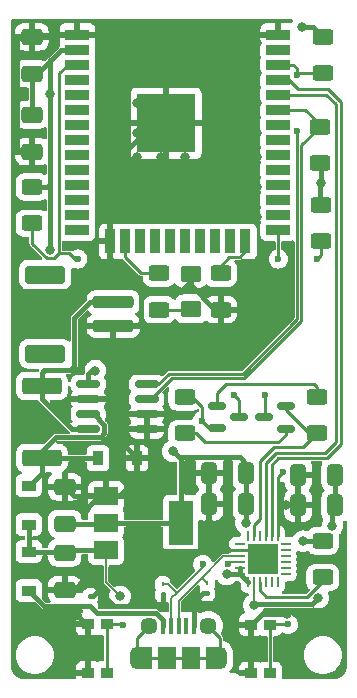
<source format=gbr>
%TF.GenerationSoftware,KiCad,Pcbnew,(6.0.1-0)*%
%TF.CreationDate,2022-11-21T00:33:54+01:00*%
%TF.ProjectId,flowmeter,666c6f77-6d65-4746-9572-2e6b69636164,rev?*%
%TF.SameCoordinates,Original*%
%TF.FileFunction,Copper,L1,Top*%
%TF.FilePolarity,Positive*%
%FSLAX46Y46*%
G04 Gerber Fmt 4.6, Leading zero omitted, Abs format (unit mm)*
G04 Created by KiCad (PCBNEW (6.0.1-0)) date 2022-11-21 00:33:54*
%MOMM*%
%LPD*%
G01*
G04 APERTURE LIST*
G04 Aperture macros list*
%AMRoundRect*
0 Rectangle with rounded corners*
0 $1 Rounding radius*
0 $2 $3 $4 $5 $6 $7 $8 $9 X,Y pos of 4 corners*
0 Add a 4 corners polygon primitive as box body*
4,1,4,$2,$3,$4,$5,$6,$7,$8,$9,$2,$3,0*
0 Add four circle primitives for the rounded corners*
1,1,$1+$1,$2,$3*
1,1,$1+$1,$4,$5*
1,1,$1+$1,$6,$7*
1,1,$1+$1,$8,$9*
0 Add four rect primitives between the rounded corners*
20,1,$1+$1,$2,$3,$4,$5,0*
20,1,$1+$1,$4,$5,$6,$7,0*
20,1,$1+$1,$6,$7,$8,$9,0*
20,1,$1+$1,$8,$9,$2,$3,0*%
G04 Aperture macros list end*
%TA.AperFunction,SMDPad,CuDef*%
%ADD10R,2.600000X2.600000*%
%TD*%
%TA.AperFunction,SMDPad,CuDef*%
%ADD11RoundRect,0.062500X-0.062500X-0.350000X0.062500X-0.350000X0.062500X0.350000X-0.062500X0.350000X0*%
%TD*%
%TA.AperFunction,SMDPad,CuDef*%
%ADD12RoundRect,0.062500X-0.350000X-0.062500X0.350000X-0.062500X0.350000X0.062500X-0.350000X0.062500X0*%
%TD*%
%TA.AperFunction,SMDPad,CuDef*%
%ADD13RoundRect,0.250000X0.412500X0.650000X-0.412500X0.650000X-0.412500X-0.650000X0.412500X-0.650000X0*%
%TD*%
%TA.AperFunction,SMDPad,CuDef*%
%ADD14RoundRect,0.250000X-0.412500X-0.650000X0.412500X-0.650000X0.412500X0.650000X-0.412500X0.650000X0*%
%TD*%
%TA.AperFunction,SMDPad,CuDef*%
%ADD15R,0.900000X1.200000*%
%TD*%
%TA.AperFunction,SMDPad,CuDef*%
%ADD16RoundRect,0.250000X-0.625000X0.400000X-0.625000X-0.400000X0.625000X-0.400000X0.625000X0.400000X0*%
%TD*%
%TA.AperFunction,SMDPad,CuDef*%
%ADD17R,1.000000X0.900000*%
%TD*%
%TA.AperFunction,SMDPad,CuDef*%
%ADD18R,0.400000X1.350000*%
%TD*%
%TA.AperFunction,SMDPad,CuDef*%
%ADD19R,1.500000X1.900000*%
%TD*%
%TA.AperFunction,SMDPad,CuDef*%
%ADD20R,1.200000X1.900000*%
%TD*%
%TA.AperFunction,ComponentPad*%
%ADD21C,1.450000*%
%TD*%
%TA.AperFunction,ComponentPad*%
%ADD22O,1.200000X1.900000*%
%TD*%
%TA.AperFunction,SMDPad,CuDef*%
%ADD23RoundRect,0.150000X0.587500X0.150000X-0.587500X0.150000X-0.587500X-0.150000X0.587500X-0.150000X0*%
%TD*%
%TA.AperFunction,SMDPad,CuDef*%
%ADD24RoundRect,0.150000X-0.587500X-0.150000X0.587500X-0.150000X0.587500X0.150000X-0.587500X0.150000X0*%
%TD*%
%TA.AperFunction,SMDPad,CuDef*%
%ADD25RoundRect,0.250000X0.625000X-0.400000X0.625000X0.400000X-0.625000X0.400000X-0.625000X-0.400000X0*%
%TD*%
%TA.AperFunction,SMDPad,CuDef*%
%ADD26R,0.250000X0.360000*%
%TD*%
%TA.AperFunction,SMDPad,CuDef*%
%ADD27RoundRect,0.250000X-0.650000X0.412500X-0.650000X-0.412500X0.650000X-0.412500X0.650000X0.412500X0*%
%TD*%
%TA.AperFunction,SMDPad,CuDef*%
%ADD28R,2.000000X0.900000*%
%TD*%
%TA.AperFunction,SMDPad,CuDef*%
%ADD29R,0.900000X2.000000*%
%TD*%
%TA.AperFunction,SMDPad,CuDef*%
%ADD30R,5.000000X5.000000*%
%TD*%
%TA.AperFunction,SMDPad,CuDef*%
%ADD31RoundRect,0.250000X0.650000X-0.412500X0.650000X0.412500X-0.650000X0.412500X-0.650000X-0.412500X0*%
%TD*%
%TA.AperFunction,SMDPad,CuDef*%
%ADD32RoundRect,0.249999X-1.425001X0.450001X-1.425001X-0.450001X1.425001X-0.450001X1.425001X0.450001X0*%
%TD*%
%TA.AperFunction,SMDPad,CuDef*%
%ADD33RoundRect,0.250001X-0.624999X0.462499X-0.624999X-0.462499X0.624999X-0.462499X0.624999X0.462499X0*%
%TD*%
%TA.AperFunction,SMDPad,CuDef*%
%ADD34R,1.200000X0.900000*%
%TD*%
%TA.AperFunction,SMDPad,CuDef*%
%ADD35RoundRect,0.250001X-1.449999X0.499999X-1.449999X-0.499999X1.449999X-0.499999X1.449999X0.499999X0*%
%TD*%
%TA.AperFunction,SMDPad,CuDef*%
%ADD36RoundRect,0.250000X-1.500000X0.250000X-1.500000X-0.250000X1.500000X-0.250000X1.500000X0.250000X0*%
%TD*%
%TA.AperFunction,SMDPad,CuDef*%
%ADD37RoundRect,0.150000X0.825000X0.150000X-0.825000X0.150000X-0.825000X-0.150000X0.825000X-0.150000X0*%
%TD*%
%TA.AperFunction,SMDPad,CuDef*%
%ADD38R,2.000000X1.500000*%
%TD*%
%TA.AperFunction,SMDPad,CuDef*%
%ADD39R,2.000000X3.800000*%
%TD*%
%TA.AperFunction,ViaPad*%
%ADD40C,0.600000*%
%TD*%
%TA.AperFunction,ViaPad*%
%ADD41C,0.800000*%
%TD*%
%TA.AperFunction,Conductor*%
%ADD42C,0.254000*%
%TD*%
%TA.AperFunction,Conductor*%
%ADD43C,0.381000*%
%TD*%
%TA.AperFunction,Conductor*%
%ADD44C,0.200000*%
%TD*%
G04 APERTURE END LIST*
D10*
%TO.P,U2,25,GND*%
%TO.N,GND*%
X157988000Y-117348000D03*
D11*
%TO.P,U2,24,~{DCD}*%
%TO.N,unconnected-(U2-Pad24)*%
X156738000Y-115410500D03*
%TO.P,U2,23,~{DTR}*%
%TO.N,DTR*%
X157238000Y-115410500D03*
%TO.P,U2,22,~{DSR}*%
%TO.N,unconnected-(U2-Pad22)*%
X157738000Y-115410500D03*
%TO.P,U2,21,TXD*%
%TO.N,TXD*%
X158238000Y-115410500D03*
%TO.P,U2,20,RXD*%
%TO.N,RXD*%
X158738000Y-115410500D03*
%TO.P,U2,19,~{RTS}*%
%TO.N,RTS*%
X159238000Y-115410500D03*
D12*
%TO.P,U2,18,~{CTS}*%
%TO.N,unconnected-(U2-Pad18)*%
X159925500Y-116098000D03*
%TO.P,U2,17,SUSPEND*%
%TO.N,unconnected-(U2-Pad17)*%
X159925500Y-116598000D03*
%TO.P,U2,16,NC*%
%TO.N,unconnected-(U2-Pad16)*%
X159925500Y-117098000D03*
%TO.P,U2,15,~{SUSPEND}*%
%TO.N,unconnected-(U2-Pad15)*%
X159925500Y-117598000D03*
%TO.P,U2,14,~{TXT}/GPIO.0*%
%TO.N,unconnected-(U2-Pad14)*%
X159925500Y-118098000D03*
%TO.P,U2,13,~{RXT}/GPIO.1*%
%TO.N,unconnected-(U2-Pad13)*%
X159925500Y-118598000D03*
D11*
%TO.P,U2,12,RS485/GPIO.2*%
%TO.N,unconnected-(U2-Pad12)*%
X159238000Y-119285500D03*
%TO.P,U2,11,~{WAKEUP}/GPIO.3*%
%TO.N,unconnected-(U2-Pad11)*%
X158738000Y-119285500D03*
%TO.P,U2,10,NC*%
%TO.N,unconnected-(U2-Pad10)*%
X158238000Y-119285500D03*
%TO.P,U2,9,~{RST}*%
%TO.N,Net-(R11-Pad1)*%
X157738000Y-119285500D03*
%TO.P,U2,8,VBUS*%
%TO.N,VBUS*%
X157238000Y-119285500D03*
%TO.P,U2,7,VREGIN*%
%TO.N,3V3*%
X156738000Y-119285500D03*
D12*
%TO.P,U2,6,VDD*%
X156050500Y-118598000D03*
%TO.P,U2,5,VIO*%
X156050500Y-118098000D03*
%TO.P,U2,4,D-*%
%TO.N,D-*%
X156050500Y-117598000D03*
%TO.P,U2,3,D+*%
%TO.N,D+*%
X156050500Y-117098000D03*
%TO.P,U2,2,GND*%
%TO.N,GND*%
X156050500Y-116598000D03*
%TO.P,U2,1,~{RI}/CLK*%
%TO.N,unconnected-(U2-Pad1)*%
X156050500Y-116098000D03*
%TD*%
D13*
%TO.P,C5,1*%
%TO.N,3V3*%
X156602500Y-110076000D03*
%TO.P,C5,2*%
%TO.N,GND*%
X153477500Y-110076000D03*
%TD*%
D14*
%TO.P,C2,1*%
%TO.N,GND*%
X160997500Y-110184000D03*
%TO.P,C2,2*%
%TO.N,VBUS*%
X164122500Y-110184000D03*
%TD*%
D15*
%TO.P,C1,1*%
%TO.N,Net-(C1-Pad1)*%
X144034000Y-108800000D03*
%TO.P,C1,2*%
%TO.N,GND*%
X147334000Y-108800000D03*
%TD*%
D16*
%TO.P,R2,1*%
%TO.N,3V3*%
X163068000Y-73100000D03*
%TO.P,R2,2*%
%TO.N,SCL*%
X163068000Y-76200000D03*
%TD*%
D17*
%TO.P,SW1,1,1*%
%TO.N,IO0*%
X158590000Y-122900000D03*
X158590000Y-127000000D03*
%TO.P,SW1,2,2*%
%TO.N,GND*%
X156990000Y-127000000D03*
X156990000Y-122900000D03*
%TD*%
D18*
%TO.P,J1,1,VBUS*%
%TO.N,Net-(D1-Pad2)*%
X149576000Y-122997500D03*
%TO.P,J1,2,D-*%
%TO.N,D-*%
X150226000Y-122997500D03*
%TO.P,J1,3,D+*%
%TO.N,D+*%
X150876000Y-122997500D03*
%TO.P,J1,4,ID*%
%TO.N,unconnected-(J1-Pad4)*%
X151526000Y-122997500D03*
%TO.P,J1,5,GND*%
%TO.N,GND*%
X152176000Y-122997500D03*
D19*
%TO.P,J1,6,Shield*%
%TO.N,unconnected-(J1-Pad6)*%
X151876000Y-125697500D03*
D20*
X147976000Y-125697500D03*
D19*
X149876000Y-125697500D03*
D21*
X153376000Y-122997500D03*
X148376000Y-122997500D03*
D22*
X147376000Y-125697500D03*
X154376000Y-125697500D03*
D20*
X153776000Y-125697500D03*
%TD*%
D23*
%TO.P,Q1,1,B*%
%TO.N,Net-(Q1-Pad1)*%
X159948250Y-106306000D03*
%TO.P,Q1,2,E*%
%TO.N,DTR*%
X159948250Y-104406000D03*
%TO.P,Q1,3,C*%
%TO.N,IO0*%
X158073250Y-105356000D03*
%TD*%
D24*
%TO.P,Q2,1,B*%
%TO.N,Net-(Q2-Pad1)*%
X154073250Y-104368500D03*
%TO.P,Q2,2,E*%
%TO.N,RTS*%
X154073250Y-106268500D03*
%TO.P,Q2,3,C*%
%TO.N,RESET*%
X155948250Y-105318500D03*
%TD*%
D16*
%TO.P,R5,1*%
%TO.N,RTS*%
X151384000Y-103606000D03*
%TO.P,R5,2*%
%TO.N,Net-(Q1-Pad1)*%
X151384000Y-106706000D03*
%TD*%
D25*
%TO.P,R6,1*%
%TO.N,DTR*%
X162560000Y-106706000D03*
%TO.P,R6,2*%
%TO.N,Net-(Q2-Pad1)*%
X162560000Y-103606000D03*
%TD*%
D26*
%TO.P,D1,1,A1*%
%TO.N,GND*%
X143380000Y-120484000D03*
%TO.P,D1,2,A2*%
%TO.N,Net-(D1-Pad2)*%
X143380000Y-121324000D03*
%TD*%
D16*
%TO.P,R10,1*%
%TO.N,IO13*%
X149212000Y-93130000D03*
%TO.P,R10,2*%
%TO.N,Net-(R10-Pad2)*%
X149212000Y-96230000D03*
%TD*%
D13*
%TO.P,C4,1*%
%TO.N,3V3*%
X156602500Y-112676000D03*
%TO.P,C4,2*%
%TO.N,GND*%
X153477500Y-112676000D03*
%TD*%
D25*
%TO.P,R3,1*%
%TO.N,3V3*%
X162830000Y-83830000D03*
%TO.P,R3,2*%
%TO.N,SDA*%
X162830000Y-80730000D03*
%TD*%
D16*
%TO.P,R8,1*%
%TO.N,3V3*%
X162880000Y-87340000D03*
%TO.P,R8,2*%
%TO.N,IO0*%
X162880000Y-90440000D03*
%TD*%
D27*
%TO.P,C6,1*%
%TO.N,VBUS*%
X141224000Y-116801500D03*
%TO.P,C6,2*%
%TO.N,GND*%
X141224000Y-119926500D03*
%TD*%
D28*
%TO.P,U4,1,GND*%
%TO.N,GND*%
X142300000Y-72945000D03*
%TO.P,U4,2,VDD*%
%TO.N,3V3*%
X142300000Y-74215000D03*
%TO.P,U4,3,EN*%
%TO.N,RESET*%
X142300000Y-75485000D03*
%TO.P,U4,4,SENSOR_VP*%
%TO.N,unconnected-(U4-Pad4)*%
X142300000Y-76755000D03*
%TO.P,U4,5,SENSOR_VN*%
%TO.N,unconnected-(U4-Pad5)*%
X142300000Y-78025000D03*
%TO.P,U4,6,IO34*%
%TO.N,unconnected-(U4-Pad6)*%
X142300000Y-79295000D03*
%TO.P,U4,7,IO35*%
%TO.N,unconnected-(U4-Pad7)*%
X142300000Y-80565000D03*
%TO.P,U4,8,IO32*%
%TO.N,unconnected-(U4-Pad8)*%
X142300000Y-81835000D03*
%TO.P,U4,9,IO33*%
%TO.N,unconnected-(U4-Pad9)*%
X142300000Y-83105000D03*
%TO.P,U4,10,IO25*%
%TO.N,unconnected-(U4-Pad10)*%
X142300000Y-84375000D03*
%TO.P,U4,11,IO26*%
%TO.N,unconnected-(U4-Pad11)*%
X142300000Y-85645000D03*
%TO.P,U4,12,IO27*%
%TO.N,unconnected-(U4-Pad12)*%
X142300000Y-86915000D03*
%TO.P,U4,13,IO14*%
%TO.N,unconnected-(U4-Pad13)*%
X142300000Y-88185000D03*
%TO.P,U4,14,IO12*%
%TO.N,unconnected-(U4-Pad14)*%
X142300000Y-89455000D03*
D29*
%TO.P,U4,15,GND*%
%TO.N,GND*%
X145085000Y-90455000D03*
%TO.P,U4,16,IO13*%
%TO.N,IO13*%
X146355000Y-90455000D03*
%TO.P,U4,17,SHD/SD2*%
%TO.N,unconnected-(U4-Pad17)*%
X147625000Y-90455000D03*
%TO.P,U4,18,SWP/SD3*%
%TO.N,unconnected-(U4-Pad18)*%
X148895000Y-90455000D03*
%TO.P,U4,19,SCS/CMD*%
%TO.N,unconnected-(U4-Pad19)*%
X150165000Y-90455000D03*
%TO.P,U4,20,SCK/CLK*%
%TO.N,unconnected-(U4-Pad20)*%
X151435000Y-90455000D03*
%TO.P,U4,21,SDO/SD0*%
%TO.N,unconnected-(U4-Pad21)*%
X152705000Y-90455000D03*
%TO.P,U4,22,SDI/SD1*%
%TO.N,unconnected-(U4-Pad22)*%
X153975000Y-90455000D03*
%TO.P,U4,23,IO15*%
%TO.N,unconnected-(U4-Pad23)*%
X155245000Y-90455000D03*
%TO.P,U4,24,IO2*%
%TO.N,Net-(R7-Pad1)*%
X156515000Y-90455000D03*
D28*
%TO.P,U4,25,IO0*%
%TO.N,IO0*%
X159300000Y-89455000D03*
%TO.P,U4,26,IO4*%
%TO.N,unconnected-(U4-Pad26)*%
X159300000Y-88185000D03*
%TO.P,U4,27,IO16*%
%TO.N,unconnected-(U4-Pad27)*%
X159300000Y-86915000D03*
%TO.P,U4,28,IO17*%
%TO.N,unconnected-(U4-Pad28)*%
X159300000Y-85645000D03*
%TO.P,U4,29,IO5*%
%TO.N,unconnected-(U4-Pad29)*%
X159300000Y-84375000D03*
%TO.P,U4,30,IO18*%
%TO.N,unconnected-(U4-Pad30)*%
X159300000Y-83105000D03*
%TO.P,U4,31,IO19*%
%TO.N,unconnected-(U4-Pad31)*%
X159300000Y-81835000D03*
%TO.P,U4,32,NC*%
%TO.N,unconnected-(U4-Pad32)*%
X159300000Y-80565000D03*
%TO.P,U4,33,IO21*%
%TO.N,SDA*%
X159300000Y-79295000D03*
%TO.P,U4,34,RXD0/IO3*%
%TO.N,TXD*%
X159300000Y-78025000D03*
%TO.P,U4,35,TXD0/IO1*%
%TO.N,RXD*%
X159300000Y-76755000D03*
%TO.P,U4,36,IO22*%
%TO.N,SCL*%
X159300000Y-75485000D03*
%TO.P,U4,37,IO23*%
%TO.N,unconnected-(U4-Pad37)*%
X159300000Y-74215000D03*
%TO.P,U4,38,GND*%
%TO.N,GND*%
X159300000Y-72945000D03*
D30*
%TO.P,U4,39,GND*%
X149800000Y-80445000D03*
%TD*%
D26*
%TO.P,D4,1,A1*%
%TO.N,GND*%
X149520000Y-120317500D03*
%TO.P,D4,2,A2*%
%TO.N,D-*%
X149520000Y-119477500D03*
%TD*%
D31*
%TO.P,C7,1*%
%TO.N,3V3*%
X141224000Y-114338500D03*
%TO.P,C7,2*%
%TO.N,GND*%
X141224000Y-111213500D03*
%TD*%
D32*
%TO.P,R1,1*%
%TO.N,Net-(U1-Pad8)*%
X139286500Y-102680000D03*
%TO.P,R1,2*%
%TO.N,Net-(C1-Pad1)*%
X139286500Y-108780000D03*
%TD*%
D33*
%TO.P,D6,1,K*%
%TO.N,GND*%
X151900000Y-93188500D03*
%TO.P,D6,2,A*%
%TO.N,Net-(R10-Pad2)*%
X151900000Y-96163500D03*
%TD*%
D16*
%TO.P,R9,1*%
%TO.N,3V3*%
X138445750Y-85826000D03*
%TO.P,R9,2*%
%TO.N,RESET*%
X138445750Y-88926000D03*
%TD*%
D34*
%TO.P,D2,1,K*%
%TO.N,VBUS*%
X138176000Y-116714000D03*
%TO.P,D2,2,A*%
%TO.N,Net-(D1-Pad2)*%
X138176000Y-120014000D03*
%TD*%
D26*
%TO.P,D3,1,A1*%
%TO.N,GND*%
X153290000Y-120237500D03*
%TO.P,D3,2,A2*%
%TO.N,D+*%
X153290000Y-119397500D03*
%TD*%
D35*
%TO.P,X1,MP*%
%TO.N,N/C*%
X139584000Y-93250000D03*
X139584000Y-99950000D03*
D36*
%TO.P,X1,2,2*%
%TO.N,GND*%
X145334000Y-97600000D03*
%TO.P,X1,1,1*%
%TO.N,Net-(U1-Pad8)*%
X145334000Y-95600000D03*
%TD*%
D13*
%TO.P,C3,1*%
%TO.N,VBUS*%
X164122500Y-112784000D03*
%TO.P,C3,2*%
%TO.N,GND*%
X160997500Y-112784000D03*
%TD*%
D16*
%TO.P,R7,1*%
%TO.N,Net-(R7-Pad1)*%
X154432000Y-93126000D03*
%TO.P,R7,2*%
%TO.N,GND*%
X154432000Y-96226000D03*
%TD*%
D17*
%TO.P,SW2,1,1*%
%TO.N,RESET*%
X144780000Y-122850000D03*
X144780000Y-126950000D03*
%TO.P,SW2,2,2*%
%TO.N,GND*%
X143180000Y-122850000D03*
X143180000Y-126950000D03*
%TD*%
D25*
%TO.P,R11,1*%
%TO.N,Net-(R11-Pad1)*%
X163068000Y-118898000D03*
%TO.P,R11,2*%
%TO.N,3V3*%
X163068000Y-115798000D03*
%TD*%
D27*
%TO.P,C9,1*%
%TO.N,3V3*%
X138445750Y-79717500D03*
%TO.P,C9,2*%
%TO.N,GND*%
X138445750Y-82842500D03*
%TD*%
D34*
%TO.P,D5,1,K*%
%TO.N,VBUS*%
X138176000Y-114426000D03*
%TO.P,D5,2,A*%
%TO.N,Net-(C1-Pad1)*%
X138176000Y-111126000D03*
%TD*%
D31*
%TO.P,C8,1*%
%TO.N,3V3*%
X138445750Y-76238500D03*
%TO.P,C8,2*%
%TO.N,GND*%
X138445750Y-73113500D03*
%TD*%
D37*
%TO.P,U1,1,A1*%
%TO.N,GND*%
X148151500Y-106335000D03*
%TO.P,U1,2,A0*%
X148151500Y-105065000D03*
%TO.P,U1,3,SDA*%
%TO.N,SDA*%
X148151500Y-103795000D03*
%TO.P,U1,4,SCL*%
%TO.N,SCL*%
X148151500Y-102525000D03*
%TO.P,U1,5,VS*%
%TO.N,3V3*%
X143201500Y-102525000D03*
%TO.P,U1,6,GND*%
%TO.N,GND*%
X143201500Y-103795000D03*
%TO.P,U1,7,IN-*%
%TO.N,Net-(C1-Pad1)*%
X143201500Y-105065000D03*
%TO.P,U1,8,IN+*%
%TO.N,Net-(U1-Pad8)*%
X143201500Y-106335000D03*
%TD*%
D38*
%TO.P,U3,1,GND*%
%TO.N,GND*%
X144734000Y-112000000D03*
%TO.P,U3,2,VO*%
%TO.N,3V3*%
X144734000Y-114300000D03*
D39*
X151034000Y-114300000D03*
D38*
%TO.P,U3,3,VI*%
%TO.N,VBUS*%
X144734000Y-116600000D03*
%TD*%
D40*
%TO.N,RESET*%
X142330000Y-91940000D03*
D41*
%TO.N,VBUS*%
X145903615Y-120490000D03*
X162690000Y-120610000D03*
X163880000Y-114520000D03*
X157210000Y-121240000D03*
%TO.N,GND*%
X151384000Y-73660000D03*
X159964500Y-112776000D03*
X145288000Y-81280000D03*
X153416000Y-88392000D03*
X155448000Y-83312000D03*
X160020000Y-121980000D03*
X149352000Y-73660000D03*
X149352000Y-85852000D03*
X153416000Y-78740000D03*
X151384000Y-83312000D03*
X157480000Y-81280000D03*
X157480000Y-76200000D03*
X157480000Y-78740000D03*
X152110000Y-121320000D03*
X153416000Y-81280000D03*
X147320000Y-81280000D03*
X149352000Y-81280000D03*
X157480000Y-88392000D03*
X145288000Y-83312000D03*
X145288000Y-73660000D03*
X143020000Y-113130000D03*
X155448000Y-73660000D03*
X147320000Y-88392000D03*
X145288000Y-76200000D03*
X149352000Y-78740000D03*
X147320000Y-83312000D03*
X155448000Y-78740000D03*
X153416000Y-114300000D03*
X151384000Y-85852000D03*
X145288000Y-78740000D03*
X149352000Y-88392000D03*
X142250000Y-122114000D03*
X143030000Y-118890000D03*
X147320000Y-73660000D03*
X157480000Y-85852000D03*
X147320000Y-76200000D03*
X153416000Y-83312000D03*
X153416000Y-85852000D03*
X151384000Y-81280000D03*
X153416000Y-73660000D03*
X157480000Y-73660000D03*
X155448000Y-85852000D03*
X155448000Y-88392000D03*
X149526500Y-121280000D03*
X155448000Y-76200000D03*
X157480000Y-83312000D03*
X151384000Y-88392000D03*
X145288000Y-88392000D03*
X147320000Y-85852000D03*
X147320000Y-78740000D03*
X151384000Y-78740000D03*
X153416000Y-76200000D03*
X151384000Y-76200000D03*
X145288000Y-85852000D03*
X149352000Y-76200000D03*
X149352000Y-83312000D03*
X155448000Y-81280000D03*
D40*
%TO.N,D-*%
X155042979Y-117757525D03*
X152910000Y-117790000D03*
%TO.N,IO0*%
X159310000Y-91940000D03*
X162560000Y-91948000D03*
X160157717Y-122868898D03*
X158170000Y-103426500D03*
%TO.N,RTS*%
X159660000Y-109990000D03*
X152840000Y-105650000D03*
%TO.N,RESET*%
X146120000Y-122890000D03*
X155520000Y-103440000D03*
%TO.N,SCL*%
X160890000Y-81110000D03*
X160860000Y-76320000D03*
D41*
%TO.N,3V3*%
X156541748Y-114271991D03*
X161387937Y-115824000D03*
X139980000Y-91140000D03*
X150368000Y-108204000D03*
X140013500Y-78000000D03*
X154924776Y-118649227D03*
X161300000Y-72300000D03*
X143810000Y-101380000D03*
X162900000Y-85500000D03*
%TD*%
D42*
%TO.N,RESET*%
X141616638Y-91440000D02*
X140740000Y-91440000D01*
X142330000Y-91940000D02*
X142116638Y-91940000D01*
X142116638Y-91940000D02*
X141616638Y-91440000D01*
D43*
%TO.N,GND*%
X147640000Y-95210000D02*
X147640000Y-95760000D01*
X147640000Y-95760000D02*
X147640000Y-97300000D01*
X145085000Y-90455000D02*
X145085000Y-91836000D01*
X145085000Y-91836000D02*
X147640000Y-94391000D01*
X147640000Y-94391000D02*
X147640000Y-95760000D01*
X151900000Y-93810000D02*
X151030000Y-94680000D01*
X151030000Y-94680000D02*
X148170000Y-94680000D01*
X148170000Y-94680000D02*
X147640000Y-95210000D01*
X147640000Y-97300000D02*
X147340000Y-97600000D01*
X147340000Y-97600000D02*
X145334000Y-97600000D01*
X144725000Y-103795000D02*
X145334000Y-103186000D01*
X145334000Y-103186000D02*
X145334000Y-97600000D01*
%TO.N,Net-(U1-Pad8)*%
X139286500Y-102680000D02*
X139286500Y-101573500D01*
X139286500Y-101573500D02*
X139490000Y-101370000D01*
X139490000Y-101370000D02*
X141630000Y-101370000D01*
X141630000Y-101370000D02*
X142040000Y-100960000D01*
X142040000Y-100960000D02*
X142040000Y-96900000D01*
X142040000Y-96900000D02*
X143340000Y-95600000D01*
X143340000Y-95600000D02*
X145334000Y-95600000D01*
D42*
%TO.N,RESET*%
X146080000Y-122850000D02*
X144780000Y-122850000D01*
X146120000Y-122890000D02*
X146080000Y-122850000D01*
D43*
%TO.N,VBUS*%
X138176000Y-116714000D02*
X141136500Y-116714000D01*
X163880000Y-113026500D02*
X164122500Y-112784000D01*
D44*
X144734000Y-119320385D02*
X144734000Y-116600000D01*
D43*
X138176000Y-114426000D02*
X138176000Y-116714000D01*
X144734000Y-116600000D02*
X141425500Y-116600000D01*
X162690000Y-120610000D02*
X162120000Y-121180000D01*
X163880000Y-114520000D02*
X163880000Y-113026500D01*
X141425500Y-116600000D02*
X141224000Y-116801500D01*
X141136500Y-116714000D02*
X141224000Y-116801500D01*
X164122500Y-112784000D02*
X164122500Y-110184000D01*
X157270000Y-121180000D02*
X157210000Y-121240000D01*
X162120000Y-121180000D02*
X157270000Y-121180000D01*
D44*
X157220000Y-121230000D02*
X157210000Y-121240000D01*
X145903615Y-120490000D02*
X144734000Y-119320385D01*
X157238000Y-119285500D02*
X157220000Y-119303500D01*
X157220000Y-120930000D02*
X157220000Y-121230000D01*
X157220000Y-119303500D02*
X157220000Y-120930000D01*
D43*
%TO.N,GND*%
X145085000Y-90455000D02*
X145085000Y-84135000D01*
X147334000Y-110486000D02*
X147334000Y-108800000D01*
X138445750Y-73113500D02*
X137456500Y-73113500D01*
X149526500Y-121280000D02*
X148610000Y-121280000D01*
X142300000Y-72945000D02*
X138614250Y-72945000D01*
X152176000Y-122997500D02*
X152176000Y-121386000D01*
X142250000Y-122114000D02*
X142986000Y-122850000D01*
X145750000Y-104820000D02*
X144725000Y-103795000D01*
X149520000Y-120317500D02*
X149520000Y-121273500D01*
D42*
X155130000Y-116600000D02*
X149750000Y-116600000D01*
D43*
X153290000Y-120237500D02*
X152962500Y-120237500D01*
X147334000Y-108800000D02*
X145750000Y-107216000D01*
X160997500Y-112784000D02*
X160997500Y-110184000D01*
X159300000Y-72945000D02*
X153725000Y-72945000D01*
X137456500Y-73113500D02*
X137155730Y-73414270D01*
X153477500Y-114947500D02*
X155130000Y-116600000D01*
X145820000Y-112000000D02*
X147334000Y-110486000D01*
X137432500Y-82842500D02*
X138445750Y-82842500D01*
X144150000Y-112000000D02*
X143020000Y-113130000D01*
X156990000Y-122900000D02*
X156990000Y-127000000D01*
X138614250Y-72945000D02*
X138445750Y-73113500D01*
D42*
X157238000Y-116598000D02*
X157988000Y-117348000D01*
D43*
X149520000Y-121273500D02*
X149526500Y-121280000D01*
X148610000Y-121280000D02*
X145420000Y-121280000D01*
D42*
X148151500Y-106335000D02*
X148151500Y-105065000D01*
X145995000Y-105065000D02*
X145750000Y-104820000D01*
D43*
X143180000Y-122850000D02*
X143180000Y-126950000D01*
X153725000Y-72945000D02*
X149800000Y-76870000D01*
X160020000Y-121980000D02*
X157910000Y-121980000D01*
X157910000Y-121980000D02*
X156990000Y-122900000D01*
X141224000Y-111213500D02*
X142010500Y-112000000D01*
X145420000Y-121280000D02*
X144140000Y-120000000D01*
X160997500Y-112784000D02*
X159972500Y-112784000D01*
X144140000Y-120000000D02*
X143030000Y-118890000D01*
D42*
X148151500Y-105065000D02*
X145995000Y-105065000D01*
D43*
X153956000Y-96226000D02*
X151900000Y-94170000D01*
X141224000Y-119926500D02*
X141993500Y-119926500D01*
D42*
X148610000Y-117740000D02*
X148610000Y-121280000D01*
D43*
X142300000Y-72945000D02*
X145815000Y-72945000D01*
X142986000Y-122850000D02*
X143180000Y-122850000D01*
X149800000Y-76870000D02*
X149800000Y-80445000D01*
D42*
X149750000Y-116600000D02*
X148610000Y-117740000D01*
D43*
X143380000Y-120484000D02*
X143656000Y-120484000D01*
X143656000Y-120484000D02*
X144140000Y-120000000D01*
X143670203Y-103795000D02*
X144725000Y-103795000D01*
X137155730Y-82565730D02*
X137432500Y-82842500D01*
X152110000Y-121090000D02*
X152110000Y-121320000D01*
X152962500Y-120237500D02*
X152110000Y-121090000D01*
X143201500Y-103795000D02*
X143670203Y-103795000D01*
X159972500Y-112784000D02*
X159964500Y-112776000D01*
D42*
X156050500Y-116598000D02*
X157238000Y-116598000D01*
D43*
X154432000Y-96226000D02*
X153956000Y-96226000D01*
D42*
X156048500Y-116600000D02*
X155130000Y-116600000D01*
D43*
X137155730Y-73414270D02*
X137155730Y-82565730D01*
X141993500Y-119926500D02*
X143030000Y-118890000D01*
X142010500Y-112000000D02*
X145820000Y-112000000D01*
X145750000Y-107216000D02*
X145750000Y-104820000D01*
X145085000Y-84135000D02*
X148775000Y-80445000D01*
X153477500Y-110076000D02*
X153477500Y-114947500D01*
X151900000Y-94170000D02*
X151900000Y-93188500D01*
X145815000Y-72945000D02*
X149800000Y-76930000D01*
X148775000Y-80445000D02*
X149800000Y-80445000D01*
X152176000Y-121386000D02*
X152110000Y-121320000D01*
%TO.N,Net-(D1-Pad2)*%
X143925980Y-121869980D02*
X143380000Y-121324000D01*
X148923480Y-121869980D02*
X143925980Y-121869980D01*
X149576000Y-122997500D02*
X149576000Y-122522500D01*
X139486000Y-121324000D02*
X143380000Y-121324000D01*
X138176000Y-120014000D02*
X139486000Y-121324000D01*
X149576000Y-122522500D02*
X148923480Y-121869980D01*
D44*
%TO.N,D+*%
X154646013Y-117098000D02*
X156050500Y-117098000D01*
X150876000Y-122997500D02*
X150876000Y-120868013D01*
X153290000Y-119390000D02*
X152822006Y-118922006D01*
X152822006Y-118922006D02*
X154646013Y-117098000D01*
X153290000Y-119397500D02*
X153290000Y-119390000D01*
X150876000Y-120868013D02*
X152822006Y-118922006D01*
%TO.N,D-*%
X149520000Y-119477500D02*
X149997500Y-119477500D01*
X152910000Y-117986192D02*
X150708096Y-120188096D01*
X150226000Y-120670191D02*
X150226000Y-122997500D01*
X150708096Y-120188096D02*
X150226000Y-120670191D01*
X152910000Y-117790000D02*
X152910000Y-117986192D01*
X155042979Y-117757525D02*
X155202504Y-117598000D01*
X149997500Y-119477500D02*
X150708096Y-120188096D01*
X155202504Y-117598000D02*
X156050500Y-117598000D01*
D42*
%TO.N,unconnected-(J1-Pad6)*%
X147376000Y-125697500D02*
X147376000Y-123997500D01*
X154376000Y-125697500D02*
X147376000Y-125697500D01*
X147376000Y-123997500D02*
X148376000Y-122997500D01*
X154376000Y-123997500D02*
X153376000Y-122997500D01*
X154376000Y-125697500D02*
X154376000Y-123997500D01*
%TO.N,Net-(Q2-Pad1)*%
X154073250Y-104368500D02*
X154073250Y-103306750D01*
X162310000Y-102480000D02*
X162570000Y-102740000D01*
X154900000Y-102480000D02*
X162310000Y-102480000D01*
X162570000Y-102740000D02*
X162570000Y-103596000D01*
X162570000Y-103596000D02*
X162560000Y-103606000D01*
X154073250Y-103306750D02*
X154900000Y-102480000D01*
%TO.N,DTR*%
X162560000Y-106706000D02*
X161896000Y-106706000D01*
X157792500Y-113924943D02*
X157792500Y-108999344D01*
X161373040Y-107892960D02*
X162560000Y-106706000D01*
X157792500Y-108999344D02*
X158898884Y-107892960D01*
X157238000Y-115410500D02*
X157238000Y-114479443D01*
X159948250Y-104758250D02*
X159948250Y-104406000D01*
X158898884Y-107892960D02*
X161373040Y-107892960D01*
X157238000Y-114479443D02*
X157792500Y-113924943D01*
X161896000Y-106706000D02*
X159948250Y-104758250D01*
%TO.N,IO0*%
X158170000Y-105259250D02*
X158073250Y-105356000D01*
X158621102Y-122868898D02*
X158590000Y-122900000D01*
X159300000Y-91930000D02*
X159300000Y-89455000D01*
X158640000Y-122910000D02*
X158640000Y-127010000D01*
X162560000Y-91948000D02*
X162880000Y-91628000D01*
X158170000Y-103426500D02*
X158170000Y-105259250D01*
X162880000Y-91628000D02*
X162880000Y-90440000D01*
X159310000Y-91940000D02*
X159300000Y-91930000D01*
X160157717Y-122868898D02*
X158621102Y-122868898D01*
%TO.N,RTS*%
X153458500Y-106268500D02*
X154073250Y-106268500D01*
X151976000Y-103606000D02*
X151384000Y-103606000D01*
X152840000Y-105650000D02*
X152840000Y-104470000D01*
X152840000Y-104470000D02*
X151976000Y-103606000D01*
X152840000Y-105650000D02*
X153458500Y-106268500D01*
X159238000Y-110412000D02*
X159238000Y-115410500D01*
X159660000Y-109990000D02*
X159238000Y-110412000D01*
%TO.N,RESET*%
X141466978Y-75485000D02*
X142300000Y-75485000D01*
X138445750Y-90633193D02*
X138445750Y-88926000D01*
X144780000Y-122850000D02*
X144780000Y-126950000D01*
X140740000Y-76211978D02*
X141466978Y-75485000D01*
X140740000Y-91440000D02*
X140740000Y-76211978D01*
X155948250Y-103868250D02*
X155948250Y-105318500D01*
X155520000Y-103440000D02*
X155948250Y-103868250D01*
X140280932Y-91866511D02*
X139679068Y-91866511D01*
X139679068Y-91866511D02*
X138445750Y-90633193D01*
X140716000Y-91431443D02*
X140280932Y-91866511D01*
%TO.N,TXD*%
X164160000Y-107450000D02*
X163263520Y-108346480D01*
X158246020Y-115402480D02*
X158238000Y-115410500D01*
X159300000Y-78025000D02*
X163362646Y-78025000D01*
X164160000Y-78822354D02*
X164160000Y-107450000D01*
X159112146Y-108346480D02*
X158271428Y-109187198D01*
X158271428Y-109187198D02*
X158246020Y-109187198D01*
X163263520Y-108346480D02*
X159112146Y-108346480D01*
X158246020Y-109187198D02*
X158246020Y-115402480D01*
X163362646Y-78025000D02*
X164160000Y-78822354D01*
%TO.N,IO13*%
X146355000Y-91775000D02*
X147710000Y-93130000D01*
X146355000Y-90455000D02*
X146355000Y-91775000D01*
X147710000Y-93130000D02*
X149212000Y-93130000D01*
%TO.N,SCL*%
X160980000Y-76200000D02*
X163068000Y-76200000D01*
X156290626Y-101640000D02*
X150044027Y-101640000D01*
X160860000Y-76320000D02*
X160860000Y-75800000D01*
X149159027Y-102525000D02*
X148151500Y-102525000D01*
X160545000Y-75485000D02*
X159300000Y-75485000D01*
X160860000Y-75800000D02*
X160545000Y-75485000D01*
X160860000Y-76320000D02*
X160980000Y-76200000D01*
X150044027Y-101640000D02*
X149159027Y-102525000D01*
X160890000Y-81110000D02*
X160900000Y-81120000D01*
X160900000Y-81120000D02*
X160900000Y-97030626D01*
X160900000Y-97030626D02*
X156290626Y-101640000D01*
%TO.N,SDA*%
X148151500Y-103795000D02*
X148530401Y-103795000D01*
X161585000Y-79295000D02*
X159300000Y-79295000D01*
X162830000Y-80730000D02*
X162830000Y-80540000D01*
X161242420Y-97172462D02*
X161242420Y-82317580D01*
X156432462Y-101982420D02*
X161242420Y-97172462D01*
X162830000Y-80540000D02*
X161585000Y-79295000D01*
X148530401Y-103795000D02*
X150342981Y-101982420D01*
X150342981Y-101982420D02*
X156432462Y-101982420D01*
X161242420Y-82317580D02*
X162830000Y-80730000D01*
%TO.N,RXD*%
X159300000Y-108800000D02*
X163451374Y-108800000D01*
X163550500Y-77571480D02*
X161001480Y-77571480D01*
X161001480Y-77571480D02*
X160185000Y-76755000D01*
X158738000Y-115410500D02*
X158738000Y-109362000D01*
X160185000Y-76755000D02*
X159300000Y-76755000D01*
X158738000Y-109362000D02*
X159300000Y-108800000D01*
X164613520Y-78634500D02*
X163550500Y-77571480D01*
X164613520Y-107637854D02*
X164613520Y-78634500D01*
X163451374Y-108800000D02*
X164613520Y-107637854D01*
%TO.N,Net-(Q1-Pad1)*%
X158711030Y-107439440D02*
X159310560Y-107439440D01*
X152336000Y-106706000D02*
X153070000Y-107440000D01*
X151384000Y-106706000D02*
X152336000Y-106706000D01*
X159310560Y-107439440D02*
X159948250Y-106801750D01*
X159948250Y-106801750D02*
X159948250Y-106306000D01*
X158710470Y-107440000D02*
X158711030Y-107439440D01*
X153070000Y-107440000D02*
X158710470Y-107440000D01*
%TO.N,Net-(R7-Pad1)*%
X154432000Y-92508000D02*
X155158489Y-91781511D01*
X154432000Y-93126000D02*
X154432000Y-92508000D01*
X155158489Y-91781511D02*
X156021511Y-91781511D01*
X156021511Y-91781511D02*
X156515000Y-91288022D01*
X156515000Y-91288022D02*
X156515000Y-90455000D01*
%TO.N,Net-(R10-Pad2)*%
X149212000Y-96230000D02*
X151833500Y-96230000D01*
X151833500Y-96230000D02*
X151900000Y-96163500D01*
D43*
%TO.N,Net-(C1-Pad1)*%
X139286500Y-110015500D02*
X138176000Y-111126000D01*
X144566520Y-105961317D02*
X143670203Y-105065000D01*
X143670203Y-105065000D02*
X143201500Y-105065000D01*
X139286500Y-108780000D02*
X139286500Y-108183500D01*
X139286500Y-108183500D02*
X140444980Y-107025020D01*
X140444980Y-107025020D02*
X144250183Y-107025020D01*
X144250183Y-107025020D02*
X144566520Y-106708683D01*
X144566520Y-106708683D02*
X144566520Y-105961317D01*
X139306500Y-108800000D02*
X144034000Y-108800000D01*
X139286500Y-108780000D02*
X139306500Y-108800000D01*
X139286500Y-108780000D02*
X139286500Y-110015500D01*
%TO.N,3V3*%
X141224000Y-114338500D02*
X144695500Y-114338500D01*
X156050500Y-118598000D02*
X156722980Y-119270480D01*
X150876000Y-108712000D02*
X156042000Y-108712000D01*
X139960000Y-91120000D02*
X139980000Y-91140000D01*
X142300000Y-74215000D02*
X140919000Y-74215000D01*
X151034000Y-108870000D02*
X151034000Y-114300000D01*
X138445750Y-85826000D02*
X139726000Y-85826000D01*
X150368000Y-108204000D02*
X151034000Y-108870000D01*
X143480000Y-101380000D02*
X143201500Y-101658500D01*
X144695500Y-114338500D02*
X144734000Y-114300000D01*
X151034000Y-114300000D02*
X144734000Y-114300000D01*
X138445750Y-76238500D02*
X138445750Y-79717500D01*
X140013500Y-78000000D02*
X140013500Y-75120500D01*
X139960000Y-85592000D02*
X139960000Y-91120000D01*
X156602500Y-112676000D02*
X156602500Y-110076000D01*
X156722980Y-119270480D02*
X156722980Y-119285500D01*
X139726000Y-85826000D02*
X139960000Y-85592000D01*
X156602500Y-109272500D02*
X156602500Y-110076000D01*
X156602500Y-114211239D02*
X156602500Y-112676000D01*
X143810000Y-101380000D02*
X143480000Y-101380000D01*
X143201500Y-101658500D02*
X143201500Y-102525000D01*
X139960000Y-78053500D02*
X139960000Y-85592000D01*
X138895500Y-76238500D02*
X140919000Y-74215000D01*
X140013500Y-78000000D02*
X139960000Y-78053500D01*
X162900000Y-85500000D02*
X162900000Y-84014000D01*
X138445750Y-76238500D02*
X139165250Y-76238500D01*
X156050500Y-118598000D02*
X154976003Y-118598000D01*
X161413937Y-115798000D02*
X163068000Y-115798000D01*
X154976003Y-118598000D02*
X154924776Y-118649227D01*
X156541748Y-114271991D02*
X156602500Y-114211239D01*
X156042000Y-108712000D02*
X156602500Y-109272500D01*
X162268000Y-72300000D02*
X163068000Y-73100000D01*
X162870000Y-85530000D02*
X162900000Y-85500000D01*
X161300000Y-72300000D02*
X162268000Y-72300000D01*
X156050500Y-118598000D02*
X156050500Y-118113020D01*
X161387937Y-115824000D02*
X161413937Y-115798000D01*
X162870000Y-87152000D02*
X162870000Y-85530000D01*
D42*
%TO.N,Net-(R11-Pad1)*%
X157738000Y-119978000D02*
X158290000Y-120530000D01*
X163068000Y-119202000D02*
X163068000Y-118898000D01*
X157738000Y-119285500D02*
X157738000Y-119978000D01*
X161740000Y-120530000D02*
X163068000Y-119202000D01*
X158290000Y-120530000D02*
X161740000Y-120530000D01*
D43*
%TO.N,Net-(U1-Pad8)*%
X139286500Y-103816500D02*
X141805000Y-106335000D01*
X139286500Y-102680000D02*
X139286500Y-103816500D01*
X141805000Y-106335000D02*
X143201500Y-106335000D01*
%TD*%
%TA.AperFunction,Conductor*%
%TO.N,GND*%
G36*
X165043919Y-114097705D02*
G01*
X165089490Y-114152146D01*
X165100000Y-114202526D01*
X165100000Y-126430063D01*
X165097634Y-126454366D01*
X165095465Y-126465400D01*
X165096275Y-126474339D01*
X165096275Y-126474345D01*
X165096679Y-126478800D01*
X165096250Y-126505570D01*
X165083007Y-126613142D01*
X165079829Y-126638952D01*
X165075575Y-126659372D01*
X165030697Y-126810741D01*
X165023134Y-126830178D01*
X164953904Y-126972062D01*
X164943238Y-126989986D01*
X164851542Y-127118518D01*
X164838064Y-127134436D01*
X164726436Y-127246064D01*
X164710518Y-127259542D01*
X164581986Y-127351238D01*
X164564062Y-127361904D01*
X164422178Y-127431134D01*
X164402741Y-127438697D01*
X164251372Y-127483575D01*
X164230954Y-127487829D01*
X164185648Y-127493407D01*
X164104484Y-127503399D01*
X164087815Y-127503463D01*
X164087823Y-127503752D01*
X164078850Y-127503998D01*
X164069931Y-127502969D01*
X164061082Y-127504485D01*
X164061081Y-127504485D01*
X164051123Y-127506191D01*
X164029848Y-127508000D01*
X159724500Y-127508000D01*
X159656379Y-127487998D01*
X159609886Y-127434342D01*
X159598500Y-127382000D01*
X159598500Y-126501866D01*
X159591745Y-126439684D01*
X159540615Y-126303295D01*
X159453261Y-126186739D01*
X159336705Y-126099385D01*
X159200316Y-126048255D01*
X159138134Y-126041500D01*
X158982400Y-126041500D01*
X158914279Y-126021498D01*
X158867786Y-125967842D01*
X158856400Y-125915500D01*
X158856400Y-125476000D01*
X161454526Y-125476000D01*
X161474391Y-125728403D01*
X161533495Y-125974591D01*
X161535388Y-125979162D01*
X161535389Y-125979164D01*
X161624344Y-126193919D01*
X161630384Y-126208502D01*
X161762672Y-126424376D01*
X161927102Y-126616898D01*
X162119624Y-126781328D01*
X162335498Y-126913616D01*
X162340068Y-126915509D01*
X162340072Y-126915511D01*
X162564836Y-127008611D01*
X162569409Y-127010505D01*
X162654032Y-127030821D01*
X162810784Y-127068454D01*
X162810790Y-127068455D01*
X162815597Y-127069609D01*
X162915416Y-127077465D01*
X163002345Y-127084307D01*
X163002352Y-127084307D01*
X163004801Y-127084500D01*
X163131199Y-127084500D01*
X163133648Y-127084307D01*
X163133655Y-127084307D01*
X163220584Y-127077465D01*
X163320403Y-127069609D01*
X163325210Y-127068455D01*
X163325216Y-127068454D01*
X163481968Y-127030821D01*
X163566591Y-127010505D01*
X163571164Y-127008611D01*
X163795928Y-126915511D01*
X163795932Y-126915509D01*
X163800502Y-126913616D01*
X164016376Y-126781328D01*
X164208898Y-126616898D01*
X164373328Y-126424376D01*
X164505616Y-126208502D01*
X164511657Y-126193919D01*
X164600611Y-125979164D01*
X164600612Y-125979162D01*
X164602505Y-125974591D01*
X164661609Y-125728403D01*
X164681474Y-125476000D01*
X164661609Y-125223597D01*
X164602505Y-124977409D01*
X164586891Y-124939714D01*
X164507511Y-124748072D01*
X164507509Y-124748068D01*
X164505616Y-124743498D01*
X164373328Y-124527624D01*
X164208898Y-124335102D01*
X164016376Y-124170672D01*
X163800502Y-124038384D01*
X163795932Y-124036491D01*
X163795928Y-124036489D01*
X163571164Y-123943389D01*
X163571162Y-123943388D01*
X163566591Y-123941495D01*
X163469626Y-123918216D01*
X163325216Y-123883546D01*
X163325210Y-123883545D01*
X163320403Y-123882391D01*
X163220584Y-123874535D01*
X163133655Y-123867693D01*
X163133648Y-123867693D01*
X163131199Y-123867500D01*
X163004801Y-123867500D01*
X163002352Y-123867693D01*
X163002345Y-123867693D01*
X162915416Y-123874535D01*
X162815597Y-123882391D01*
X162810790Y-123883545D01*
X162810784Y-123883546D01*
X162666374Y-123918216D01*
X162569409Y-123941495D01*
X162564838Y-123943388D01*
X162564836Y-123943389D01*
X162340072Y-124036489D01*
X162340068Y-124036491D01*
X162335498Y-124038384D01*
X162119624Y-124170672D01*
X161927102Y-124335102D01*
X161762672Y-124527624D01*
X161630384Y-124743498D01*
X161628491Y-124748068D01*
X161628489Y-124748072D01*
X161549109Y-124939714D01*
X161533495Y-124977409D01*
X161474391Y-125223597D01*
X161454526Y-125476000D01*
X158856400Y-125476000D01*
X158856400Y-123984500D01*
X158876402Y-123916379D01*
X158930058Y-123869886D01*
X158982400Y-123858500D01*
X159138134Y-123858500D01*
X159200316Y-123851745D01*
X159336705Y-123800615D01*
X159453261Y-123713261D01*
X159477904Y-123680380D01*
X159535233Y-123603887D01*
X159535235Y-123603884D01*
X159540615Y-123596705D01*
X159542263Y-123592308D01*
X159590996Y-123543683D01*
X159660387Y-123528668D01*
X159720252Y-123548905D01*
X159790876Y-123595120D01*
X159797480Y-123597576D01*
X159797482Y-123597577D01*
X159954275Y-123655888D01*
X159954277Y-123655888D01*
X159960885Y-123658346D01*
X160044712Y-123669531D01*
X160133697Y-123681405D01*
X160133701Y-123681405D01*
X160140678Y-123682336D01*
X160147689Y-123681698D01*
X160147693Y-123681698D01*
X160295067Y-123668285D01*
X160321317Y-123665896D01*
X160328019Y-123663718D01*
X160328021Y-123663718D01*
X160487126Y-123612022D01*
X160487129Y-123612021D01*
X160493825Y-123609845D01*
X160614230Y-123538069D01*
X160643577Y-123520575D01*
X160643579Y-123520574D01*
X160649629Y-123516967D01*
X160780983Y-123391880D01*
X160881360Y-123240800D01*
X160931626Y-123108475D01*
X160943272Y-123077818D01*
X160943273Y-123077816D01*
X160945772Y-123071236D01*
X160953489Y-123016326D01*
X160970465Y-122895537D01*
X160970465Y-122895534D01*
X160971016Y-122891615D01*
X160971333Y-122868898D01*
X160951114Y-122688643D01*
X160925818Y-122616002D01*
X160893781Y-122524004D01*
X160893779Y-122524001D01*
X160891462Y-122517346D01*
X160795343Y-122363522D01*
X160783768Y-122351866D01*
X160672495Y-122239813D01*
X160672491Y-122239810D01*
X160667532Y-122234816D01*
X160656414Y-122227760D01*
X160576392Y-122176977D01*
X160514383Y-122137625D01*
X160438676Y-122110667D01*
X160350142Y-122079141D01*
X160350137Y-122079140D01*
X160343507Y-122076779D01*
X160336519Y-122075946D01*
X160336516Y-122075945D01*
X160193067Y-122058840D01*
X160163397Y-122055302D01*
X160156394Y-122056038D01*
X160156393Y-122056038D01*
X159990005Y-122073526D01*
X159990003Y-122073527D01*
X159983005Y-122074262D01*
X159811296Y-122132716D01*
X159687737Y-122208731D01*
X159619238Y-122227388D01*
X159551524Y-122206049D01*
X159520891Y-122176977D01*
X159458643Y-122093920D01*
X159458642Y-122093919D01*
X159453261Y-122086739D01*
X159336705Y-121999385D01*
X159200316Y-121948255D01*
X159138134Y-121941500D01*
X158072272Y-121941500D01*
X158004151Y-121921498D01*
X157957658Y-121867842D01*
X157947554Y-121797568D01*
X157963153Y-121752500D01*
X158041223Y-121617279D01*
X158041224Y-121617278D01*
X158044527Y-121611556D01*
X158065514Y-121546963D01*
X158105587Y-121488358D01*
X158170984Y-121460721D01*
X158185347Y-121459900D01*
X162071584Y-121459900D01*
X162073612Y-121460049D01*
X162078403Y-121461694D01*
X162090026Y-121461258D01*
X162090028Y-121461258D01*
X162123816Y-121459989D01*
X162128543Y-121459900D01*
X162146031Y-121459900D01*
X162150534Y-121459061D01*
X162153283Y-121458883D01*
X162170976Y-121458219D01*
X162170979Y-121458218D01*
X162182601Y-121457782D01*
X162193291Y-121453190D01*
X162200179Y-121451637D01*
X162204488Y-121450328D01*
X162211073Y-121447787D01*
X162222508Y-121445657D01*
X162231207Y-121440295D01*
X162301045Y-121434507D01*
X162326901Y-121442815D01*
X162401676Y-121476107D01*
X162401679Y-121476108D01*
X162407712Y-121478794D01*
X162449340Y-121487642D01*
X162588056Y-121517128D01*
X162588061Y-121517128D01*
X162594513Y-121518500D01*
X162785487Y-121518500D01*
X162791939Y-121517128D01*
X162791944Y-121517128D01*
X162878888Y-121498647D01*
X162972288Y-121478794D01*
X162978323Y-121476107D01*
X163140722Y-121403803D01*
X163140724Y-121403802D01*
X163146752Y-121401118D01*
X163155238Y-121394953D01*
X163218523Y-121348973D01*
X163301253Y-121288866D01*
X163405805Y-121172749D01*
X163424621Y-121151852D01*
X163424622Y-121151851D01*
X163429040Y-121146944D01*
X163499965Y-121024098D01*
X163521223Y-120987279D01*
X163521224Y-120987278D01*
X163524527Y-120981556D01*
X163583542Y-120799928D01*
X163585029Y-120785785D01*
X163602814Y-120616565D01*
X163603504Y-120610000D01*
X163602088Y-120596524D01*
X163584232Y-120426635D01*
X163584232Y-120426633D01*
X163583542Y-120420072D01*
X163544551Y-120300072D01*
X163526568Y-120244725D01*
X163526567Y-120244724D01*
X163524527Y-120238444D01*
X163521639Y-120233442D01*
X163512247Y-120163379D01*
X163542355Y-120099083D01*
X163602445Y-120061271D01*
X163636788Y-120056500D01*
X163743400Y-120056500D01*
X163746646Y-120056163D01*
X163746650Y-120056163D01*
X163842308Y-120046238D01*
X163842312Y-120046237D01*
X163849166Y-120045526D01*
X163855702Y-120043345D01*
X163855704Y-120043345D01*
X164009998Y-119991868D01*
X164016946Y-119989550D01*
X164167348Y-119896478D01*
X164292305Y-119771303D01*
X164334554Y-119702763D01*
X164381275Y-119626968D01*
X164381276Y-119626966D01*
X164385115Y-119620738D01*
X164413958Y-119533779D01*
X164438632Y-119459389D01*
X164438632Y-119459387D01*
X164440797Y-119452861D01*
X164441805Y-119443030D01*
X164449820Y-119364794D01*
X164451500Y-119348400D01*
X164451500Y-118447600D01*
X164444623Y-118381318D01*
X164441238Y-118348692D01*
X164441237Y-118348688D01*
X164440526Y-118341834D01*
X164419120Y-118277671D01*
X164386868Y-118181002D01*
X164384550Y-118174054D01*
X164291478Y-118023652D01*
X164166303Y-117898695D01*
X164133544Y-117878502D01*
X164021968Y-117809725D01*
X164021966Y-117809724D01*
X164015738Y-117805885D01*
X163912510Y-117771646D01*
X163854389Y-117752368D01*
X163854387Y-117752368D01*
X163847861Y-117750203D01*
X163841025Y-117749503D01*
X163841022Y-117749502D01*
X163797969Y-117745091D01*
X163743400Y-117739500D01*
X162392600Y-117739500D01*
X162389354Y-117739837D01*
X162389350Y-117739837D01*
X162293692Y-117749762D01*
X162293688Y-117749763D01*
X162286834Y-117750474D01*
X162280298Y-117752655D01*
X162280296Y-117752655D01*
X162269305Y-117756322D01*
X162119054Y-117806450D01*
X161968652Y-117899522D01*
X161843695Y-118024697D01*
X161839855Y-118030927D01*
X161839854Y-118030928D01*
X161789892Y-118111982D01*
X161750885Y-118175262D01*
X161726233Y-118249585D01*
X161718816Y-118271949D01*
X161695203Y-118343139D01*
X161694503Y-118349975D01*
X161694502Y-118349978D01*
X161690091Y-118393031D01*
X161684500Y-118447600D01*
X161684500Y-119348400D01*
X161684837Y-119351646D01*
X161684837Y-119351650D01*
X161694319Y-119443030D01*
X161695474Y-119454166D01*
X161697655Y-119460702D01*
X161697655Y-119460704D01*
X161729567Y-119556355D01*
X161751450Y-119621946D01*
X161844522Y-119772348D01*
X161849704Y-119777521D01*
X161928970Y-119856649D01*
X161963049Y-119918932D01*
X161958046Y-119989752D01*
X161929047Y-120034917D01*
X161687269Y-120276695D01*
X161624957Y-120310721D01*
X161598174Y-120313600D01*
X159725938Y-120313600D01*
X159657817Y-120293598D01*
X159611324Y-120239942D01*
X159601220Y-120169668D01*
X159630714Y-120105088D01*
X159649234Y-120087638D01*
X159701187Y-120047773D01*
X159701192Y-120047768D01*
X159707742Y-120042742D01*
X159799267Y-119923463D01*
X159856803Y-119784561D01*
X159858549Y-119771303D01*
X159870962Y-119677012D01*
X159870962Y-119677011D01*
X159871500Y-119672925D01*
X159871499Y-119357499D01*
X159891501Y-119289380D01*
X159945156Y-119242887D01*
X159997499Y-119231500D01*
X160298937Y-119231499D01*
X160312924Y-119231499D01*
X160317008Y-119230961D01*
X160317014Y-119230961D01*
X160416374Y-119217881D01*
X160416376Y-119217880D01*
X160424561Y-119216803D01*
X160563464Y-119159267D01*
X160682742Y-119067742D01*
X160774267Y-118948463D01*
X160831803Y-118809561D01*
X160833256Y-118798529D01*
X160845962Y-118702012D01*
X160845962Y-118702011D01*
X160846500Y-118697925D01*
X160846499Y-118498076D01*
X160839427Y-118444350D01*
X160832881Y-118394629D01*
X160831803Y-118386439D01*
X160829125Y-118379974D01*
X160829125Y-118316026D01*
X160831803Y-118309561D01*
X160846500Y-118197925D01*
X160846499Y-117998076D01*
X160841816Y-117962498D01*
X160832881Y-117894629D01*
X160831803Y-117886439D01*
X160829125Y-117879974D01*
X160829125Y-117816026D01*
X160831803Y-117809561D01*
X160846500Y-117697925D01*
X160846499Y-117498076D01*
X160831803Y-117386439D01*
X160829125Y-117379974D01*
X160829125Y-117316026D01*
X160831803Y-117309561D01*
X160846500Y-117197925D01*
X160846499Y-116998076D01*
X160845950Y-116993900D01*
X160834673Y-116908242D01*
X160831803Y-116886439D01*
X160829125Y-116879974D01*
X160829125Y-116816026D01*
X160831803Y-116809561D01*
X160839463Y-116751378D01*
X160868186Y-116686450D01*
X160927451Y-116647359D01*
X160998442Y-116646514D01*
X161015634Y-116652717D01*
X161096418Y-116688684D01*
X161105649Y-116692794D01*
X161177804Y-116708131D01*
X161285993Y-116731128D01*
X161285998Y-116731128D01*
X161292450Y-116732500D01*
X161483424Y-116732500D01*
X161489876Y-116731128D01*
X161489881Y-116731128D01*
X161598070Y-116708131D01*
X161670225Y-116692794D01*
X161676252Y-116690111D01*
X161676260Y-116690108D01*
X161725890Y-116668011D01*
X161796257Y-116658577D01*
X161860554Y-116688684D01*
X161866155Y-116693945D01*
X161964512Y-116792130D01*
X161964517Y-116792134D01*
X161969697Y-116797305D01*
X161975927Y-116801145D01*
X161975928Y-116801146D01*
X162113090Y-116885694D01*
X162120262Y-116890115D01*
X162174914Y-116908242D01*
X162281611Y-116943632D01*
X162281613Y-116943632D01*
X162288139Y-116945797D01*
X162294975Y-116946497D01*
X162294978Y-116946498D01*
X162338031Y-116950909D01*
X162392600Y-116956500D01*
X163743400Y-116956500D01*
X163746646Y-116956163D01*
X163746650Y-116956163D01*
X163842308Y-116946238D01*
X163842312Y-116946237D01*
X163849166Y-116945526D01*
X163855702Y-116943345D01*
X163855704Y-116943345D01*
X164001722Y-116894629D01*
X164016946Y-116889550D01*
X164167348Y-116796478D01*
X164292305Y-116671303D01*
X164296146Y-116665072D01*
X164381275Y-116526968D01*
X164381276Y-116526966D01*
X164385115Y-116520738D01*
X164440797Y-116352861D01*
X164444492Y-116316803D01*
X164451172Y-116251598D01*
X164451500Y-116248400D01*
X164451500Y-115347600D01*
X164451164Y-115344359D01*
X164451163Y-115344345D01*
X164447310Y-115307211D01*
X164460175Y-115237390D01*
X164487602Y-115201519D01*
X164491253Y-115198866D01*
X164585029Y-115094717D01*
X164614621Y-115061852D01*
X164614622Y-115061851D01*
X164619040Y-115056944D01*
X164709474Y-114900308D01*
X164711223Y-114897279D01*
X164711224Y-114897278D01*
X164714527Y-114891556D01*
X164773542Y-114709928D01*
X164781180Y-114637262D01*
X164792814Y-114526565D01*
X164793504Y-114520000D01*
X164790355Y-114490038D01*
X164774233Y-114336642D01*
X164774232Y-114336635D01*
X164773542Y-114330072D01*
X164760572Y-114290155D01*
X164758544Y-114219187D01*
X164795207Y-114158389D01*
X164840531Y-114131694D01*
X164851994Y-114127870D01*
X164851999Y-114127868D01*
X164858946Y-114125550D01*
X164907697Y-114095382D01*
X164976149Y-114076544D01*
X165043919Y-114097705D01*
G37*
%TD.AperFunction*%
%TA.AperFunction,Conductor*%
G36*
X160488817Y-71648002D02*
G01*
X160535310Y-71701658D01*
X160545414Y-71771932D01*
X160529815Y-71817000D01*
X160467710Y-71924569D01*
X160416328Y-71973562D01*
X160351774Y-71987384D01*
X160344687Y-71987000D01*
X159572115Y-71987000D01*
X159556876Y-71991475D01*
X159555671Y-71992865D01*
X159554000Y-72000548D01*
X159554000Y-73073000D01*
X159533998Y-73141121D01*
X159480342Y-73187614D01*
X159428000Y-73199000D01*
X157810116Y-73199000D01*
X157794877Y-73203475D01*
X157793672Y-73204865D01*
X157792001Y-73212548D01*
X157792001Y-73439669D01*
X157792371Y-73446490D01*
X157797895Y-73497352D01*
X157801520Y-73512600D01*
X157809939Y-73535057D01*
X157815122Y-73605864D01*
X157809942Y-73623510D01*
X157798255Y-73654684D01*
X157791500Y-73716866D01*
X157791500Y-74713134D01*
X157798255Y-74775316D01*
X157809672Y-74805771D01*
X157814855Y-74876577D01*
X157809674Y-74894224D01*
X157798255Y-74924684D01*
X157791500Y-74986866D01*
X157791500Y-75983134D01*
X157798255Y-76045316D01*
X157809672Y-76075771D01*
X157814855Y-76146577D01*
X157809674Y-76164224D01*
X157798255Y-76194684D01*
X157791500Y-76256866D01*
X157791500Y-77253134D01*
X157798255Y-77315316D01*
X157809672Y-77345771D01*
X157814855Y-77416577D01*
X157809674Y-77434224D01*
X157798255Y-77464684D01*
X157791500Y-77526866D01*
X157791500Y-78523134D01*
X157798255Y-78585316D01*
X157809672Y-78615771D01*
X157814855Y-78686577D01*
X157809674Y-78704224D01*
X157798255Y-78734684D01*
X157791500Y-78796866D01*
X157791500Y-79793134D01*
X157798255Y-79855316D01*
X157809672Y-79885771D01*
X157814855Y-79956577D01*
X157809674Y-79974224D01*
X157798255Y-80004684D01*
X157791500Y-80066866D01*
X157791500Y-81063134D01*
X157798255Y-81125316D01*
X157809672Y-81155771D01*
X157814855Y-81226577D01*
X157809674Y-81244224D01*
X157798255Y-81274684D01*
X157791500Y-81336866D01*
X157791500Y-82333134D01*
X157798255Y-82395316D01*
X157809672Y-82425771D01*
X157814855Y-82496577D01*
X157809674Y-82514224D01*
X157798255Y-82544684D01*
X157791500Y-82606866D01*
X157791500Y-83603134D01*
X157798255Y-83665316D01*
X157809672Y-83695771D01*
X157814855Y-83766577D01*
X157809674Y-83784224D01*
X157798255Y-83814684D01*
X157791500Y-83876866D01*
X157791500Y-84873134D01*
X157798255Y-84935316D01*
X157809672Y-84965771D01*
X157814855Y-85036577D01*
X157809674Y-85054224D01*
X157798255Y-85084684D01*
X157791500Y-85146866D01*
X157791500Y-86143134D01*
X157798255Y-86205316D01*
X157809672Y-86235771D01*
X157814855Y-86306577D01*
X157809674Y-86324224D01*
X157798255Y-86354684D01*
X157791500Y-86416866D01*
X157791500Y-87413134D01*
X157798255Y-87475316D01*
X157809672Y-87505771D01*
X157814855Y-87576577D01*
X157809674Y-87594224D01*
X157798255Y-87624684D01*
X157791500Y-87686866D01*
X157791500Y-88683134D01*
X157798255Y-88745316D01*
X157809672Y-88775771D01*
X157814855Y-88846577D01*
X157809674Y-88864224D01*
X157798255Y-88894684D01*
X157791500Y-88956866D01*
X157791500Y-89953134D01*
X157798255Y-90015316D01*
X157849385Y-90151705D01*
X157936739Y-90268261D01*
X158053295Y-90355615D01*
X158189684Y-90406745D01*
X158251866Y-90413500D01*
X158957600Y-90413500D01*
X159025721Y-90433502D01*
X159072214Y-90487158D01*
X159083600Y-90539500D01*
X159083600Y-91072752D01*
X159063598Y-91140873D01*
X159009942Y-91187366D01*
X158998207Y-91192029D01*
X158970253Y-91201546D01*
X158963579Y-91203818D01*
X158933945Y-91222049D01*
X158815095Y-91295166D01*
X158815092Y-91295168D01*
X158809088Y-91298862D01*
X158804053Y-91303793D01*
X158804050Y-91303795D01*
X158684562Y-91420807D01*
X158679493Y-91425771D01*
X158581235Y-91578238D01*
X158578826Y-91584858D01*
X158578824Y-91584861D01*
X158539354Y-91693305D01*
X158519197Y-91748685D01*
X158496463Y-91928640D01*
X158514163Y-92109160D01*
X158571418Y-92281273D01*
X158575065Y-92287295D01*
X158575066Y-92287297D01*
X158648773Y-92409002D01*
X158665380Y-92436424D01*
X158670269Y-92441487D01*
X158670270Y-92441488D01*
X158703445Y-92475841D01*
X158791382Y-92566902D01*
X158943159Y-92666222D01*
X158949763Y-92668678D01*
X158949765Y-92668679D01*
X159106558Y-92726990D01*
X159106560Y-92726990D01*
X159113168Y-92729448D01*
X159196995Y-92740633D01*
X159285980Y-92752507D01*
X159285984Y-92752507D01*
X159292961Y-92753438D01*
X159299972Y-92752800D01*
X159299976Y-92752800D01*
X159442459Y-92739832D01*
X159473600Y-92736998D01*
X159480302Y-92734820D01*
X159480304Y-92734820D01*
X159639409Y-92683124D01*
X159639412Y-92683123D01*
X159646108Y-92680947D01*
X159742513Y-92623478D01*
X159795860Y-92591677D01*
X159795862Y-92591676D01*
X159801912Y-92588069D01*
X159933266Y-92462982D01*
X160033643Y-92311902D01*
X160075423Y-92201917D01*
X160095555Y-92148920D01*
X160095556Y-92148918D01*
X160098055Y-92142338D01*
X160100137Y-92127522D01*
X160122748Y-91966639D01*
X160122748Y-91966636D01*
X160123299Y-91962717D01*
X160123484Y-91949452D01*
X160123561Y-91943962D01*
X160123561Y-91943957D01*
X160123616Y-91940000D01*
X160103397Y-91759745D01*
X160101080Y-91753091D01*
X160046064Y-91595106D01*
X160046062Y-91595103D01*
X160043745Y-91588448D01*
X159992558Y-91506531D01*
X159951359Y-91440598D01*
X159947626Y-91434624D01*
X159866258Y-91352686D01*
X159824778Y-91310915D01*
X159824774Y-91310912D01*
X159819815Y-91305918D01*
X159808697Y-91298862D01*
X159748947Y-91260944D01*
X159666666Y-91208727D01*
X159600134Y-91185036D01*
X159542670Y-91143342D01*
X159516869Y-91077200D01*
X159516400Y-91066337D01*
X159516400Y-90539500D01*
X159536402Y-90471379D01*
X159590058Y-90424886D01*
X159642400Y-90413500D01*
X160348134Y-90413500D01*
X160410316Y-90406745D01*
X160417712Y-90403973D01*
X160417718Y-90403971D01*
X160513371Y-90368112D01*
X160584178Y-90362929D01*
X160646547Y-90396850D01*
X160680676Y-90459106D01*
X160683600Y-90486094D01*
X160683600Y-96888800D01*
X160663598Y-96956921D01*
X160646695Y-96977895D01*
X156237896Y-101386695D01*
X156175584Y-101420721D01*
X156148801Y-101423600D01*
X150053002Y-101423600D01*
X150046406Y-101423427D01*
X150022645Y-101422181D01*
X150022643Y-101422181D01*
X150009418Y-101421488D01*
X149991625Y-101428318D01*
X149972681Y-101433930D01*
X149954043Y-101437892D01*
X149943335Y-101445672D01*
X149939459Y-101447397D01*
X149935896Y-101449711D01*
X149923534Y-101454457D01*
X149910069Y-101467922D01*
X149895034Y-101480763D01*
X149890332Y-101484179D01*
X149890329Y-101484183D01*
X149879617Y-101491965D01*
X149872996Y-101503432D01*
X149864134Y-101513275D01*
X149863709Y-101512893D01*
X149859133Y-101518857D01*
X149542319Y-101835671D01*
X149480007Y-101869697D01*
X149409192Y-101864632D01*
X149383458Y-101850292D01*
X149383307Y-101850547D01*
X149246927Y-101769892D01*
X149246928Y-101769892D01*
X149240101Y-101765855D01*
X149232490Y-101763644D01*
X149232488Y-101763643D01*
X149169250Y-101745271D01*
X149080331Y-101719438D01*
X149073926Y-101718934D01*
X149073921Y-101718933D01*
X149045458Y-101716693D01*
X149045450Y-101716693D01*
X149043002Y-101716500D01*
X147259998Y-101716500D01*
X147257550Y-101716693D01*
X147257542Y-101716693D01*
X147229079Y-101718933D01*
X147229074Y-101718934D01*
X147222669Y-101719438D01*
X147133750Y-101745271D01*
X147070512Y-101763643D01*
X147070510Y-101763644D01*
X147062899Y-101765855D01*
X147056072Y-101769892D01*
X147056073Y-101769892D01*
X146926520Y-101846509D01*
X146926517Y-101846511D01*
X146919693Y-101850547D01*
X146802047Y-101968193D01*
X146798011Y-101975017D01*
X146798009Y-101975020D01*
X146738800Y-102075138D01*
X146717355Y-102111399D01*
X146715144Y-102119010D01*
X146715143Y-102119012D01*
X146711819Y-102130455D01*
X146670938Y-102271169D01*
X146670434Y-102277574D01*
X146670433Y-102277579D01*
X146668193Y-102306042D01*
X146668000Y-102308498D01*
X146668000Y-102741502D01*
X146668193Y-102743950D01*
X146668193Y-102743958D01*
X146670248Y-102770058D01*
X146670938Y-102778831D01*
X146688806Y-102840332D01*
X146713628Y-102925771D01*
X146717355Y-102938601D01*
X146802047Y-103081807D01*
X146804729Y-103084489D01*
X146830002Y-103148861D01*
X146816100Y-103218484D01*
X146805928Y-103234312D01*
X146802047Y-103238193D01*
X146717355Y-103381399D01*
X146715144Y-103389010D01*
X146715143Y-103389012D01*
X146713001Y-103396386D01*
X146670938Y-103541169D01*
X146670434Y-103547574D01*
X146670433Y-103547579D01*
X146669083Y-103564733D01*
X146668000Y-103578498D01*
X146668000Y-104011502D01*
X146668193Y-104013950D01*
X146668193Y-104013958D01*
X146670344Y-104041282D01*
X146670938Y-104048831D01*
X146686848Y-104103594D01*
X146715086Y-104200790D01*
X146717355Y-104208601D01*
X146802047Y-104351807D01*
X146804987Y-104354747D01*
X146830320Y-104419266D01*
X146816421Y-104488889D01*
X146804374Y-104507636D01*
X146798410Y-104515324D01*
X146721852Y-104644779D01*
X146715607Y-104659210D01*
X146676561Y-104793605D01*
X146676601Y-104807706D01*
X146683870Y-104811000D01*
X149613378Y-104811000D01*
X149626909Y-104807027D01*
X149628044Y-104799129D01*
X149587393Y-104659210D01*
X149581148Y-104644779D01*
X149504589Y-104515323D01*
X149498629Y-104507640D01*
X149472680Y-104441556D01*
X149486578Y-104371933D01*
X149496921Y-104355839D01*
X149500953Y-104351807D01*
X149585645Y-104208601D01*
X149587915Y-104200790D01*
X149616152Y-104103594D01*
X149632062Y-104048831D01*
X149632657Y-104041282D01*
X149634807Y-104013958D01*
X149634807Y-104013950D01*
X149635000Y-104011502D01*
X149635000Y-103578498D01*
X149633917Y-103564733D01*
X149632567Y-103547579D01*
X149632566Y-103547574D01*
X149632062Y-103541169D01*
X149589999Y-103396386D01*
X149587857Y-103389012D01*
X149587856Y-103389010D01*
X149585645Y-103381399D01*
X149510677Y-103254635D01*
X149493218Y-103185820D01*
X149515735Y-103118488D01*
X149530030Y-103101408D01*
X149848899Y-102782539D01*
X149911208Y-102748516D01*
X149982023Y-102753580D01*
X150038859Y-102796127D01*
X150063670Y-102862647D01*
X150057584Y-102911303D01*
X150046266Y-102945427D01*
X150011203Y-103051139D01*
X150010503Y-103057975D01*
X150010502Y-103057978D01*
X150007920Y-103083181D01*
X150000500Y-103155600D01*
X150000500Y-104056400D01*
X150000837Y-104059646D01*
X150000837Y-104059650D01*
X150010749Y-104155175D01*
X150011474Y-104162166D01*
X150013655Y-104168702D01*
X150013655Y-104168704D01*
X150041614Y-104252507D01*
X150067450Y-104329946D01*
X150160522Y-104480348D01*
X150285697Y-104605305D01*
X150291927Y-104609145D01*
X150291928Y-104609146D01*
X150429090Y-104693694D01*
X150436262Y-104698115D01*
X150516005Y-104724564D01*
X150597611Y-104751632D01*
X150597613Y-104751632D01*
X150604139Y-104753797D01*
X150610975Y-104754497D01*
X150610978Y-104754498D01*
X150654031Y-104758909D01*
X150708600Y-104764500D01*
X152059400Y-104764500D01*
X152062646Y-104764163D01*
X152062650Y-104764163D01*
X152158308Y-104754238D01*
X152158312Y-104754237D01*
X152165166Y-104753526D01*
X152171702Y-104751345D01*
X152171704Y-104751345D01*
X152303806Y-104707272D01*
X152332946Y-104697550D01*
X152339178Y-104693694D01*
X152408774Y-104650626D01*
X152431298Y-104636688D01*
X152499749Y-104617850D01*
X152567518Y-104639011D01*
X152613089Y-104693452D01*
X152623600Y-104743832D01*
X152623600Y-104779348D01*
X152603598Y-104847469D01*
X152549942Y-104893962D01*
X152538206Y-104898626D01*
X152493579Y-104913818D01*
X152487575Y-104917512D01*
X152345095Y-105005166D01*
X152345092Y-105005168D01*
X152339088Y-105008862D01*
X152334053Y-105013793D01*
X152334050Y-105013795D01*
X152261858Y-105084491D01*
X152209493Y-105135771D01*
X152111235Y-105288238D01*
X152108826Y-105294858D01*
X152108824Y-105294861D01*
X152061879Y-105423842D01*
X152049197Y-105458685D01*
X152047776Y-105458168D01*
X152016371Y-105512638D01*
X151953286Y-105545209D01*
X151929366Y-105547500D01*
X150708600Y-105547500D01*
X150705354Y-105547837D01*
X150705350Y-105547837D01*
X150609692Y-105557762D01*
X150609688Y-105557763D01*
X150602834Y-105558474D01*
X150596298Y-105560655D01*
X150596296Y-105560655D01*
X150548417Y-105576629D01*
X150435054Y-105614450D01*
X150284652Y-105707522D01*
X150159695Y-105832697D01*
X150155855Y-105838927D01*
X150155854Y-105838928D01*
X150091389Y-105943510D01*
X150066885Y-105983262D01*
X150053415Y-106023874D01*
X150019210Y-106127000D01*
X150011203Y-106151139D01*
X150000500Y-106255600D01*
X150000500Y-107156400D01*
X150000837Y-107159646D01*
X150000837Y-107159650D01*
X150010592Y-107253661D01*
X150011339Y-107260861D01*
X150011474Y-107262166D01*
X150011204Y-107262194D01*
X150006296Y-107329383D01*
X149963664Y-107386154D01*
X149939559Y-107400277D01*
X149911248Y-107412882D01*
X149905907Y-107416762D01*
X149905906Y-107416763D01*
X149879187Y-107436176D01*
X149756747Y-107525134D01*
X149752326Y-107530044D01*
X149752325Y-107530045D01*
X149644198Y-107650133D01*
X149628960Y-107667056D01*
X149533473Y-107832444D01*
X149474458Y-108014072D01*
X149473768Y-108020633D01*
X149473768Y-108020635D01*
X149466511Y-108089684D01*
X149454496Y-108204000D01*
X149455186Y-108210564D01*
X149455186Y-108210565D01*
X149462106Y-108276401D01*
X149474458Y-108393928D01*
X149533473Y-108575556D01*
X149536776Y-108581278D01*
X149536777Y-108581279D01*
X149565250Y-108630595D01*
X149628960Y-108740944D01*
X149633378Y-108745851D01*
X149633379Y-108745852D01*
X149720226Y-108842305D01*
X149756747Y-108882866D01*
X149828083Y-108934695D01*
X149897446Y-108985090D01*
X149911248Y-108995118D01*
X149917276Y-108997802D01*
X149917278Y-108997803D01*
X150073929Y-109067548D01*
X150085712Y-109072794D01*
X150172710Y-109091286D01*
X150266056Y-109111128D01*
X150266061Y-109111128D01*
X150272513Y-109112500D01*
X150463487Y-109112500D01*
X150469939Y-109111128D01*
X150469944Y-109111128D01*
X150601903Y-109083079D01*
X150672694Y-109088481D01*
X150729327Y-109131298D01*
X150753820Y-109197936D01*
X150754100Y-109206326D01*
X150754100Y-111765500D01*
X150734098Y-111833621D01*
X150680442Y-111880114D01*
X150628100Y-111891500D01*
X149985866Y-111891500D01*
X149923684Y-111898255D01*
X149787295Y-111949385D01*
X149670739Y-112036739D01*
X149583385Y-112153295D01*
X149532255Y-112289684D01*
X149525500Y-112351866D01*
X149525500Y-113894100D01*
X149505498Y-113962221D01*
X149451842Y-114008714D01*
X149399500Y-114020100D01*
X146368500Y-114020100D01*
X146300379Y-114000098D01*
X146253886Y-113946442D01*
X146242500Y-113894100D01*
X146242500Y-113501866D01*
X146235745Y-113439684D01*
X146184615Y-113303295D01*
X146126047Y-113225148D01*
X146101199Y-113158642D01*
X146116252Y-113089259D01*
X146126047Y-113074018D01*
X146178786Y-113003648D01*
X146187324Y-112988054D01*
X146232478Y-112867606D01*
X146236105Y-112852351D01*
X146241631Y-112801486D01*
X146242000Y-112794672D01*
X146242000Y-112272115D01*
X146237525Y-112256876D01*
X146236135Y-112255671D01*
X146228452Y-112254000D01*
X143244116Y-112254000D01*
X143228877Y-112258475D01*
X143227672Y-112259865D01*
X143226001Y-112267548D01*
X143226001Y-112794669D01*
X143226371Y-112801490D01*
X143231895Y-112852352D01*
X143235521Y-112867604D01*
X143280676Y-112988054D01*
X143289214Y-113003648D01*
X143341953Y-113074018D01*
X143366801Y-113140524D01*
X143351748Y-113209907D01*
X143341953Y-113225148D01*
X143283385Y-113303295D01*
X143232255Y-113439684D01*
X143225500Y-113501866D01*
X143225500Y-113932600D01*
X143205498Y-114000721D01*
X143151842Y-114047214D01*
X143099500Y-114058600D01*
X142758500Y-114058600D01*
X142690379Y-114038598D01*
X142643886Y-113984942D01*
X142632500Y-113932600D01*
X142632500Y-113875600D01*
X142631471Y-113865684D01*
X142622238Y-113776692D01*
X142622237Y-113776688D01*
X142621526Y-113769834D01*
X142615171Y-113750784D01*
X142567868Y-113609002D01*
X142565550Y-113602054D01*
X142472478Y-113451652D01*
X142347303Y-113326695D01*
X142322982Y-113311703D01*
X142202968Y-113237725D01*
X142202966Y-113237724D01*
X142196738Y-113233885D01*
X142116995Y-113207436D01*
X142035389Y-113180368D01*
X142035387Y-113180368D01*
X142028861Y-113178203D01*
X142022025Y-113177503D01*
X142022022Y-113177502D01*
X141978969Y-113173091D01*
X141924400Y-113167500D01*
X140523600Y-113167500D01*
X140520354Y-113167837D01*
X140520350Y-113167837D01*
X140424692Y-113177762D01*
X140424688Y-113177763D01*
X140417834Y-113178474D01*
X140411298Y-113180655D01*
X140411296Y-113180655D01*
X140323618Y-113209907D01*
X140250054Y-113234450D01*
X140099652Y-113327522D01*
X139974695Y-113452697D01*
X139970855Y-113458927D01*
X139970854Y-113458928D01*
X139885992Y-113596600D01*
X139881885Y-113603262D01*
X139879581Y-113610209D01*
X139828513Y-113764176D01*
X139826203Y-113771139D01*
X139825503Y-113777975D01*
X139825502Y-113777978D01*
X139822680Y-113805521D01*
X139815500Y-113875600D01*
X139815500Y-114801400D01*
X139826474Y-114907166D01*
X139828655Y-114913702D01*
X139828655Y-114913704D01*
X139868416Y-115032882D01*
X139882450Y-115074946D01*
X139975522Y-115225348D01*
X140100697Y-115350305D01*
X140106927Y-115354145D01*
X140106928Y-115354146D01*
X140244090Y-115438694D01*
X140251262Y-115443115D01*
X140272020Y-115450000D01*
X140273425Y-115450466D01*
X140331785Y-115490896D01*
X140359022Y-115556460D01*
X140346489Y-115626342D01*
X140298165Y-115678354D01*
X140273635Y-115689582D01*
X140257007Y-115695130D01*
X140257005Y-115695131D01*
X140250054Y-115697450D01*
X140099652Y-115790522D01*
X139974695Y-115915697D01*
X139970855Y-115921927D01*
X139970854Y-115921928D01*
X139926436Y-115993988D01*
X139881885Y-116066262D01*
X139879581Y-116073209D01*
X139833391Y-116212469D01*
X139826203Y-116234139D01*
X139825503Y-116240975D01*
X139825502Y-116240978D01*
X139817309Y-116320943D01*
X139790468Y-116386670D01*
X139732352Y-116427452D01*
X139691965Y-116434100D01*
X139410500Y-116434100D01*
X139342379Y-116414098D01*
X139295886Y-116360442D01*
X139284500Y-116308100D01*
X139284500Y-116215866D01*
X139277745Y-116153684D01*
X139226615Y-116017295D01*
X139139261Y-115900739D01*
X139022705Y-115813385D01*
X138886316Y-115762255D01*
X138824134Y-115755500D01*
X138581900Y-115755500D01*
X138513779Y-115735498D01*
X138467286Y-115681842D01*
X138455900Y-115629500D01*
X138455900Y-115510500D01*
X138475902Y-115442379D01*
X138529558Y-115395886D01*
X138581900Y-115384500D01*
X138824134Y-115384500D01*
X138886316Y-115377745D01*
X139022705Y-115326615D01*
X139139261Y-115239261D01*
X139226615Y-115122705D01*
X139277745Y-114986316D01*
X139284500Y-114924134D01*
X139284500Y-113927866D01*
X139277745Y-113865684D01*
X139226615Y-113729295D01*
X139139261Y-113612739D01*
X139022705Y-113525385D01*
X138886316Y-113474255D01*
X138824134Y-113467500D01*
X137527866Y-113467500D01*
X137465684Y-113474255D01*
X137329295Y-113525385D01*
X137212739Y-113612739D01*
X137125385Y-113729295D01*
X137074255Y-113865684D01*
X137067500Y-113927866D01*
X137067500Y-114924134D01*
X137074255Y-114986316D01*
X137125385Y-115122705D01*
X137212739Y-115239261D01*
X137329295Y-115326615D01*
X137465684Y-115377745D01*
X137527866Y-115384500D01*
X137770100Y-115384500D01*
X137838221Y-115404502D01*
X137884714Y-115458158D01*
X137896100Y-115510500D01*
X137896100Y-115629500D01*
X137876098Y-115697621D01*
X137822442Y-115744114D01*
X137770100Y-115755500D01*
X137527866Y-115755500D01*
X137465684Y-115762255D01*
X137329295Y-115813385D01*
X137212739Y-115900739D01*
X137125385Y-116017295D01*
X137074255Y-116153684D01*
X137067500Y-116215866D01*
X137067500Y-117212134D01*
X137074255Y-117274316D01*
X137125385Y-117410705D01*
X137212739Y-117527261D01*
X137329295Y-117614615D01*
X137465684Y-117665745D01*
X137527866Y-117672500D01*
X138824134Y-117672500D01*
X138886316Y-117665745D01*
X139022705Y-117614615D01*
X139139261Y-117527261D01*
X139226615Y-117410705D01*
X139277745Y-117274316D01*
X139284500Y-117212134D01*
X139284500Y-117119900D01*
X139304502Y-117051779D01*
X139358158Y-117005286D01*
X139410500Y-116993900D01*
X139689500Y-116993900D01*
X139757621Y-117013902D01*
X139804114Y-117067558D01*
X139815500Y-117119900D01*
X139815500Y-117264400D01*
X139815837Y-117267646D01*
X139815837Y-117267650D01*
X139820186Y-117309561D01*
X139826474Y-117370166D01*
X139828655Y-117376702D01*
X139828655Y-117376704D01*
X139859019Y-117467715D01*
X139882450Y-117537946D01*
X139975522Y-117688348D01*
X139980704Y-117693521D01*
X139985115Y-117697924D01*
X140100697Y-117813305D01*
X140106927Y-117817145D01*
X140106928Y-117817146D01*
X140244090Y-117901694D01*
X140251262Y-117906115D01*
X140313279Y-117926685D01*
X140412611Y-117959632D01*
X140412613Y-117959632D01*
X140419139Y-117961797D01*
X140425975Y-117962497D01*
X140425978Y-117962498D01*
X140469031Y-117966909D01*
X140523600Y-117972500D01*
X141924400Y-117972500D01*
X141927646Y-117972163D01*
X141927650Y-117972163D01*
X142023308Y-117962238D01*
X142023312Y-117962237D01*
X142030166Y-117961526D01*
X142036702Y-117959345D01*
X142036704Y-117959345D01*
X142168806Y-117915272D01*
X142197946Y-117905550D01*
X142348348Y-117812478D01*
X142473305Y-117687303D01*
X142521431Y-117609229D01*
X142562275Y-117542968D01*
X142562276Y-117542966D01*
X142566115Y-117536738D01*
X142594069Y-117452460D01*
X142619632Y-117375389D01*
X142619632Y-117375387D01*
X142621797Y-117368861D01*
X142623935Y-117348000D01*
X142632172Y-117267598D01*
X142632500Y-117264400D01*
X142632500Y-117005900D01*
X142652502Y-116937779D01*
X142706158Y-116891286D01*
X142758500Y-116879900D01*
X143099500Y-116879900D01*
X143167621Y-116899902D01*
X143214114Y-116953558D01*
X143225500Y-117005900D01*
X143225500Y-117398134D01*
X143232255Y-117460316D01*
X143283385Y-117596705D01*
X143370739Y-117713261D01*
X143487295Y-117800615D01*
X143623684Y-117851745D01*
X143685866Y-117858500D01*
X144418600Y-117858500D01*
X144486721Y-117878502D01*
X144533214Y-117932158D01*
X144544600Y-117984500D01*
X144544600Y-119287322D01*
X144544549Y-119288225D01*
X144540978Y-119298393D01*
X144542547Y-119312493D01*
X144542547Y-119312494D01*
X144543827Y-119323995D01*
X144544244Y-119331505D01*
X144544600Y-119334666D01*
X144544600Y-119341738D01*
X144546173Y-119348632D01*
X144546593Y-119352365D01*
X144547737Y-119359131D01*
X144550535Y-119384274D01*
X144556463Y-119393742D01*
X144558947Y-119404632D01*
X144567790Y-119415729D01*
X144567791Y-119415732D01*
X144574716Y-119424423D01*
X144578830Y-119430233D01*
X144581071Y-119433047D01*
X144584856Y-119439093D01*
X144589900Y-119444137D01*
X144592025Y-119446806D01*
X144596912Y-119452276D01*
X144603375Y-119460386D01*
X144612798Y-119472212D01*
X144622636Y-119476958D01*
X144623432Y-119477669D01*
X145072141Y-119926378D01*
X145106167Y-119988690D01*
X145101102Y-120059505D01*
X145092165Y-120078473D01*
X145069088Y-120118444D01*
X145010073Y-120300072D01*
X145009383Y-120306633D01*
X145009383Y-120306635D01*
X144998120Y-120413794D01*
X144990111Y-120490000D01*
X144990801Y-120496565D01*
X145006794Y-120648726D01*
X145010073Y-120679928D01*
X145069088Y-120861556D01*
X145072391Y-120867278D01*
X145072392Y-120867279D01*
X145102603Y-120919605D01*
X145164575Y-121026944D01*
X145168993Y-121031851D01*
X145168994Y-121031852D01*
X145287940Y-121163955D01*
X145292362Y-121168866D01*
X145446863Y-121281118D01*
X145452889Y-121283801D01*
X145452896Y-121283805D01*
X145599268Y-121348973D01*
X145653364Y-121394953D01*
X145674014Y-121462880D01*
X145654662Y-121531188D01*
X145601451Y-121578190D01*
X145548020Y-121590080D01*
X144139500Y-121590080D01*
X144071379Y-121570078D01*
X144024886Y-121516422D01*
X144013500Y-121464080D01*
X144013500Y-121095866D01*
X144006745Y-121033684D01*
X144003973Y-121026289D01*
X143974443Y-120947517D01*
X143969260Y-120876710D01*
X143974443Y-120859059D01*
X144003480Y-120781602D01*
X144007105Y-120766357D01*
X144012631Y-120715486D01*
X144013000Y-120708673D01*
X144012999Y-120259332D01*
X144012629Y-120252510D01*
X144007105Y-120201648D01*
X144003479Y-120186396D01*
X143958324Y-120065946D01*
X143949786Y-120050351D01*
X143873285Y-119948276D01*
X143860724Y-119935715D01*
X143758649Y-119859214D01*
X143743054Y-119850676D01*
X143622606Y-119805522D01*
X143607351Y-119801895D01*
X143556486Y-119796369D01*
X143549673Y-119796000D01*
X143210332Y-119796001D01*
X143203510Y-119796371D01*
X143152648Y-119801895D01*
X143137396Y-119805521D01*
X143016946Y-119850676D01*
X143001351Y-119859214D01*
X142899276Y-119935715D01*
X142886715Y-119948276D01*
X142810214Y-120050351D01*
X142801675Y-120065948D01*
X142786415Y-120106654D01*
X142743774Y-120163419D01*
X142677212Y-120188119D01*
X142641651Y-120185546D01*
X142618453Y-120180500D01*
X139834116Y-120180500D01*
X139818877Y-120184975D01*
X139817672Y-120186365D01*
X139816001Y-120194048D01*
X139816001Y-120386095D01*
X139816338Y-120392614D01*
X139826257Y-120488206D01*
X139829149Y-120501600D01*
X139880588Y-120655784D01*
X139886761Y-120668962D01*
X139972063Y-120806807D01*
X139981099Y-120818208D01*
X139991836Y-120828926D01*
X140025916Y-120891208D01*
X140020913Y-120962029D01*
X139978417Y-121018902D01*
X139911918Y-121043771D01*
X139902819Y-121044100D01*
X139654129Y-121044100D01*
X139586008Y-121024098D01*
X139565034Y-121007195D01*
X139295411Y-120737572D01*
X139261385Y-120675260D01*
X139266524Y-120604248D01*
X139274973Y-120581711D01*
X139274973Y-120581709D01*
X139277745Y-120574316D01*
X139278599Y-120566460D01*
X139284131Y-120515531D01*
X139284500Y-120512134D01*
X139284500Y-119654385D01*
X139816000Y-119654385D01*
X139820475Y-119669624D01*
X139821865Y-119670829D01*
X139829548Y-119672500D01*
X140951885Y-119672500D01*
X140967124Y-119668025D01*
X140968329Y-119666635D01*
X140970000Y-119658952D01*
X140970000Y-119654385D01*
X141478000Y-119654385D01*
X141482475Y-119669624D01*
X141483865Y-119670829D01*
X141491548Y-119672500D01*
X142613884Y-119672500D01*
X142629123Y-119668025D01*
X142630328Y-119666635D01*
X142631999Y-119658952D01*
X142631999Y-119466905D01*
X142631662Y-119460386D01*
X142621743Y-119364794D01*
X142618851Y-119351400D01*
X142567412Y-119197216D01*
X142561239Y-119184038D01*
X142475937Y-119046193D01*
X142466901Y-119034792D01*
X142352171Y-118920261D01*
X142340760Y-118911249D01*
X142202757Y-118826184D01*
X142189576Y-118820037D01*
X142035290Y-118768862D01*
X142021914Y-118765995D01*
X141927562Y-118756328D01*
X141921145Y-118756000D01*
X141496115Y-118756000D01*
X141480876Y-118760475D01*
X141479671Y-118761865D01*
X141478000Y-118769548D01*
X141478000Y-119654385D01*
X140970000Y-119654385D01*
X140970000Y-118774116D01*
X140965525Y-118758877D01*
X140964135Y-118757672D01*
X140956452Y-118756001D01*
X140526905Y-118756001D01*
X140520386Y-118756338D01*
X140424794Y-118766257D01*
X140411400Y-118769149D01*
X140257216Y-118820588D01*
X140244038Y-118826761D01*
X140106193Y-118912063D01*
X140094792Y-118921099D01*
X139980261Y-119035829D01*
X139971249Y-119047240D01*
X139886184Y-119185243D01*
X139880037Y-119198424D01*
X139828862Y-119352710D01*
X139825995Y-119366086D01*
X139816328Y-119460438D01*
X139816000Y-119466855D01*
X139816000Y-119654385D01*
X139284500Y-119654385D01*
X139284500Y-119515866D01*
X139277745Y-119453684D01*
X139226615Y-119317295D01*
X139139261Y-119200739D01*
X139022705Y-119113385D01*
X138886316Y-119062255D01*
X138824134Y-119055500D01*
X137527866Y-119055500D01*
X137465684Y-119062255D01*
X137329295Y-119113385D01*
X137212739Y-119200739D01*
X137125385Y-119317295D01*
X137074255Y-119453684D01*
X137067500Y-119515866D01*
X137067500Y-120512134D01*
X137074255Y-120574316D01*
X137125385Y-120710705D01*
X137212739Y-120827261D01*
X137329295Y-120914615D01*
X137465684Y-120965745D01*
X137527866Y-120972500D01*
X138686472Y-120972500D01*
X138754593Y-120992502D01*
X138775567Y-121009405D01*
X139253842Y-121487680D01*
X139255175Y-121489224D01*
X139257399Y-121493774D01*
X139265928Y-121501686D01*
X139265929Y-121501687D01*
X139290730Y-121524693D01*
X139294135Y-121527973D01*
X139306488Y-121540326D01*
X139310267Y-121542919D01*
X139312334Y-121544734D01*
X139333844Y-121564687D01*
X139344652Y-121568999D01*
X139350612Y-121572767D01*
X139354591Y-121574892D01*
X139361042Y-121577751D01*
X139370636Y-121584332D01*
X139382474Y-121587141D01*
X139392360Y-121589487D01*
X139409956Y-121595052D01*
X139430692Y-121603325D01*
X139436556Y-121603900D01*
X139439644Y-121603900D01*
X139442707Y-121604050D01*
X139442690Y-121604408D01*
X139449152Y-121605164D01*
X139449153Y-121605153D01*
X139460768Y-121605721D01*
X139472090Y-121608408D01*
X139483620Y-121606839D01*
X139483621Y-121606839D01*
X139496759Y-121605051D01*
X139513749Y-121603900D01*
X142662022Y-121603900D01*
X142730143Y-121623902D01*
X142776636Y-121677558D01*
X142780004Y-121685670D01*
X142793538Y-121721771D01*
X142798721Y-121792578D01*
X142764801Y-121854947D01*
X142702546Y-121889076D01*
X142675556Y-121892001D01*
X142635331Y-121892001D01*
X142628510Y-121892371D01*
X142577648Y-121897895D01*
X142562396Y-121901521D01*
X142441946Y-121946676D01*
X142426351Y-121955214D01*
X142324276Y-122031715D01*
X142311715Y-122044276D01*
X142235214Y-122146351D01*
X142226676Y-122161946D01*
X142181522Y-122282394D01*
X142177895Y-122297649D01*
X142172369Y-122348514D01*
X142172000Y-122355328D01*
X142172000Y-122577885D01*
X142176475Y-122593124D01*
X142177865Y-122594329D01*
X142185548Y-122596000D01*
X143308000Y-122596000D01*
X143376121Y-122616002D01*
X143422614Y-122669658D01*
X143434000Y-122722000D01*
X143434000Y-123789884D01*
X143438475Y-123805123D01*
X143439865Y-123806328D01*
X143447548Y-123807999D01*
X143724669Y-123807999D01*
X143731490Y-123807629D01*
X143782352Y-123802105D01*
X143797604Y-123798479D01*
X143918061Y-123753321D01*
X143918966Y-123752826D01*
X143919966Y-123752607D01*
X143926462Y-123750172D01*
X143926814Y-123751110D01*
X143988323Y-123737657D01*
X144033212Y-123750838D01*
X144033295Y-123750615D01*
X144036337Y-123751756D01*
X144036344Y-123751758D01*
X144041696Y-123753764D01*
X144041699Y-123753766D01*
X144119191Y-123782816D01*
X144169684Y-123801745D01*
X144231866Y-123808500D01*
X144437600Y-123808500D01*
X144505721Y-123828502D01*
X144552214Y-123882158D01*
X144563600Y-123934500D01*
X144563600Y-125865500D01*
X144543598Y-125933621D01*
X144489942Y-125980114D01*
X144437600Y-125991500D01*
X144231866Y-125991500D01*
X144169684Y-125998255D01*
X144150230Y-126005548D01*
X144041699Y-126046234D01*
X144041696Y-126046236D01*
X144033295Y-126049385D01*
X144033036Y-126048693D01*
X143970626Y-126062343D01*
X143926615Y-126049420D01*
X143926462Y-126049828D01*
X143920888Y-126047738D01*
X143918966Y-126047174D01*
X143918061Y-126046679D01*
X143797606Y-126001522D01*
X143782351Y-125997895D01*
X143731486Y-125992369D01*
X143724672Y-125992000D01*
X143452115Y-125992000D01*
X143436876Y-125996475D01*
X143435671Y-125997865D01*
X143434000Y-126005548D01*
X143434000Y-127078000D01*
X143413998Y-127146121D01*
X143360342Y-127192614D01*
X143308000Y-127204000D01*
X142190116Y-127204000D01*
X142174877Y-127208475D01*
X142173672Y-127209865D01*
X142172001Y-127217548D01*
X142172001Y-127382000D01*
X142151999Y-127450121D01*
X142098343Y-127496614D01*
X142046001Y-127508000D01*
X137740050Y-127508000D01*
X137728341Y-127507455D01*
X137724419Y-127507089D01*
X137715689Y-127504996D01*
X137706725Y-127505437D01*
X137706721Y-127505437D01*
X137701501Y-127505694D01*
X137675344Y-127504254D01*
X137540289Y-127482581D01*
X137521133Y-127477946D01*
X137400964Y-127438697D01*
X137368085Y-127427958D01*
X137349890Y-127420395D01*
X137206495Y-127347148D01*
X137189707Y-127336841D01*
X137059495Y-127242135D01*
X137044513Y-127229332D01*
X136930668Y-127115487D01*
X136917865Y-127100505D01*
X136895676Y-127069997D01*
X136823159Y-126970293D01*
X136812850Y-126953501D01*
X136805370Y-126938856D01*
X136739605Y-126810109D01*
X136732041Y-126791913D01*
X136682054Y-126638867D01*
X136677419Y-126619712D01*
X136656858Y-126491588D01*
X136656135Y-126474706D01*
X136655972Y-126474717D01*
X136655356Y-126465759D01*
X136656016Y-126456810D01*
X136654137Y-126448033D01*
X136653525Y-126439129D01*
X136652000Y-126424714D01*
X136652000Y-125476000D01*
X137070526Y-125476000D01*
X137090391Y-125728403D01*
X137149495Y-125974591D01*
X137151388Y-125979162D01*
X137151389Y-125979164D01*
X137240344Y-126193919D01*
X137246384Y-126208502D01*
X137378672Y-126424376D01*
X137543102Y-126616898D01*
X137735624Y-126781328D01*
X137951498Y-126913616D01*
X137956068Y-126915509D01*
X137956072Y-126915511D01*
X138180836Y-127008611D01*
X138185409Y-127010505D01*
X138270032Y-127030821D01*
X138426784Y-127068454D01*
X138426790Y-127068455D01*
X138431597Y-127069609D01*
X138531416Y-127077465D01*
X138618345Y-127084307D01*
X138618352Y-127084307D01*
X138620801Y-127084500D01*
X138747199Y-127084500D01*
X138749648Y-127084307D01*
X138749655Y-127084307D01*
X138836584Y-127077465D01*
X138936403Y-127069609D01*
X138941210Y-127068455D01*
X138941216Y-127068454D01*
X139097968Y-127030821D01*
X139182591Y-127010505D01*
X139187164Y-127008611D01*
X139411928Y-126915511D01*
X139411932Y-126915509D01*
X139416502Y-126913616D01*
X139632376Y-126781328D01*
X139753492Y-126677885D01*
X142172000Y-126677885D01*
X142176475Y-126693124D01*
X142177865Y-126694329D01*
X142185548Y-126696000D01*
X142907885Y-126696000D01*
X142923124Y-126691525D01*
X142924329Y-126690135D01*
X142926000Y-126682452D01*
X142926000Y-126010116D01*
X142921525Y-125994877D01*
X142920135Y-125993672D01*
X142912452Y-125992001D01*
X142635331Y-125992001D01*
X142628510Y-125992371D01*
X142577648Y-125997895D01*
X142562396Y-126001521D01*
X142441946Y-126046676D01*
X142426351Y-126055214D01*
X142324276Y-126131715D01*
X142311715Y-126144276D01*
X142235214Y-126246351D01*
X142226676Y-126261946D01*
X142181522Y-126382394D01*
X142177895Y-126397649D01*
X142172369Y-126448514D01*
X142172000Y-126455328D01*
X142172000Y-126677885D01*
X139753492Y-126677885D01*
X139824898Y-126616898D01*
X139989328Y-126424376D01*
X140121616Y-126208502D01*
X140127657Y-126193919D01*
X140216611Y-125979164D01*
X140216612Y-125979162D01*
X140218505Y-125974591D01*
X140277609Y-125728403D01*
X140297474Y-125476000D01*
X140277609Y-125223597D01*
X140218505Y-124977409D01*
X140202891Y-124939714D01*
X140123511Y-124748072D01*
X140123509Y-124748068D01*
X140121616Y-124743498D01*
X139989328Y-124527624D01*
X139824898Y-124335102D01*
X139632376Y-124170672D01*
X139416502Y-124038384D01*
X139411932Y-124036491D01*
X139411928Y-124036489D01*
X139187164Y-123943389D01*
X139187162Y-123943388D01*
X139182591Y-123941495D01*
X139085626Y-123918216D01*
X138941216Y-123883546D01*
X138941210Y-123883545D01*
X138936403Y-123882391D01*
X138836584Y-123874535D01*
X138749655Y-123867693D01*
X138749648Y-123867693D01*
X138747199Y-123867500D01*
X138620801Y-123867500D01*
X138618352Y-123867693D01*
X138618345Y-123867693D01*
X138531416Y-123874535D01*
X138431597Y-123882391D01*
X138426790Y-123883545D01*
X138426784Y-123883546D01*
X138282374Y-123918216D01*
X138185409Y-123941495D01*
X138180838Y-123943388D01*
X138180836Y-123943389D01*
X137956072Y-124036489D01*
X137956068Y-124036491D01*
X137951498Y-124038384D01*
X137735624Y-124170672D01*
X137543102Y-124335102D01*
X137378672Y-124527624D01*
X137246384Y-124743498D01*
X137244491Y-124748068D01*
X137244489Y-124748072D01*
X137165109Y-124939714D01*
X137149495Y-124977409D01*
X137090391Y-125223597D01*
X137070526Y-125476000D01*
X136652000Y-125476000D01*
X136652000Y-123344669D01*
X142172001Y-123344669D01*
X142172371Y-123351490D01*
X142177895Y-123402352D01*
X142181521Y-123417604D01*
X142226676Y-123538054D01*
X142235214Y-123553649D01*
X142311715Y-123655724D01*
X142324276Y-123668285D01*
X142426351Y-123744786D01*
X142441946Y-123753324D01*
X142562394Y-123798478D01*
X142577649Y-123802105D01*
X142628514Y-123807631D01*
X142635328Y-123808000D01*
X142907885Y-123808000D01*
X142923124Y-123803525D01*
X142924329Y-123802135D01*
X142926000Y-123794452D01*
X142926000Y-123122115D01*
X142921525Y-123106876D01*
X142920135Y-123105671D01*
X142912452Y-123104000D01*
X142190116Y-123104000D01*
X142174877Y-123108475D01*
X142173672Y-123109865D01*
X142172001Y-123117548D01*
X142172001Y-123344669D01*
X136652000Y-123344669D01*
X136652000Y-111624134D01*
X137067500Y-111624134D01*
X137074255Y-111686316D01*
X137125385Y-111822705D01*
X137212739Y-111939261D01*
X137329295Y-112026615D01*
X137465684Y-112077745D01*
X137527866Y-112084500D01*
X138824134Y-112084500D01*
X138886316Y-112077745D01*
X139022705Y-112026615D01*
X139139261Y-111939261D01*
X139226615Y-111822705D01*
X139277745Y-111686316D01*
X139279181Y-111673095D01*
X139816001Y-111673095D01*
X139816338Y-111679614D01*
X139826257Y-111775206D01*
X139829149Y-111788600D01*
X139880588Y-111942784D01*
X139886761Y-111955962D01*
X139972063Y-112093807D01*
X139981099Y-112105208D01*
X140095829Y-112219739D01*
X140107240Y-112228751D01*
X140245243Y-112313816D01*
X140258424Y-112319963D01*
X140412710Y-112371138D01*
X140426086Y-112374005D01*
X140520438Y-112383672D01*
X140526854Y-112384000D01*
X140951885Y-112384000D01*
X140967124Y-112379525D01*
X140968329Y-112378135D01*
X140970000Y-112370452D01*
X140970000Y-112365884D01*
X141478000Y-112365884D01*
X141482475Y-112381123D01*
X141483865Y-112382328D01*
X141491548Y-112383999D01*
X141921095Y-112383999D01*
X141927614Y-112383662D01*
X142023206Y-112373743D01*
X142036600Y-112370851D01*
X142190784Y-112319412D01*
X142203962Y-112313239D01*
X142341807Y-112227937D01*
X142353208Y-112218901D01*
X142467739Y-112104171D01*
X142476751Y-112092760D01*
X142561816Y-111954757D01*
X142567963Y-111941576D01*
X142619138Y-111787290D01*
X142622005Y-111773914D01*
X142626721Y-111727885D01*
X143226000Y-111727885D01*
X143230475Y-111743124D01*
X143231865Y-111744329D01*
X143239548Y-111746000D01*
X144461885Y-111746000D01*
X144477124Y-111741525D01*
X144478329Y-111740135D01*
X144480000Y-111732452D01*
X144480000Y-111727885D01*
X144988000Y-111727885D01*
X144992475Y-111743124D01*
X144993865Y-111744329D01*
X145001548Y-111746000D01*
X146223884Y-111746000D01*
X146239123Y-111741525D01*
X146240328Y-111740135D01*
X146241999Y-111732452D01*
X146241999Y-111205331D01*
X146241629Y-111198510D01*
X146236105Y-111147648D01*
X146232479Y-111132396D01*
X146187324Y-111011946D01*
X146178786Y-110996351D01*
X146102285Y-110894276D01*
X146089724Y-110881715D01*
X145987649Y-110805214D01*
X145972054Y-110796676D01*
X145851606Y-110751522D01*
X145836351Y-110747895D01*
X145785486Y-110742369D01*
X145778672Y-110742000D01*
X145006115Y-110742000D01*
X144990876Y-110746475D01*
X144989671Y-110747865D01*
X144988000Y-110755548D01*
X144988000Y-111727885D01*
X144480000Y-111727885D01*
X144480000Y-110760116D01*
X144475525Y-110744877D01*
X144474135Y-110743672D01*
X144466452Y-110742001D01*
X143689331Y-110742001D01*
X143682510Y-110742371D01*
X143631648Y-110747895D01*
X143616396Y-110751521D01*
X143495946Y-110796676D01*
X143480351Y-110805214D01*
X143378276Y-110881715D01*
X143365715Y-110894276D01*
X143289214Y-110996351D01*
X143280676Y-111011946D01*
X143235522Y-111132394D01*
X143231895Y-111147649D01*
X143226369Y-111198514D01*
X143226000Y-111205328D01*
X143226000Y-111727885D01*
X142626721Y-111727885D01*
X142631672Y-111679562D01*
X142632000Y-111673146D01*
X142632000Y-111485615D01*
X142627525Y-111470376D01*
X142626135Y-111469171D01*
X142618452Y-111467500D01*
X141496115Y-111467500D01*
X141480876Y-111471975D01*
X141479671Y-111473365D01*
X141478000Y-111481048D01*
X141478000Y-112365884D01*
X140970000Y-112365884D01*
X140970000Y-111485615D01*
X140965525Y-111470376D01*
X140964135Y-111469171D01*
X140956452Y-111467500D01*
X139834116Y-111467500D01*
X139818877Y-111471975D01*
X139817672Y-111473365D01*
X139816001Y-111481048D01*
X139816001Y-111673095D01*
X139279181Y-111673095D01*
X139284500Y-111624134D01*
X139284500Y-110627866D01*
X139284131Y-110624469D01*
X139278598Y-110573534D01*
X139278598Y-110573532D01*
X139277745Y-110565684D01*
X139274972Y-110558285D01*
X139266524Y-110535752D01*
X139261341Y-110464945D01*
X139295411Y-110402428D01*
X139450184Y-110247655D01*
X139451725Y-110246324D01*
X139456274Y-110244101D01*
X139468640Y-110230771D01*
X139487180Y-110210784D01*
X139490460Y-110207379D01*
X139502826Y-110195013D01*
X139505422Y-110191228D01*
X139507243Y-110189155D01*
X139519274Y-110176186D01*
X139527187Y-110167656D01*
X139531498Y-110156851D01*
X139535273Y-110150879D01*
X139537390Y-110146914D01*
X139540252Y-110140455D01*
X139546832Y-110130864D01*
X139549517Y-110119550D01*
X139549518Y-110119547D01*
X139551987Y-110109140D01*
X139557552Y-110091544D01*
X139565825Y-110070808D01*
X139565825Y-110070807D01*
X139568565Y-110071900D01*
X139596690Y-110023255D01*
X139659815Y-109990761D01*
X139683584Y-109988499D01*
X140010193Y-109988499D01*
X140078314Y-110008501D01*
X140124807Y-110062157D01*
X140134911Y-110132431D01*
X140105417Y-110197011D01*
X140099366Y-110203517D01*
X139980261Y-110322829D01*
X139971249Y-110334240D01*
X139886184Y-110472243D01*
X139880037Y-110485424D01*
X139828862Y-110639710D01*
X139825995Y-110653086D01*
X139816328Y-110747438D01*
X139816000Y-110753855D01*
X139816000Y-110941385D01*
X139820475Y-110956624D01*
X139821865Y-110957829D01*
X139829548Y-110959500D01*
X140951885Y-110959500D01*
X140967124Y-110955025D01*
X140968329Y-110953635D01*
X140970000Y-110945952D01*
X140970000Y-110941385D01*
X141478000Y-110941385D01*
X141482475Y-110956624D01*
X141483865Y-110957829D01*
X141491548Y-110959500D01*
X142613884Y-110959500D01*
X142629123Y-110955025D01*
X142630328Y-110953635D01*
X142631999Y-110945952D01*
X142631999Y-110753905D01*
X142631662Y-110747386D01*
X142621743Y-110651794D01*
X142618851Y-110638400D01*
X142567412Y-110484216D01*
X142561239Y-110471038D01*
X142475937Y-110333193D01*
X142466901Y-110321792D01*
X142352171Y-110207261D01*
X142340760Y-110198249D01*
X142202757Y-110113184D01*
X142189576Y-110107037D01*
X142035290Y-110055862D01*
X142021914Y-110052995D01*
X141927562Y-110043328D01*
X141921145Y-110043000D01*
X141496115Y-110043000D01*
X141480876Y-110047475D01*
X141479671Y-110048865D01*
X141478000Y-110056548D01*
X141478000Y-110941385D01*
X140970000Y-110941385D01*
X140970000Y-110043001D01*
X140972106Y-110043001D01*
X140972105Y-109997298D01*
X141010486Y-109937570D01*
X141034838Y-109921753D01*
X141035446Y-109921550D01*
X141043685Y-109916452D01*
X141179624Y-109832331D01*
X141179623Y-109832331D01*
X141185849Y-109828479D01*
X141310806Y-109703303D01*
X141403615Y-109552739D01*
X141459297Y-109384862D01*
X141460576Y-109372386D01*
X141467991Y-109300009D01*
X141470000Y-109280401D01*
X141470000Y-109205900D01*
X141490002Y-109137779D01*
X141543658Y-109091286D01*
X141596000Y-109079900D01*
X142949500Y-109079900D01*
X143017621Y-109099902D01*
X143064114Y-109153558D01*
X143075500Y-109205900D01*
X143075500Y-109448134D01*
X143082255Y-109510316D01*
X143133385Y-109646705D01*
X143220739Y-109763261D01*
X143337295Y-109850615D01*
X143473684Y-109901745D01*
X143535866Y-109908500D01*
X144532134Y-109908500D01*
X144594316Y-109901745D01*
X144730705Y-109850615D01*
X144847261Y-109763261D01*
X144934615Y-109646705D01*
X144985745Y-109510316D01*
X144992500Y-109448134D01*
X144992500Y-109444669D01*
X146376001Y-109444669D01*
X146376371Y-109451490D01*
X146381895Y-109502352D01*
X146385521Y-109517604D01*
X146430676Y-109638054D01*
X146439214Y-109653649D01*
X146515715Y-109755724D01*
X146528276Y-109768285D01*
X146630351Y-109844786D01*
X146645946Y-109853324D01*
X146766394Y-109898478D01*
X146781649Y-109902105D01*
X146832514Y-109907631D01*
X146839328Y-109908000D01*
X147061885Y-109908000D01*
X147077124Y-109903525D01*
X147078329Y-109902135D01*
X147080000Y-109894452D01*
X147080000Y-109889884D01*
X147588000Y-109889884D01*
X147592475Y-109905123D01*
X147593865Y-109906328D01*
X147601548Y-109907999D01*
X147828669Y-109907999D01*
X147835490Y-109907629D01*
X147886352Y-109902105D01*
X147901604Y-109898479D01*
X148022054Y-109853324D01*
X148037649Y-109844786D01*
X148139724Y-109768285D01*
X148152285Y-109755724D01*
X148228786Y-109653649D01*
X148237324Y-109638054D01*
X148282478Y-109517606D01*
X148286105Y-109502351D01*
X148291631Y-109451486D01*
X148292000Y-109444672D01*
X148292000Y-109072115D01*
X148287525Y-109056876D01*
X148286135Y-109055671D01*
X148278452Y-109054000D01*
X147606115Y-109054000D01*
X147590876Y-109058475D01*
X147589671Y-109059865D01*
X147588000Y-109067548D01*
X147588000Y-109889884D01*
X147080000Y-109889884D01*
X147080000Y-109072115D01*
X147075525Y-109056876D01*
X147074135Y-109055671D01*
X147066452Y-109054000D01*
X146394116Y-109054000D01*
X146378877Y-109058475D01*
X146377672Y-109059865D01*
X146376001Y-109067548D01*
X146376001Y-109444669D01*
X144992500Y-109444669D01*
X144992500Y-108527885D01*
X146376000Y-108527885D01*
X146380475Y-108543124D01*
X146381865Y-108544329D01*
X146389548Y-108546000D01*
X147061885Y-108546000D01*
X147077124Y-108541525D01*
X147078329Y-108540135D01*
X147080000Y-108532452D01*
X147080000Y-108527885D01*
X147588000Y-108527885D01*
X147592475Y-108543124D01*
X147593865Y-108544329D01*
X147601548Y-108546000D01*
X148273884Y-108546000D01*
X148289123Y-108541525D01*
X148290328Y-108540135D01*
X148291999Y-108532452D01*
X148291999Y-108155331D01*
X148291629Y-108148510D01*
X148286105Y-108097648D01*
X148282479Y-108082396D01*
X148237324Y-107961946D01*
X148228786Y-107946351D01*
X148152285Y-107844276D01*
X148139724Y-107831715D01*
X148037649Y-107755214D01*
X148022054Y-107746676D01*
X147901606Y-107701522D01*
X147886351Y-107697895D01*
X147835486Y-107692369D01*
X147828672Y-107692000D01*
X147606115Y-107692000D01*
X147590876Y-107696475D01*
X147589671Y-107697865D01*
X147588000Y-107705548D01*
X147588000Y-108527885D01*
X147080000Y-108527885D01*
X147080000Y-107710116D01*
X147075525Y-107694877D01*
X147074135Y-107693672D01*
X147066452Y-107692001D01*
X146839331Y-107692001D01*
X146832510Y-107692371D01*
X146781648Y-107697895D01*
X146766396Y-107701521D01*
X146645946Y-107746676D01*
X146630351Y-107755214D01*
X146528276Y-107831715D01*
X146515715Y-107844276D01*
X146439214Y-107946351D01*
X146430676Y-107961946D01*
X146385522Y-108082394D01*
X146381895Y-108097649D01*
X146376369Y-108148514D01*
X146376000Y-108155328D01*
X146376000Y-108527885D01*
X144992500Y-108527885D01*
X144992500Y-108151866D01*
X144985745Y-108089684D01*
X144934615Y-107953295D01*
X144847261Y-107836739D01*
X144730705Y-107749385D01*
X144594316Y-107698255D01*
X144532134Y-107691500D01*
X143535866Y-107691500D01*
X143473684Y-107698255D01*
X143337295Y-107749385D01*
X143220739Y-107836739D01*
X143133385Y-107953295D01*
X143082255Y-108089684D01*
X143075500Y-108151866D01*
X143075500Y-108394100D01*
X143055498Y-108462221D01*
X143001842Y-108508714D01*
X142949500Y-108520100D01*
X141595999Y-108520100D01*
X141527878Y-108500098D01*
X141481385Y-108446442D01*
X141469999Y-108394100D01*
X141469999Y-108279600D01*
X141459026Y-108173833D01*
X141438221Y-108111472D01*
X141405367Y-108012998D01*
X141405366Y-108012996D01*
X141403050Y-108006054D01*
X141309979Y-107855651D01*
X141249106Y-107794884D01*
X141222067Y-107767893D01*
X141184803Y-107730694D01*
X141108810Y-107683851D01*
X141040469Y-107641725D01*
X141040467Y-107641724D01*
X141034239Y-107637885D01*
X140925678Y-107601877D01*
X140872890Y-107584368D01*
X140872888Y-107584368D01*
X140866362Y-107582203D01*
X140859526Y-107581503D01*
X140859523Y-107581502D01*
X140816470Y-107577091D01*
X140761901Y-107571500D01*
X140598529Y-107571500D01*
X140530408Y-107551498D01*
X140483915Y-107497842D01*
X140473811Y-107427568D01*
X140503305Y-107362988D01*
X140509434Y-107356405D01*
X140524014Y-107341825D01*
X140586326Y-107307799D01*
X140613109Y-107304920D01*
X144201767Y-107304920D01*
X144203795Y-107305069D01*
X144208586Y-107306714D01*
X144220209Y-107306278D01*
X144220211Y-107306278D01*
X144253999Y-107305009D01*
X144258726Y-107304920D01*
X144276214Y-107304920D01*
X144280717Y-107304081D01*
X144283466Y-107303903D01*
X144301159Y-107303239D01*
X144301162Y-107303238D01*
X144312784Y-107302802D01*
X144323474Y-107298210D01*
X144330362Y-107296657D01*
X144334664Y-107295350D01*
X144341253Y-107292807D01*
X144352691Y-107290677D01*
X144371702Y-107278958D01*
X144388075Y-107270454D01*
X144400416Y-107265152D01*
X144400419Y-107265150D01*
X144408587Y-107261641D01*
X144413140Y-107257901D01*
X144415325Y-107255716D01*
X144417591Y-107253661D01*
X144417832Y-107253927D01*
X144422940Y-107249890D01*
X144422933Y-107249882D01*
X144431551Y-107242067D01*
X144441454Y-107235963D01*
X144456524Y-107216145D01*
X144467725Y-107203316D01*
X144596980Y-107074062D01*
X144730208Y-106940834D01*
X144731744Y-106939508D01*
X144736294Y-106937284D01*
X144767201Y-106903966D01*
X144770481Y-106900561D01*
X144782846Y-106888196D01*
X144785442Y-106884411D01*
X144787263Y-106882338D01*
X144799294Y-106869369D01*
X144807207Y-106860839D01*
X144811518Y-106850034D01*
X144815293Y-106844062D01*
X144817410Y-106840097D01*
X144820272Y-106833638D01*
X144826852Y-106824047D01*
X144829537Y-106812733D01*
X144829538Y-106812730D01*
X144832007Y-106802323D01*
X144837572Y-106784727D01*
X144845845Y-106763991D01*
X144846420Y-106758127D01*
X144846420Y-106755039D01*
X144846570Y-106751976D01*
X144846928Y-106751993D01*
X144847684Y-106745532D01*
X144847673Y-106745531D01*
X144848241Y-106733915D01*
X144850928Y-106722593D01*
X144847571Y-106697926D01*
X144846420Y-106680935D01*
X144846420Y-106600871D01*
X146674956Y-106600871D01*
X146715607Y-106740790D01*
X146721852Y-106755221D01*
X146798411Y-106884678D01*
X146808051Y-106897104D01*
X146914396Y-107003449D01*
X146926822Y-107013089D01*
X147056279Y-107089648D01*
X147070710Y-107095893D01*
X147216565Y-107138269D01*
X147229167Y-107140570D01*
X147257584Y-107142807D01*
X147262514Y-107143000D01*
X147879385Y-107143000D01*
X147894624Y-107138525D01*
X147895829Y-107137135D01*
X147897500Y-107129452D01*
X147897500Y-107124884D01*
X148405500Y-107124884D01*
X148409975Y-107140123D01*
X148411365Y-107141328D01*
X148419048Y-107142999D01*
X149040484Y-107142999D01*
X149045420Y-107142805D01*
X149073836Y-107140570D01*
X149086431Y-107138270D01*
X149232290Y-107095893D01*
X149246721Y-107089648D01*
X149376178Y-107013089D01*
X149388604Y-107003449D01*
X149494949Y-106897104D01*
X149504589Y-106884678D01*
X149581148Y-106755221D01*
X149587393Y-106740790D01*
X149626439Y-106606395D01*
X149626399Y-106592294D01*
X149619130Y-106589000D01*
X148423615Y-106589000D01*
X148408376Y-106593475D01*
X148407171Y-106594865D01*
X148405500Y-106602548D01*
X148405500Y-107124884D01*
X147897500Y-107124884D01*
X147897500Y-106607115D01*
X147893025Y-106591876D01*
X147891635Y-106590671D01*
X147883952Y-106589000D01*
X146689622Y-106589000D01*
X146676091Y-106592973D01*
X146674956Y-106600871D01*
X144846420Y-106600871D01*
X144846420Y-106009733D01*
X144846569Y-106007705D01*
X144848214Y-106002914D01*
X144847477Y-105983262D01*
X144846509Y-105957501D01*
X144846420Y-105952774D01*
X144846420Y-105935286D01*
X144845581Y-105930783D01*
X144845403Y-105928034D01*
X144844739Y-105910341D01*
X144844738Y-105910338D01*
X144844302Y-105898716D01*
X144839709Y-105888027D01*
X144838158Y-105881144D01*
X144836852Y-105876844D01*
X144834307Y-105870248D01*
X144832177Y-105858809D01*
X144826074Y-105848908D01*
X144826073Y-105848905D01*
X144820462Y-105839803D01*
X144811954Y-105823424D01*
X144803142Y-105802913D01*
X144799402Y-105798360D01*
X144797216Y-105796174D01*
X144795162Y-105793909D01*
X144795428Y-105793668D01*
X144791389Y-105788559D01*
X144791381Y-105788567D01*
X144783568Y-105779951D01*
X144777463Y-105770046D01*
X144757645Y-105754976D01*
X144744817Y-105743775D01*
X144646781Y-105645739D01*
X144612755Y-105583427D01*
X144617820Y-105512612D01*
X144627422Y-105492506D01*
X144631608Y-105485427D01*
X144635645Y-105478601D01*
X144637915Y-105470790D01*
X144674623Y-105344436D01*
X144678564Y-105330871D01*
X146674956Y-105330871D01*
X146715607Y-105470790D01*
X146721852Y-105485221D01*
X146798412Y-105614678D01*
X146804689Y-105622770D01*
X146830639Y-105688854D01*
X146816741Y-105758477D01*
X146804689Y-105777230D01*
X146798412Y-105785322D01*
X146721852Y-105914779D01*
X146715607Y-105929210D01*
X146676561Y-106063605D01*
X146676601Y-106077706D01*
X146683870Y-106081000D01*
X147879385Y-106081000D01*
X147894624Y-106076525D01*
X147895829Y-106075135D01*
X147897500Y-106067452D01*
X147897500Y-106062885D01*
X148405500Y-106062885D01*
X148409975Y-106078124D01*
X148411365Y-106079329D01*
X148419048Y-106081000D01*
X149613378Y-106081000D01*
X149626909Y-106077027D01*
X149628044Y-106069129D01*
X149587393Y-105929210D01*
X149581148Y-105914779D01*
X149504588Y-105785322D01*
X149498311Y-105777230D01*
X149472361Y-105711146D01*
X149486259Y-105641523D01*
X149498311Y-105622770D01*
X149504588Y-105614678D01*
X149581148Y-105485221D01*
X149587393Y-105470790D01*
X149626439Y-105336395D01*
X149626399Y-105322294D01*
X149619130Y-105319000D01*
X148423615Y-105319000D01*
X148408376Y-105323475D01*
X148407171Y-105324865D01*
X148405500Y-105332548D01*
X148405500Y-106062885D01*
X147897500Y-106062885D01*
X147897500Y-105337115D01*
X147893025Y-105321876D01*
X147891635Y-105320671D01*
X147883952Y-105319000D01*
X146689622Y-105319000D01*
X146676091Y-105322973D01*
X146674956Y-105330871D01*
X144678564Y-105330871D01*
X144682062Y-105318831D01*
X144683667Y-105298448D01*
X144684807Y-105283958D01*
X144684807Y-105283950D01*
X144685000Y-105281502D01*
X144685000Y-104848498D01*
X144682062Y-104811169D01*
X144653028Y-104711231D01*
X144637857Y-104659012D01*
X144637856Y-104659010D01*
X144635645Y-104651399D01*
X144574199Y-104547500D01*
X144554993Y-104515024D01*
X144554992Y-104515023D01*
X144550953Y-104508193D01*
X144548013Y-104505253D01*
X144522680Y-104440734D01*
X144536579Y-104371111D01*
X144548626Y-104352364D01*
X144554590Y-104344676D01*
X144631148Y-104215221D01*
X144637393Y-104200790D01*
X144676439Y-104066395D01*
X144676399Y-104052294D01*
X144669130Y-104049000D01*
X141739622Y-104049000D01*
X141726091Y-104052973D01*
X141724956Y-104060871D01*
X141765607Y-104200790D01*
X141771852Y-104215221D01*
X141848411Y-104344677D01*
X141854371Y-104352360D01*
X141880320Y-104418444D01*
X141866422Y-104488067D01*
X141856079Y-104504161D01*
X141852047Y-104508193D01*
X141767355Y-104651399D01*
X141765144Y-104659010D01*
X141765143Y-104659012D01*
X141749972Y-104711231D01*
X141720938Y-104811169D01*
X141718000Y-104848498D01*
X141718000Y-105281502D01*
X141718193Y-105283950D01*
X141718193Y-105283958D01*
X141719334Y-105298448D01*
X141720938Y-105318831D01*
X141728377Y-105344436D01*
X141765086Y-105470790D01*
X141767355Y-105478601D01*
X141852047Y-105621807D01*
X141854729Y-105624489D01*
X141880002Y-105688861D01*
X141866100Y-105758484D01*
X141855930Y-105774310D01*
X141852047Y-105778193D01*
X141848874Y-105783559D01*
X141791934Y-105824685D01*
X141721042Y-105828540D01*
X141660828Y-105794990D01*
X139969432Y-104103594D01*
X139935406Y-104041282D01*
X139940471Y-103970467D01*
X139983018Y-103913631D01*
X140049538Y-103888820D01*
X140058527Y-103888499D01*
X140761900Y-103888499D01*
X140867667Y-103877526D01*
X141026847Y-103824419D01*
X141028502Y-103823867D01*
X141028504Y-103823866D01*
X141035446Y-103821550D01*
X141185849Y-103728479D01*
X141310806Y-103603303D01*
X141372266Y-103503597D01*
X141399775Y-103458969D01*
X141399776Y-103458967D01*
X141403615Y-103452739D01*
X141439567Y-103344346D01*
X141457132Y-103291390D01*
X141457132Y-103291388D01*
X141459297Y-103284862D01*
X141461154Y-103266744D01*
X141465178Y-103227466D01*
X141470000Y-103180401D01*
X141470000Y-102792405D01*
X141490002Y-102724284D01*
X141543658Y-102677791D01*
X141613932Y-102667687D01*
X141678512Y-102697181D01*
X141716896Y-102756907D01*
X141719950Y-102769768D01*
X141720433Y-102772410D01*
X141720938Y-102778831D01*
X141738806Y-102840332D01*
X141763628Y-102925771D01*
X141767355Y-102938601D01*
X141771392Y-102945427D01*
X141847991Y-103074948D01*
X141852047Y-103081807D01*
X141854987Y-103084747D01*
X141880320Y-103149266D01*
X141866421Y-103218889D01*
X141854374Y-103237636D01*
X141848410Y-103245324D01*
X141771852Y-103374779D01*
X141765607Y-103389210D01*
X141726561Y-103523605D01*
X141726601Y-103537706D01*
X141733870Y-103541000D01*
X144663378Y-103541000D01*
X144676909Y-103537027D01*
X144678044Y-103529129D01*
X144637393Y-103389210D01*
X144631148Y-103374779D01*
X144554589Y-103245323D01*
X144548629Y-103237640D01*
X144522680Y-103171556D01*
X144536578Y-103101933D01*
X144546921Y-103085839D01*
X144550953Y-103081807D01*
X144635645Y-102938601D01*
X144639373Y-102925771D01*
X144664194Y-102840332D01*
X144682062Y-102778831D01*
X144682753Y-102770058D01*
X144684807Y-102743958D01*
X144684807Y-102743950D01*
X144685000Y-102741502D01*
X144685000Y-102308498D01*
X144684807Y-102306042D01*
X144682567Y-102277579D01*
X144682566Y-102277574D01*
X144682062Y-102271169D01*
X144641181Y-102130455D01*
X144637857Y-102119012D01*
X144637856Y-102119010D01*
X144635645Y-102111399D01*
X144572493Y-102004615D01*
X144555033Y-101935799D01*
X144571827Y-101877476D01*
X144641223Y-101757279D01*
X144641224Y-101757278D01*
X144644527Y-101751556D01*
X144703542Y-101569928D01*
X144705182Y-101554330D01*
X144722814Y-101386565D01*
X144723504Y-101380000D01*
X144705479Y-101208500D01*
X144704232Y-101196635D01*
X144704232Y-101196633D01*
X144703542Y-101190072D01*
X144644527Y-101008444D01*
X144635559Y-100992910D01*
X144552341Y-100848774D01*
X144549040Y-100843056D01*
X144485726Y-100772738D01*
X144425675Y-100706045D01*
X144425674Y-100706044D01*
X144421253Y-100701134D01*
X144266752Y-100588882D01*
X144260724Y-100586198D01*
X144260722Y-100586197D01*
X144098319Y-100513891D01*
X144098318Y-100513891D01*
X144092288Y-100511206D01*
X143998888Y-100491353D01*
X143911944Y-100472872D01*
X143911939Y-100472872D01*
X143905487Y-100471500D01*
X143714513Y-100471500D01*
X143708061Y-100472872D01*
X143708056Y-100472872D01*
X143621112Y-100491353D01*
X143527712Y-100511206D01*
X143521682Y-100513891D01*
X143521681Y-100513891D01*
X143359278Y-100586197D01*
X143359276Y-100586198D01*
X143353248Y-100588882D01*
X143198747Y-100701134D01*
X143194326Y-100706044D01*
X143194325Y-100706045D01*
X143134275Y-100772738D01*
X143070960Y-100843056D01*
X143067659Y-100848774D01*
X142984442Y-100992910D01*
X142975473Y-101008444D01*
X142916458Y-101190072D01*
X142915768Y-101196633D01*
X142915768Y-101196635D01*
X142914521Y-101208500D01*
X142896496Y-101380000D01*
X142915926Y-101564867D01*
X142915926Y-101564869D01*
X142916458Y-101569928D01*
X142915533Y-101570025D01*
X142910564Y-101635099D01*
X142867745Y-101691730D01*
X142801106Y-101716221D01*
X142792721Y-101716500D01*
X142309998Y-101716500D01*
X142307550Y-101716693D01*
X142307542Y-101716693D01*
X142279079Y-101718933D01*
X142279074Y-101718934D01*
X142272669Y-101719438D01*
X142183750Y-101745271D01*
X142120512Y-101763643D01*
X142120510Y-101763644D01*
X142112899Y-101765855D01*
X142106072Y-101769892D01*
X142106073Y-101769892D01*
X141976520Y-101846509D01*
X141976517Y-101846511D01*
X141969693Y-101850547D01*
X141852047Y-101968193D01*
X141848011Y-101975017D01*
X141848009Y-101975020D01*
X141788800Y-102075138D01*
X141767355Y-102111399D01*
X141765144Y-102119010D01*
X141765143Y-102119012D01*
X141761819Y-102130455D01*
X141720938Y-102271169D01*
X141720433Y-102277581D01*
X141719948Y-102280238D01*
X141688032Y-102343656D01*
X141626896Y-102379751D01*
X141555950Y-102377064D01*
X141497720Y-102336447D01*
X141470692Y-102270796D01*
X141469999Y-102257598D01*
X141469999Y-102179600D01*
X141459026Y-102073833D01*
X141426059Y-101975020D01*
X141405367Y-101912998D01*
X141405366Y-101912996D01*
X141403050Y-101906054D01*
X141363538Y-101842202D01*
X141344701Y-101773750D01*
X141365863Y-101705980D01*
X141420304Y-101660410D01*
X141470683Y-101649900D01*
X141581584Y-101649900D01*
X141583612Y-101650049D01*
X141588403Y-101651694D01*
X141600026Y-101651258D01*
X141600028Y-101651258D01*
X141633816Y-101649989D01*
X141638543Y-101649900D01*
X141656031Y-101649900D01*
X141660534Y-101649061D01*
X141663283Y-101648883D01*
X141680976Y-101648219D01*
X141680979Y-101648218D01*
X141692601Y-101647782D01*
X141703291Y-101643190D01*
X141710179Y-101641637D01*
X141714481Y-101640330D01*
X141721070Y-101637787D01*
X141732508Y-101635657D01*
X141751519Y-101623938D01*
X141767892Y-101615434D01*
X141780233Y-101610132D01*
X141780236Y-101610130D01*
X141788404Y-101606621D01*
X141792957Y-101602881D01*
X141795142Y-101600696D01*
X141797408Y-101598641D01*
X141797649Y-101598907D01*
X141802757Y-101594870D01*
X141802750Y-101594862D01*
X141811368Y-101587047D01*
X141821271Y-101580943D01*
X141836344Y-101561121D01*
X141847545Y-101548293D01*
X142203680Y-101192158D01*
X142205224Y-101190825D01*
X142209774Y-101188601D01*
X142240693Y-101155270D01*
X142243973Y-101151865D01*
X142256326Y-101139512D01*
X142258919Y-101135733D01*
X142260734Y-101133666D01*
X142272776Y-101120685D01*
X142272777Y-101120683D01*
X142280687Y-101112156D01*
X142284997Y-101101353D01*
X142288770Y-101095384D01*
X142290889Y-101091415D01*
X142293753Y-101084953D01*
X142300332Y-101075363D01*
X142303017Y-101064050D01*
X142303020Y-101064043D01*
X142305489Y-101053638D01*
X142311052Y-101036048D01*
X142316031Y-101023568D01*
X142316033Y-101023560D01*
X142319325Y-101015308D01*
X142319900Y-101009444D01*
X142319900Y-101006358D01*
X142320050Y-101003293D01*
X142320409Y-101003311D01*
X142321165Y-100996850D01*
X142321154Y-100996849D01*
X142321722Y-100985231D01*
X142324409Y-100973910D01*
X142321051Y-100949235D01*
X142319900Y-100932245D01*
X142319900Y-97897095D01*
X143076001Y-97897095D01*
X143076338Y-97903614D01*
X143086257Y-97999206D01*
X143089149Y-98012600D01*
X143140588Y-98166784D01*
X143146761Y-98179962D01*
X143232063Y-98317807D01*
X143241099Y-98329208D01*
X143355829Y-98443739D01*
X143367240Y-98452751D01*
X143505243Y-98537816D01*
X143518424Y-98543963D01*
X143672710Y-98595138D01*
X143686086Y-98598005D01*
X143780438Y-98607672D01*
X143786854Y-98608000D01*
X145061885Y-98608000D01*
X145077124Y-98603525D01*
X145078329Y-98602135D01*
X145080000Y-98594452D01*
X145080000Y-98589884D01*
X145588000Y-98589884D01*
X145592475Y-98605123D01*
X145593865Y-98606328D01*
X145601548Y-98607999D01*
X146881095Y-98607999D01*
X146887614Y-98607662D01*
X146983206Y-98597743D01*
X146996600Y-98594851D01*
X147150784Y-98543412D01*
X147163962Y-98537239D01*
X147301807Y-98451937D01*
X147313208Y-98442901D01*
X147427739Y-98328171D01*
X147436751Y-98316760D01*
X147521816Y-98178757D01*
X147527963Y-98165576D01*
X147579138Y-98011290D01*
X147582005Y-97997914D01*
X147591672Y-97903562D01*
X147592000Y-97897146D01*
X147592000Y-97872115D01*
X147587525Y-97856876D01*
X147586135Y-97855671D01*
X147578452Y-97854000D01*
X145606115Y-97854000D01*
X145590876Y-97858475D01*
X145589671Y-97859865D01*
X145588000Y-97867548D01*
X145588000Y-98589884D01*
X145080000Y-98589884D01*
X145080000Y-97872115D01*
X145075525Y-97856876D01*
X145074135Y-97855671D01*
X145066452Y-97854000D01*
X143094116Y-97854000D01*
X143078877Y-97858475D01*
X143077672Y-97859865D01*
X143076001Y-97867548D01*
X143076001Y-97897095D01*
X142319900Y-97897095D01*
X142319900Y-97068128D01*
X142339902Y-97000007D01*
X142356805Y-96979033D01*
X143037371Y-96298467D01*
X143099683Y-96264441D01*
X143170498Y-96269506D01*
X143227334Y-96312053D01*
X143230257Y-96316339D01*
X143231666Y-96318117D01*
X143235522Y-96324348D01*
X143360697Y-96449305D01*
X143431648Y-96493040D01*
X143479140Y-96545811D01*
X143490564Y-96615883D01*
X143462290Y-96681006D01*
X143431834Y-96707443D01*
X143366193Y-96748063D01*
X143354792Y-96757099D01*
X143240261Y-96871829D01*
X143231249Y-96883240D01*
X143146184Y-97021243D01*
X143140037Y-97034424D01*
X143088862Y-97188710D01*
X143085995Y-97202086D01*
X143076328Y-97296438D01*
X143076000Y-97302855D01*
X143076000Y-97327885D01*
X143080475Y-97343124D01*
X143081865Y-97344329D01*
X143089548Y-97346000D01*
X147573884Y-97346000D01*
X147589123Y-97341525D01*
X147590328Y-97340135D01*
X147591999Y-97332452D01*
X147591999Y-97302905D01*
X147591662Y-97296386D01*
X147581743Y-97200794D01*
X147578851Y-97187400D01*
X147527412Y-97033216D01*
X147521239Y-97020038D01*
X147435937Y-96882193D01*
X147426901Y-96870792D01*
X147312171Y-96756261D01*
X147300760Y-96747249D01*
X147236354Y-96707549D01*
X147188861Y-96654777D01*
X147177437Y-96584706D01*
X147205711Y-96519582D01*
X147236167Y-96493145D01*
X147236339Y-96493039D01*
X147308348Y-96448478D01*
X147433305Y-96323303D01*
X147469588Y-96264441D01*
X147522275Y-96178968D01*
X147522276Y-96178966D01*
X147526115Y-96172738D01*
X147581797Y-96004861D01*
X147583391Y-96005390D01*
X147613139Y-95950522D01*
X147675349Y-95916311D01*
X147746180Y-95921164D01*
X147803142Y-95963541D01*
X147828152Y-96029987D01*
X147828500Y-96039351D01*
X147828500Y-96680400D01*
X147828837Y-96683646D01*
X147828837Y-96683650D01*
X147838203Y-96773914D01*
X147839474Y-96786166D01*
X147841655Y-96792702D01*
X147841655Y-96792704D01*
X147876658Y-96897620D01*
X147895450Y-96953946D01*
X147988522Y-97104348D01*
X148113697Y-97229305D01*
X148119927Y-97233145D01*
X148119928Y-97233146D01*
X148257773Y-97318115D01*
X148264262Y-97322115D01*
X148344005Y-97348564D01*
X148425611Y-97375632D01*
X148425613Y-97375632D01*
X148432139Y-97377797D01*
X148438975Y-97378497D01*
X148438978Y-97378498D01*
X148476361Y-97382328D01*
X148536600Y-97388500D01*
X149887400Y-97388500D01*
X149890646Y-97388163D01*
X149890650Y-97388163D01*
X149986308Y-97378238D01*
X149986312Y-97378237D01*
X149993166Y-97377526D01*
X149999702Y-97375345D01*
X149999704Y-97375345D01*
X150143726Y-97327295D01*
X150160946Y-97321550D01*
X150311348Y-97228478D01*
X150334571Y-97205215D01*
X150431134Y-97108483D01*
X150436305Y-97103303D01*
X150450041Y-97081019D01*
X150502813Y-97033526D01*
X150572885Y-97022102D01*
X150638008Y-97050376D01*
X150664445Y-97080832D01*
X150676522Y-97100348D01*
X150801697Y-97225305D01*
X150807927Y-97229145D01*
X150807928Y-97229146D01*
X150945288Y-97313816D01*
X150952262Y-97318115D01*
X150979939Y-97327295D01*
X151113611Y-97371632D01*
X151113613Y-97371632D01*
X151120139Y-97373797D01*
X151126975Y-97374497D01*
X151126978Y-97374498D01*
X151170031Y-97378909D01*
X151224600Y-97384500D01*
X152575400Y-97384500D01*
X152578646Y-97384163D01*
X152578650Y-97384163D01*
X152674307Y-97374238D01*
X152674311Y-97374237D01*
X152681165Y-97373526D01*
X152687701Y-97371345D01*
X152687703Y-97371345D01*
X152835262Y-97322115D01*
X152848945Y-97317550D01*
X152999348Y-97224478D01*
X153077154Y-97146537D01*
X153139435Y-97112458D01*
X153210255Y-97117461D01*
X153255344Y-97146382D01*
X153328829Y-97219739D01*
X153340240Y-97228751D01*
X153478243Y-97313816D01*
X153491424Y-97319963D01*
X153645710Y-97371138D01*
X153659086Y-97374005D01*
X153753438Y-97383672D01*
X153759854Y-97384000D01*
X154159885Y-97384000D01*
X154175124Y-97379525D01*
X154176329Y-97378135D01*
X154178000Y-97370452D01*
X154178000Y-97365884D01*
X154686000Y-97365884D01*
X154690475Y-97381123D01*
X154691865Y-97382328D01*
X154699548Y-97383999D01*
X155104095Y-97383999D01*
X155110614Y-97383662D01*
X155206206Y-97373743D01*
X155219600Y-97370851D01*
X155373784Y-97319412D01*
X155386962Y-97313239D01*
X155524807Y-97227937D01*
X155536208Y-97218901D01*
X155650739Y-97104171D01*
X155659751Y-97092760D01*
X155744816Y-96954757D01*
X155750963Y-96941576D01*
X155802138Y-96787290D01*
X155805005Y-96773914D01*
X155814672Y-96679562D01*
X155815000Y-96673146D01*
X155815000Y-96498115D01*
X155810525Y-96482876D01*
X155809135Y-96481671D01*
X155801452Y-96480000D01*
X154704115Y-96480000D01*
X154688876Y-96484475D01*
X154687671Y-96485865D01*
X154686000Y-96493548D01*
X154686000Y-97365884D01*
X154178000Y-97365884D01*
X154178000Y-95953885D01*
X154686000Y-95953885D01*
X154690475Y-95969124D01*
X154691865Y-95970329D01*
X154699548Y-95972000D01*
X155796884Y-95972000D01*
X155812123Y-95967525D01*
X155813328Y-95966135D01*
X155814999Y-95958452D01*
X155814999Y-95778905D01*
X155814662Y-95772386D01*
X155804743Y-95676794D01*
X155801851Y-95663400D01*
X155750412Y-95509216D01*
X155744239Y-95496038D01*
X155658937Y-95358193D01*
X155649901Y-95346792D01*
X155535171Y-95232261D01*
X155523760Y-95223249D01*
X155385757Y-95138184D01*
X155372576Y-95132037D01*
X155218290Y-95080862D01*
X155204914Y-95077995D01*
X155110562Y-95068328D01*
X155104145Y-95068000D01*
X154704115Y-95068000D01*
X154688876Y-95072475D01*
X154687671Y-95073865D01*
X154686000Y-95081548D01*
X154686000Y-95953885D01*
X154178000Y-95953885D01*
X154178000Y-95086116D01*
X154173525Y-95070877D01*
X154172135Y-95069672D01*
X154164452Y-95068001D01*
X153759905Y-95068001D01*
X153753386Y-95068338D01*
X153657794Y-95078257D01*
X153644400Y-95081149D01*
X153490216Y-95132588D01*
X153477038Y-95138761D01*
X153339193Y-95224063D01*
X153327791Y-95233100D01*
X153316146Y-95244765D01*
X153253863Y-95278843D01*
X153183043Y-95273840D01*
X153128228Y-95234010D01*
X153127331Y-95232878D01*
X153123478Y-95226652D01*
X152998303Y-95101695D01*
X152992072Y-95097854D01*
X152853968Y-95012725D01*
X152853966Y-95012724D01*
X152847738Y-95008885D01*
X152687254Y-94955655D01*
X152686389Y-94955368D01*
X152686387Y-94955368D01*
X152679861Y-94953203D01*
X152673025Y-94952503D01*
X152673022Y-94952502D01*
X152629969Y-94948091D01*
X152575400Y-94942500D01*
X151224600Y-94942500D01*
X151221354Y-94942837D01*
X151221350Y-94942837D01*
X151125693Y-94952762D01*
X151125689Y-94952763D01*
X151118835Y-94953474D01*
X151112299Y-94955655D01*
X151112297Y-94955655D01*
X150980195Y-94999728D01*
X150951055Y-95009450D01*
X150800652Y-95102522D01*
X150675695Y-95227697D01*
X150629360Y-95302866D01*
X150618928Y-95319790D01*
X150566155Y-95367283D01*
X150496084Y-95378705D01*
X150430960Y-95350431D01*
X150422650Y-95342846D01*
X150315483Y-95235866D01*
X150310303Y-95230695D01*
X150299544Y-95224063D01*
X150165968Y-95141725D01*
X150165966Y-95141724D01*
X150159738Y-95137885D01*
X150039048Y-95097854D01*
X149998389Y-95084368D01*
X149998387Y-95084368D01*
X149991861Y-95082203D01*
X149985025Y-95081503D01*
X149985022Y-95081502D01*
X149941969Y-95077091D01*
X149887400Y-95071500D01*
X148536600Y-95071500D01*
X148533354Y-95071837D01*
X148533350Y-95071837D01*
X148437692Y-95081762D01*
X148437688Y-95081763D01*
X148430834Y-95082474D01*
X148424298Y-95084655D01*
X148424296Y-95084655D01*
X148292194Y-95128728D01*
X148263054Y-95138450D01*
X148112652Y-95231522D01*
X147987695Y-95356697D01*
X147983855Y-95362927D01*
X147983854Y-95362928D01*
X147901804Y-95496038D01*
X147894885Y-95507262D01*
X147839203Y-95675139D01*
X147837609Y-95674610D01*
X147807861Y-95729478D01*
X147745651Y-95763689D01*
X147674820Y-95758836D01*
X147617858Y-95716459D01*
X147592848Y-95650013D01*
X147592500Y-95640649D01*
X147592500Y-95299600D01*
X147592163Y-95296350D01*
X147582238Y-95200692D01*
X147582237Y-95200688D01*
X147581526Y-95193834D01*
X147563049Y-95138450D01*
X147527868Y-95033002D01*
X147525550Y-95026054D01*
X147432478Y-94875652D01*
X147307303Y-94750695D01*
X147301072Y-94746854D01*
X147162968Y-94661725D01*
X147162966Y-94661724D01*
X147156738Y-94657885D01*
X146996254Y-94604655D01*
X146995389Y-94604368D01*
X146995387Y-94604368D01*
X146988861Y-94602203D01*
X146982025Y-94601503D01*
X146982022Y-94601502D01*
X146938969Y-94597091D01*
X146884400Y-94591500D01*
X143783600Y-94591500D01*
X143780354Y-94591837D01*
X143780350Y-94591837D01*
X143684692Y-94601762D01*
X143684688Y-94601763D01*
X143677834Y-94602474D01*
X143671298Y-94604655D01*
X143671296Y-94604655D01*
X143539194Y-94648728D01*
X143510054Y-94658450D01*
X143359652Y-94751522D01*
X143234695Y-94876697D01*
X143230855Y-94882927D01*
X143230854Y-94882928D01*
X143150488Y-95013306D01*
X143141885Y-95027262D01*
X143123879Y-95081548D01*
X143103920Y-95141725D01*
X143086203Y-95195139D01*
X143085503Y-95201975D01*
X143085502Y-95201978D01*
X143082229Y-95233925D01*
X143075500Y-95299600D01*
X143075500Y-95416471D01*
X143055498Y-95484592D01*
X143038595Y-95505566D01*
X141876320Y-96667842D01*
X141874776Y-96669175D01*
X141870226Y-96671399D01*
X141862314Y-96679928D01*
X141862313Y-96679929D01*
X141839307Y-96704730D01*
X141836027Y-96708135D01*
X141823674Y-96720488D01*
X141821081Y-96724267D01*
X141819266Y-96726334D01*
X141799313Y-96747844D01*
X141795001Y-96758652D01*
X141791233Y-96764612D01*
X141789108Y-96768591D01*
X141786249Y-96775042D01*
X141779668Y-96784636D01*
X141776982Y-96795956D01*
X141774513Y-96806360D01*
X141768948Y-96823956D01*
X141760675Y-96844692D01*
X141760100Y-96850556D01*
X141760100Y-96853644D01*
X141759950Y-96856707D01*
X141759592Y-96856690D01*
X141758836Y-96863151D01*
X141758847Y-96863152D01*
X141758279Y-96874768D01*
X141755592Y-96886090D01*
X141757161Y-96897619D01*
X141757161Y-96897620D01*
X141758949Y-96910757D01*
X141760100Y-96927748D01*
X141760100Y-98799235D01*
X141740098Y-98867356D01*
X141686442Y-98913849D01*
X141616168Y-98923953D01*
X141551588Y-98894459D01*
X141545082Y-98888408D01*
X141512484Y-98855866D01*
X141512479Y-98855862D01*
X141507303Y-98850695D01*
X141423820Y-98799235D01*
X141362968Y-98761725D01*
X141362966Y-98761724D01*
X141356738Y-98757885D01*
X141196254Y-98704655D01*
X141195389Y-98704368D01*
X141195387Y-98704368D01*
X141188861Y-98702203D01*
X141182025Y-98701503D01*
X141182022Y-98701502D01*
X141138969Y-98697091D01*
X141084400Y-98691500D01*
X138083600Y-98691500D01*
X138080354Y-98691837D01*
X138080350Y-98691837D01*
X137984693Y-98701762D01*
X137984689Y-98701763D01*
X137977835Y-98702474D01*
X137971299Y-98704655D01*
X137971297Y-98704655D01*
X137839195Y-98748728D01*
X137810055Y-98758450D01*
X137659652Y-98851522D01*
X137534695Y-98976697D01*
X137441885Y-99127262D01*
X137439581Y-99134209D01*
X137407937Y-99229614D01*
X137386203Y-99295139D01*
X137375500Y-99399600D01*
X137375500Y-100500400D01*
X137375837Y-100503646D01*
X137375837Y-100503650D01*
X137384681Y-100588882D01*
X137386474Y-100606165D01*
X137442450Y-100773945D01*
X137535522Y-100924348D01*
X137660697Y-101049305D01*
X137666927Y-101053145D01*
X137666928Y-101053146D01*
X137762660Y-101112156D01*
X137811262Y-101142115D01*
X137891005Y-101168564D01*
X137972611Y-101195632D01*
X137972613Y-101195632D01*
X137979139Y-101197797D01*
X137985975Y-101198497D01*
X137985978Y-101198498D01*
X138029031Y-101202909D01*
X138083600Y-101208500D01*
X138954508Y-101208500D01*
X139022629Y-101228502D01*
X139069122Y-101282158D01*
X139079226Y-101352432D01*
X139056225Y-101400631D01*
X139059942Y-101402980D01*
X139053726Y-101412814D01*
X139053699Y-101412843D01*
X139048009Y-101417848D01*
X139046900Y-101420172D01*
X139045829Y-101421327D01*
X139044965Y-101420526D01*
X139000412Y-101459720D01*
X138947213Y-101471501D01*
X137811100Y-101471501D01*
X137705333Y-101482474D01*
X137698786Y-101484658D01*
X137698787Y-101484658D01*
X137544498Y-101536133D01*
X137544496Y-101536134D01*
X137537554Y-101538450D01*
X137387151Y-101631521D01*
X137381978Y-101636703D01*
X137367013Y-101651694D01*
X137262194Y-101756697D01*
X137215790Y-101831979D01*
X137173966Y-101899830D01*
X137169385Y-101907261D01*
X137113703Y-102075138D01*
X137103000Y-102179599D01*
X137103001Y-103180400D01*
X137113974Y-103286167D01*
X137116158Y-103292713D01*
X137167230Y-103445792D01*
X137169950Y-103453946D01*
X137263021Y-103604349D01*
X137388197Y-103729306D01*
X137394427Y-103733146D01*
X137511505Y-103805314D01*
X137538761Y-103822115D01*
X137618504Y-103848564D01*
X137700110Y-103875632D01*
X137700112Y-103875632D01*
X137706638Y-103877797D01*
X137713474Y-103878497D01*
X137713477Y-103878498D01*
X137756530Y-103882909D01*
X137811099Y-103888500D01*
X138929754Y-103888500D01*
X138997875Y-103908502D01*
X139041090Y-103959531D01*
X139041743Y-103959134D01*
X139044271Y-103963288D01*
X139045523Y-103964766D01*
X139049879Y-103974904D01*
X139053619Y-103979457D01*
X139055804Y-103981642D01*
X139057859Y-103983908D01*
X139057593Y-103984149D01*
X139061630Y-103989257D01*
X139061638Y-103989250D01*
X139069453Y-103997868D01*
X139075557Y-104007771D01*
X139095379Y-104022844D01*
X139108207Y-104034045D01*
X141572842Y-106498680D01*
X141574175Y-106500224D01*
X141576399Y-106504774D01*
X141584928Y-106512686D01*
X141584929Y-106512687D01*
X141600084Y-106526745D01*
X141636423Y-106587737D01*
X141634018Y-106658693D01*
X141593634Y-106717084D01*
X141528091Y-106744373D01*
X141514394Y-106745120D01*
X140493396Y-106745120D01*
X140491368Y-106744971D01*
X140486577Y-106743326D01*
X140474954Y-106743762D01*
X140474952Y-106743762D01*
X140441164Y-106745031D01*
X140436437Y-106745120D01*
X140418949Y-106745120D01*
X140414446Y-106745959D01*
X140411697Y-106746137D01*
X140394004Y-106746801D01*
X140394001Y-106746802D01*
X140382379Y-106747238D01*
X140371689Y-106751830D01*
X140364801Y-106753383D01*
X140360499Y-106754690D01*
X140353910Y-106757233D01*
X140342472Y-106759363D01*
X140323461Y-106771082D01*
X140307088Y-106779586D01*
X140294747Y-106784888D01*
X140294744Y-106784890D01*
X140286576Y-106788399D01*
X140282023Y-106792139D01*
X140279838Y-106794324D01*
X140277572Y-106796379D01*
X140277331Y-106796113D01*
X140272223Y-106800150D01*
X140272230Y-106800158D01*
X140263612Y-106807973D01*
X140253709Y-106814077D01*
X140246668Y-106823337D01*
X140238636Y-106833899D01*
X140227435Y-106846727D01*
X139539567Y-107534595D01*
X139477255Y-107568621D01*
X139450472Y-107571500D01*
X137910751Y-107571501D01*
X137811100Y-107571501D01*
X137705333Y-107582474D01*
X137698786Y-107584658D01*
X137698787Y-107584658D01*
X137544498Y-107636133D01*
X137544496Y-107636134D01*
X137537554Y-107638450D01*
X137387151Y-107731521D01*
X137381978Y-107736703D01*
X137369318Y-107749385D01*
X137262194Y-107856697D01*
X137226265Y-107914985D01*
X137197318Y-107961946D01*
X137169385Y-108007261D01*
X137145755Y-108078503D01*
X137120273Y-108155331D01*
X137113703Y-108175138D01*
X137103000Y-108279599D01*
X137103001Y-109280400D01*
X137113974Y-109386167D01*
X137116157Y-109392710D01*
X137167230Y-109545792D01*
X137169950Y-109553946D01*
X137263021Y-109704349D01*
X137388197Y-109829306D01*
X137427880Y-109853767D01*
X137531599Y-109917700D01*
X137538761Y-109922115D01*
X137545708Y-109924419D01*
X137552343Y-109927513D01*
X137551558Y-109929197D01*
X137602057Y-109964175D01*
X137629300Y-110029737D01*
X137616773Y-110099620D01*
X137568453Y-110151636D01*
X137517645Y-110168610D01*
X137498039Y-110170740D01*
X137465684Y-110174255D01*
X137329295Y-110225385D01*
X137212739Y-110312739D01*
X137125385Y-110429295D01*
X137074255Y-110565684D01*
X137067500Y-110627866D01*
X137067500Y-111624134D01*
X136652000Y-111624134D01*
X136652000Y-83302095D01*
X137037751Y-83302095D01*
X137038088Y-83308614D01*
X137048007Y-83404206D01*
X137050899Y-83417600D01*
X137102338Y-83571784D01*
X137108511Y-83584962D01*
X137193813Y-83722807D01*
X137202849Y-83734208D01*
X137317579Y-83848739D01*
X137328990Y-83857751D01*
X137466993Y-83942816D01*
X137480174Y-83948963D01*
X137634460Y-84000138D01*
X137647836Y-84003005D01*
X137742188Y-84012672D01*
X137748604Y-84013000D01*
X138173635Y-84013000D01*
X138188874Y-84008525D01*
X138190079Y-84007135D01*
X138191750Y-83999452D01*
X138191750Y-83114615D01*
X138187275Y-83099376D01*
X138185885Y-83098171D01*
X138178202Y-83096500D01*
X137055866Y-83096500D01*
X137040627Y-83100975D01*
X137039422Y-83102365D01*
X137037751Y-83110048D01*
X137037751Y-83302095D01*
X136652000Y-83302095D01*
X136652000Y-82570385D01*
X137037750Y-82570385D01*
X137042225Y-82585624D01*
X137043615Y-82586829D01*
X137051298Y-82588500D01*
X138173635Y-82588500D01*
X138188874Y-82584025D01*
X138190079Y-82582635D01*
X138191750Y-82574952D01*
X138191750Y-81690116D01*
X138187275Y-81674877D01*
X138185885Y-81673672D01*
X138178202Y-81672001D01*
X137748655Y-81672001D01*
X137742136Y-81672338D01*
X137646544Y-81682257D01*
X137633150Y-81685149D01*
X137478966Y-81736588D01*
X137465788Y-81742761D01*
X137327943Y-81828063D01*
X137316542Y-81837099D01*
X137202011Y-81951829D01*
X137192999Y-81963240D01*
X137107934Y-82101243D01*
X137101787Y-82114424D01*
X137050612Y-82268710D01*
X137047745Y-82282086D01*
X137038078Y-82376438D01*
X137037750Y-82382855D01*
X137037750Y-82570385D01*
X136652000Y-82570385D01*
X136652000Y-80180400D01*
X137037250Y-80180400D01*
X137037587Y-80183646D01*
X137037587Y-80183650D01*
X137037886Y-80186525D01*
X137048224Y-80286166D01*
X137050405Y-80292702D01*
X137050405Y-80292704D01*
X137084063Y-80393588D01*
X137104200Y-80453946D01*
X137197272Y-80604348D01*
X137322447Y-80729305D01*
X137328677Y-80733145D01*
X137328678Y-80733146D01*
X137465845Y-80817697D01*
X137473012Y-80822115D01*
X137515393Y-80836172D01*
X137634361Y-80875632D01*
X137634363Y-80875632D01*
X137640889Y-80877797D01*
X137647725Y-80878497D01*
X137647728Y-80878498D01*
X137690781Y-80882909D01*
X137745350Y-80888500D01*
X139146150Y-80888500D01*
X139149396Y-80888163D01*
X139149400Y-80888163D01*
X139245058Y-80878238D01*
X139245062Y-80878237D01*
X139251916Y-80877526D01*
X139258452Y-80875345D01*
X139258454Y-80875345D01*
X139390556Y-80831272D01*
X139419696Y-80821550D01*
X139487799Y-80779406D01*
X139556249Y-80760570D01*
X139624019Y-80781731D01*
X139669590Y-80836172D01*
X139680100Y-80886552D01*
X139680100Y-81674051D01*
X139660098Y-81742172D01*
X139606442Y-81788665D01*
X139536168Y-81798769D01*
X139487984Y-81781311D01*
X139424507Y-81742184D01*
X139411326Y-81736037D01*
X139257040Y-81684862D01*
X139243664Y-81681995D01*
X139149312Y-81672328D01*
X139142895Y-81672000D01*
X138717865Y-81672000D01*
X138702626Y-81676475D01*
X138701421Y-81677865D01*
X138699750Y-81685548D01*
X138699750Y-83994884D01*
X138704225Y-84010123D01*
X138705615Y-84011328D01*
X138713298Y-84012999D01*
X139142845Y-84012999D01*
X139149364Y-84012662D01*
X139244956Y-84002743D01*
X139258350Y-83999851D01*
X139412534Y-83948412D01*
X139425712Y-83942239D01*
X139487797Y-83903819D01*
X139556249Y-83884981D01*
X139624018Y-83906142D01*
X139669589Y-83960583D01*
X139680100Y-84010963D01*
X139680100Y-84684873D01*
X139660098Y-84752994D01*
X139606442Y-84799487D01*
X139536168Y-84809591D01*
X139487984Y-84792133D01*
X139399718Y-84737725D01*
X139399716Y-84737724D01*
X139393488Y-84733885D01*
X139233004Y-84680655D01*
X139232139Y-84680368D01*
X139232137Y-84680368D01*
X139225611Y-84678203D01*
X139218775Y-84677503D01*
X139218772Y-84677502D01*
X139175719Y-84673091D01*
X139121150Y-84667500D01*
X137770350Y-84667500D01*
X137767104Y-84667837D01*
X137767100Y-84667837D01*
X137671442Y-84677762D01*
X137671438Y-84677763D01*
X137664584Y-84678474D01*
X137658048Y-84680655D01*
X137658046Y-84680655D01*
X137587030Y-84704348D01*
X137496804Y-84734450D01*
X137346402Y-84827522D01*
X137221445Y-84952697D01*
X137217605Y-84958927D01*
X137217604Y-84958928D01*
X137140087Y-85084684D01*
X137128635Y-85103262D01*
X137072953Y-85271139D01*
X137072253Y-85277975D01*
X137072252Y-85277978D01*
X137067841Y-85321031D01*
X137062250Y-85375600D01*
X137062250Y-86276400D01*
X137062587Y-86279646D01*
X137062587Y-86279650D01*
X137071801Y-86368447D01*
X137073224Y-86382166D01*
X137075405Y-86388702D01*
X137075405Y-86388704D01*
X137084801Y-86416866D01*
X137129200Y-86549946D01*
X137222272Y-86700348D01*
X137347447Y-86825305D01*
X137353677Y-86829145D01*
X137353678Y-86829146D01*
X137490840Y-86913694D01*
X137498012Y-86918115D01*
X137577755Y-86944564D01*
X137659361Y-86971632D01*
X137659363Y-86971632D01*
X137665889Y-86973797D01*
X137672725Y-86974497D01*
X137672728Y-86974498D01*
X137715781Y-86978909D01*
X137770350Y-86984500D01*
X139121150Y-86984500D01*
X139124396Y-86984163D01*
X139124400Y-86984163D01*
X139220058Y-86974238D01*
X139220062Y-86974237D01*
X139226916Y-86973526D01*
X139233452Y-86971345D01*
X139233454Y-86971345D01*
X139365556Y-86927272D01*
X139394696Y-86917550D01*
X139487797Y-86859937D01*
X139556249Y-86841099D01*
X139624018Y-86862260D01*
X139669590Y-86916701D01*
X139680100Y-86967081D01*
X139680100Y-87784873D01*
X139660098Y-87852994D01*
X139606442Y-87899487D01*
X139536168Y-87909591D01*
X139487984Y-87892133D01*
X139399718Y-87837725D01*
X139399716Y-87837724D01*
X139393488Y-87833885D01*
X139233004Y-87780655D01*
X139232139Y-87780368D01*
X139232137Y-87780368D01*
X139225611Y-87778203D01*
X139218775Y-87777503D01*
X139218772Y-87777502D01*
X139175719Y-87773091D01*
X139121150Y-87767500D01*
X137770350Y-87767500D01*
X137767104Y-87767837D01*
X137767100Y-87767837D01*
X137671442Y-87777762D01*
X137671438Y-87777763D01*
X137664584Y-87778474D01*
X137658048Y-87780655D01*
X137658046Y-87780655D01*
X137525944Y-87824728D01*
X137496804Y-87834450D01*
X137346402Y-87927522D01*
X137221445Y-88052697D01*
X137217605Y-88058927D01*
X137217604Y-88058928D01*
X137133057Y-88196089D01*
X137128635Y-88203262D01*
X137112242Y-88252686D01*
X137076449Y-88360600D01*
X137072953Y-88371139D01*
X137062250Y-88475600D01*
X137062250Y-89376400D01*
X137062587Y-89379646D01*
X137062587Y-89379650D01*
X137071801Y-89468447D01*
X137073224Y-89482166D01*
X137129200Y-89649946D01*
X137222272Y-89800348D01*
X137347447Y-89925305D01*
X137353677Y-89929145D01*
X137353678Y-89929146D01*
X137490840Y-90013694D01*
X137498012Y-90018115D01*
X137511881Y-90022715D01*
X137659361Y-90071632D01*
X137659363Y-90071632D01*
X137665889Y-90073797D01*
X137672725Y-90074497D01*
X137672728Y-90074498D01*
X137715781Y-90078909D01*
X137770350Y-90084500D01*
X138103350Y-90084500D01*
X138171471Y-90104502D01*
X138217964Y-90158158D01*
X138229350Y-90210500D01*
X138229350Y-90624218D01*
X138229177Y-90630814D01*
X138227238Y-90667802D01*
X138234068Y-90685595D01*
X138239680Y-90704539D01*
X138243642Y-90723177D01*
X138251422Y-90733885D01*
X138253147Y-90737761D01*
X138255461Y-90741324D01*
X138260207Y-90753686D01*
X138273672Y-90767151D01*
X138286513Y-90782186D01*
X138289929Y-90786888D01*
X138289933Y-90786891D01*
X138297715Y-90797603D01*
X138309182Y-90804224D01*
X138319025Y-90813086D01*
X138318644Y-90813509D01*
X138324606Y-90818085D01*
X139282928Y-91776407D01*
X139316952Y-91838717D01*
X139311888Y-91909532D01*
X139269341Y-91966368D01*
X139202821Y-91991179D01*
X139193832Y-91991500D01*
X138083600Y-91991500D01*
X138080354Y-91991837D01*
X138080350Y-91991837D01*
X137984693Y-92001762D01*
X137984689Y-92001763D01*
X137977835Y-92002474D01*
X137971299Y-92004655D01*
X137971297Y-92004655D01*
X137870002Y-92038450D01*
X137810055Y-92058450D01*
X137659652Y-92151522D01*
X137534695Y-92276697D01*
X137530855Y-92282927D01*
X137530854Y-92282928D01*
X137453141Y-92409002D01*
X137441885Y-92427262D01*
X137436193Y-92444424D01*
X137391636Y-92578760D01*
X137386203Y-92595139D01*
X137375500Y-92699600D01*
X137375500Y-93800400D01*
X137375837Y-93803646D01*
X137375837Y-93803650D01*
X137380931Y-93852738D01*
X137386474Y-93906165D01*
X137388655Y-93912701D01*
X137388655Y-93912703D01*
X137420956Y-94009521D01*
X137442450Y-94073945D01*
X137535522Y-94224348D01*
X137660697Y-94349305D01*
X137666927Y-94353145D01*
X137666928Y-94353146D01*
X137804090Y-94437694D01*
X137811262Y-94442115D01*
X137891005Y-94468564D01*
X137972611Y-94495632D01*
X137972613Y-94495632D01*
X137979139Y-94497797D01*
X137985975Y-94498497D01*
X137985978Y-94498498D01*
X138029031Y-94502909D01*
X138083600Y-94508500D01*
X141084400Y-94508500D01*
X141087646Y-94508163D01*
X141087650Y-94508163D01*
X141183307Y-94498238D01*
X141183311Y-94498237D01*
X141190165Y-94497526D01*
X141196701Y-94495345D01*
X141196703Y-94495345D01*
X141328805Y-94451272D01*
X141357945Y-94441550D01*
X141508348Y-94348478D01*
X141633305Y-94223303D01*
X141690690Y-94130208D01*
X141722275Y-94078968D01*
X141722276Y-94078966D01*
X141726115Y-94072738D01*
X141781797Y-93904861D01*
X141792500Y-93800400D01*
X141792500Y-92783946D01*
X141812502Y-92715825D01*
X141866158Y-92669332D01*
X141936432Y-92659228D01*
X141962685Y-92667497D01*
X141963159Y-92666222D01*
X142126558Y-92726990D01*
X142126560Y-92726990D01*
X142133168Y-92729448D01*
X142216995Y-92740633D01*
X142305980Y-92752507D01*
X142305984Y-92752507D01*
X142312961Y-92753438D01*
X142319972Y-92752800D01*
X142319976Y-92752800D01*
X142462459Y-92739832D01*
X142493600Y-92736998D01*
X142500302Y-92734820D01*
X142500304Y-92734820D01*
X142659409Y-92683124D01*
X142659412Y-92683123D01*
X142666108Y-92680947D01*
X142762513Y-92623478D01*
X142815860Y-92591677D01*
X142815862Y-92591676D01*
X142821912Y-92588069D01*
X142953266Y-92462982D01*
X143053643Y-92311902D01*
X143095423Y-92201917D01*
X143115555Y-92148920D01*
X143115556Y-92148918D01*
X143118055Y-92142338D01*
X143120137Y-92127522D01*
X143142748Y-91966639D01*
X143142748Y-91966636D01*
X143143299Y-91962717D01*
X143143484Y-91949452D01*
X143143561Y-91943962D01*
X143143561Y-91943957D01*
X143143616Y-91940000D01*
X143123397Y-91759745D01*
X143121080Y-91753091D01*
X143066064Y-91595106D01*
X143066062Y-91595103D01*
X143063745Y-91588448D01*
X143012558Y-91506531D01*
X143008270Y-91499669D01*
X144127001Y-91499669D01*
X144127371Y-91506490D01*
X144132895Y-91557352D01*
X144136521Y-91572604D01*
X144181676Y-91693054D01*
X144190214Y-91708649D01*
X144266715Y-91810724D01*
X144279276Y-91823285D01*
X144381351Y-91899786D01*
X144396946Y-91908324D01*
X144517394Y-91953478D01*
X144532649Y-91957105D01*
X144583514Y-91962631D01*
X144590328Y-91963000D01*
X144812885Y-91963000D01*
X144828124Y-91958525D01*
X144829329Y-91957135D01*
X144831000Y-91949452D01*
X144831000Y-91944884D01*
X145339000Y-91944884D01*
X145343475Y-91960123D01*
X145344865Y-91961328D01*
X145352548Y-91962999D01*
X145579669Y-91962999D01*
X145586490Y-91962629D01*
X145637352Y-91957105D01*
X145652600Y-91953480D01*
X145675057Y-91945061D01*
X145745864Y-91939878D01*
X145763510Y-91945058D01*
X145794684Y-91956745D01*
X145856866Y-91963500D01*
X146185274Y-91963500D01*
X146253395Y-91983502D01*
X146274369Y-92000405D01*
X147550625Y-93276661D01*
X147555166Y-93281445D01*
X147579961Y-93308983D01*
X147592058Y-93314369D01*
X147597370Y-93316734D01*
X147614735Y-93326162D01*
X147630716Y-93336540D01*
X147643798Y-93338612D01*
X147647755Y-93340131D01*
X147651903Y-93341013D01*
X147664003Y-93346400D01*
X147683047Y-93346400D01*
X147702758Y-93347951D01*
X147721579Y-93350932D01*
X147720864Y-93355448D01*
X147765001Y-93365942D01*
X147814228Y-93417100D01*
X147828500Y-93475348D01*
X147828500Y-93580400D01*
X147839474Y-93686166D01*
X147841655Y-93692702D01*
X147841655Y-93692704D01*
X147878670Y-93803650D01*
X147895450Y-93853946D01*
X147988522Y-94004348D01*
X148113697Y-94129305D01*
X148119927Y-94133145D01*
X148119928Y-94133146D01*
X148257773Y-94218115D01*
X148264262Y-94222115D01*
X148286591Y-94229521D01*
X148425611Y-94275632D01*
X148425613Y-94275632D01*
X148432139Y-94277797D01*
X148438975Y-94278497D01*
X148438978Y-94278498D01*
X148482031Y-94282909D01*
X148536600Y-94288500D01*
X149887400Y-94288500D01*
X149890646Y-94288163D01*
X149890650Y-94288163D01*
X149986308Y-94278238D01*
X149986312Y-94278237D01*
X149993166Y-94277526D01*
X149999702Y-94275345D01*
X149999704Y-94275345D01*
X150140165Y-94228483D01*
X150160946Y-94221550D01*
X150311348Y-94128478D01*
X150316521Y-94123296D01*
X150425824Y-94013803D01*
X150488107Y-93979724D01*
X150558927Y-93984727D01*
X150615800Y-94027224D01*
X150622141Y-94036518D01*
X150673063Y-94118807D01*
X150682099Y-94130208D01*
X150796830Y-94244739D01*
X150808241Y-94253751D01*
X150946245Y-94338818D01*
X150959423Y-94344962D01*
X151113716Y-94396139D01*
X151127081Y-94399005D01*
X151221439Y-94408672D01*
X151227855Y-94409000D01*
X151627885Y-94409000D01*
X151643124Y-94404525D01*
X151644329Y-94403135D01*
X151646000Y-94395452D01*
X151646000Y-93060500D01*
X151666002Y-92992379D01*
X151719658Y-92945886D01*
X151772000Y-92934500D01*
X152028000Y-92934500D01*
X152096121Y-92954502D01*
X152142614Y-93008158D01*
X152154000Y-93060500D01*
X152154000Y-94390885D01*
X152158475Y-94406124D01*
X152159865Y-94407329D01*
X152167548Y-94409000D01*
X152572096Y-94409000D01*
X152578611Y-94408663D01*
X152674203Y-94398744D01*
X152687602Y-94395850D01*
X152841783Y-94344412D01*
X152854962Y-94338238D01*
X152992807Y-94252937D01*
X153004208Y-94243901D01*
X153118735Y-94129174D01*
X153127478Y-94118103D01*
X153185394Y-94077039D01*
X153256317Y-94073806D01*
X153315380Y-94107020D01*
X153328516Y-94120134D01*
X153328521Y-94120138D01*
X153333697Y-94125305D01*
X153339927Y-94129145D01*
X153339928Y-94129146D01*
X153477090Y-94213694D01*
X153484262Y-94218115D01*
X153562005Y-94243901D01*
X153645611Y-94271632D01*
X153645613Y-94271632D01*
X153652139Y-94273797D01*
X153658975Y-94274497D01*
X153658978Y-94274498D01*
X153702031Y-94278909D01*
X153756600Y-94284500D01*
X155107400Y-94284500D01*
X155110646Y-94284163D01*
X155110650Y-94284163D01*
X155206308Y-94274238D01*
X155206312Y-94274237D01*
X155213166Y-94273526D01*
X155219702Y-94271345D01*
X155219704Y-94271345D01*
X155367263Y-94222115D01*
X155380946Y-94217550D01*
X155531348Y-94124478D01*
X155656305Y-93999303D01*
X155710496Y-93911389D01*
X155745275Y-93854968D01*
X155745276Y-93854966D01*
X155749115Y-93848738D01*
X155804797Y-93680861D01*
X155815500Y-93576400D01*
X155815500Y-92675600D01*
X155814127Y-92662364D01*
X155805238Y-92576692D01*
X155805237Y-92576688D01*
X155804526Y-92569834D01*
X155748550Y-92402054D01*
X155655478Y-92251652D01*
X155616843Y-92213084D01*
X155582764Y-92150801D01*
X155587767Y-92079981D01*
X155630265Y-92023108D01*
X155696763Y-91998240D01*
X155705861Y-91997911D01*
X156012536Y-91997911D01*
X156019132Y-91998084D01*
X156042893Y-91999330D01*
X156042895Y-91999330D01*
X156056120Y-92000023D01*
X156073913Y-91993193D01*
X156092857Y-91987581D01*
X156111495Y-91983619D01*
X156122205Y-91975838D01*
X156125451Y-91974393D01*
X156176698Y-91963500D01*
X157013134Y-91963500D01*
X157075316Y-91956745D01*
X157211705Y-91905615D01*
X157328261Y-91818261D01*
X157415615Y-91701705D01*
X157466745Y-91565316D01*
X157473500Y-91503134D01*
X157473500Y-89406866D01*
X157466745Y-89344684D01*
X157415615Y-89208295D01*
X157328261Y-89091739D01*
X157211705Y-89004385D01*
X157075316Y-88953255D01*
X157013134Y-88946500D01*
X156016866Y-88946500D01*
X155954684Y-88953255D01*
X155924229Y-88964672D01*
X155853423Y-88969855D01*
X155835776Y-88964674D01*
X155805316Y-88953255D01*
X155743134Y-88946500D01*
X154746866Y-88946500D01*
X154684684Y-88953255D01*
X154654229Y-88964672D01*
X154583423Y-88969855D01*
X154565776Y-88964674D01*
X154535316Y-88953255D01*
X154473134Y-88946500D01*
X153476866Y-88946500D01*
X153414684Y-88953255D01*
X153384229Y-88964672D01*
X153313423Y-88969855D01*
X153295776Y-88964674D01*
X153265316Y-88953255D01*
X153203134Y-88946500D01*
X152206866Y-88946500D01*
X152144684Y-88953255D01*
X152114229Y-88964672D01*
X152043423Y-88969855D01*
X152025776Y-88964674D01*
X151995316Y-88953255D01*
X151933134Y-88946500D01*
X150936866Y-88946500D01*
X150874684Y-88953255D01*
X150844229Y-88964672D01*
X150773423Y-88969855D01*
X150755776Y-88964674D01*
X150725316Y-88953255D01*
X150663134Y-88946500D01*
X149666866Y-88946500D01*
X149604684Y-88953255D01*
X149574229Y-88964672D01*
X149503423Y-88969855D01*
X149485776Y-88964674D01*
X149455316Y-88953255D01*
X149393134Y-88946500D01*
X148396866Y-88946500D01*
X148334684Y-88953255D01*
X148304229Y-88964672D01*
X148233423Y-88969855D01*
X148215776Y-88964674D01*
X148185316Y-88953255D01*
X148123134Y-88946500D01*
X147126866Y-88946500D01*
X147064684Y-88953255D01*
X147034229Y-88964672D01*
X146963423Y-88969855D01*
X146945776Y-88964674D01*
X146915316Y-88953255D01*
X146853134Y-88946500D01*
X145856866Y-88946500D01*
X145794684Y-88953255D01*
X145763517Y-88964939D01*
X145692712Y-88970122D01*
X145675057Y-88964939D01*
X145652602Y-88956521D01*
X145637351Y-88952895D01*
X145586486Y-88947369D01*
X145579672Y-88947000D01*
X145357115Y-88947000D01*
X145341876Y-88951475D01*
X145340671Y-88952865D01*
X145339000Y-88960548D01*
X145339000Y-91944884D01*
X144831000Y-91944884D01*
X144831000Y-90727115D01*
X144826525Y-90711876D01*
X144825135Y-90710671D01*
X144817452Y-90709000D01*
X144145116Y-90709000D01*
X144129877Y-90713475D01*
X144128672Y-90714865D01*
X144127001Y-90722548D01*
X144127001Y-91499669D01*
X143008270Y-91499669D01*
X142971359Y-91440598D01*
X142967626Y-91434624D01*
X142886258Y-91352686D01*
X142844778Y-91310915D01*
X142844774Y-91310912D01*
X142839815Y-91305918D01*
X142828697Y-91298862D01*
X142768947Y-91260944D01*
X142686666Y-91208727D01*
X142657463Y-91198328D01*
X142522425Y-91150243D01*
X142522420Y-91150242D01*
X142515790Y-91147881D01*
X142508802Y-91147048D01*
X142508799Y-91147047D01*
X142385698Y-91132368D01*
X142335680Y-91126404D01*
X142328677Y-91127140D01*
X142328676Y-91127140D01*
X142162288Y-91144628D01*
X142162286Y-91144629D01*
X142155288Y-91145364D01*
X141983579Y-91203818D01*
X141881975Y-91266326D01*
X141813476Y-91284984D01*
X141748656Y-91263215D01*
X141746677Y-91261017D01*
X141734581Y-91255632D01*
X141734579Y-91255630D01*
X141729271Y-91253267D01*
X141711894Y-91243832D01*
X141707028Y-91240672D01*
X141707027Y-91240672D01*
X141695922Y-91233460D01*
X141682845Y-91231389D01*
X141678886Y-91229869D01*
X141674733Y-91228986D01*
X141662635Y-91223600D01*
X141643591Y-91223600D01*
X141623880Y-91222049D01*
X141618136Y-91221139D01*
X141618135Y-91221139D01*
X141605059Y-91219068D01*
X141592270Y-91222495D01*
X141579042Y-91223188D01*
X141579012Y-91222618D01*
X141571556Y-91223600D01*
X141082400Y-91223600D01*
X141014279Y-91203598D01*
X140967786Y-91149942D01*
X140956400Y-91097600D01*
X140956400Y-90501089D01*
X140976402Y-90432968D01*
X141030058Y-90386475D01*
X141100332Y-90376371D01*
X141126629Y-90383107D01*
X141189684Y-90406745D01*
X141251866Y-90413500D01*
X143348134Y-90413500D01*
X143410316Y-90406745D01*
X143546705Y-90355615D01*
X143663261Y-90268261D01*
X143727247Y-90182885D01*
X144127000Y-90182885D01*
X144131475Y-90198124D01*
X144132865Y-90199329D01*
X144140548Y-90201000D01*
X144812885Y-90201000D01*
X144828124Y-90196525D01*
X144829329Y-90195135D01*
X144831000Y-90187452D01*
X144831000Y-88965116D01*
X144826525Y-88949877D01*
X144825135Y-88948672D01*
X144817452Y-88947001D01*
X144590331Y-88947001D01*
X144583510Y-88947371D01*
X144532648Y-88952895D01*
X144517396Y-88956521D01*
X144396946Y-89001676D01*
X144381351Y-89010214D01*
X144279276Y-89086715D01*
X144266715Y-89099276D01*
X144190214Y-89201351D01*
X144181676Y-89216946D01*
X144136522Y-89337394D01*
X144132895Y-89352649D01*
X144127369Y-89403514D01*
X144127000Y-89410328D01*
X144127000Y-90182885D01*
X143727247Y-90182885D01*
X143750615Y-90151705D01*
X143801745Y-90015316D01*
X143808500Y-89953134D01*
X143808500Y-88956866D01*
X143801745Y-88894684D01*
X143790328Y-88864229D01*
X143785145Y-88793423D01*
X143790326Y-88775776D01*
X143801745Y-88745316D01*
X143808500Y-88683134D01*
X143808500Y-87686866D01*
X143801745Y-87624684D01*
X143790328Y-87594229D01*
X143785145Y-87523423D01*
X143790326Y-87505776D01*
X143801745Y-87475316D01*
X143808500Y-87413134D01*
X143808500Y-86416866D01*
X143801745Y-86354684D01*
X143790328Y-86324229D01*
X143785145Y-86253423D01*
X143790326Y-86235776D01*
X143801745Y-86205316D01*
X143808500Y-86143134D01*
X143808500Y-85146866D01*
X143801745Y-85084684D01*
X143790328Y-85054229D01*
X143785145Y-84983423D01*
X143790326Y-84965776D01*
X143801745Y-84935316D01*
X143808500Y-84873134D01*
X143808500Y-83876866D01*
X143801745Y-83814684D01*
X143790328Y-83784229D01*
X143785145Y-83713423D01*
X143790326Y-83695776D01*
X143801745Y-83665316D01*
X143808500Y-83603134D01*
X143808500Y-82989669D01*
X146792001Y-82989669D01*
X146792371Y-82996490D01*
X146797895Y-83047352D01*
X146801521Y-83062604D01*
X146846676Y-83183054D01*
X146855214Y-83198649D01*
X146931715Y-83300724D01*
X146944276Y-83313285D01*
X147046351Y-83389786D01*
X147061946Y-83398324D01*
X147182394Y-83443478D01*
X147197649Y-83447105D01*
X147248514Y-83452631D01*
X147255328Y-83453000D01*
X149527885Y-83453000D01*
X149543124Y-83448525D01*
X149544329Y-83447135D01*
X149546000Y-83439452D01*
X149546000Y-83434884D01*
X150054000Y-83434884D01*
X150058475Y-83450123D01*
X150059865Y-83451328D01*
X150067548Y-83452999D01*
X152344669Y-83452999D01*
X152351490Y-83452629D01*
X152402352Y-83447105D01*
X152417604Y-83443479D01*
X152538054Y-83398324D01*
X152553649Y-83389786D01*
X152655724Y-83313285D01*
X152668285Y-83300724D01*
X152744786Y-83198649D01*
X152753324Y-83183054D01*
X152798478Y-83062606D01*
X152802105Y-83047351D01*
X152807631Y-82996486D01*
X152808000Y-82989672D01*
X152808000Y-80717115D01*
X152803525Y-80701876D01*
X152802135Y-80700671D01*
X152794452Y-80699000D01*
X150072115Y-80699000D01*
X150056876Y-80703475D01*
X150055671Y-80704865D01*
X150054000Y-80712548D01*
X150054000Y-83434884D01*
X149546000Y-83434884D01*
X149546000Y-80717115D01*
X149541525Y-80701876D01*
X149540135Y-80700671D01*
X149532452Y-80699000D01*
X146810116Y-80699000D01*
X146794877Y-80703475D01*
X146793672Y-80704865D01*
X146792001Y-80712548D01*
X146792001Y-82989669D01*
X143808500Y-82989669D01*
X143808500Y-82606866D01*
X143801745Y-82544684D01*
X143790328Y-82514229D01*
X143785145Y-82443423D01*
X143790326Y-82425776D01*
X143801745Y-82395316D01*
X143808500Y-82333134D01*
X143808500Y-81336866D01*
X143801745Y-81274684D01*
X143790328Y-81244229D01*
X143785145Y-81173423D01*
X143790326Y-81155776D01*
X143801745Y-81125316D01*
X143808500Y-81063134D01*
X143808500Y-80172885D01*
X146792000Y-80172885D01*
X146796475Y-80188124D01*
X146797865Y-80189329D01*
X146805548Y-80191000D01*
X149527885Y-80191000D01*
X149543124Y-80186525D01*
X149544329Y-80185135D01*
X149546000Y-80177452D01*
X149546000Y-80172885D01*
X150054000Y-80172885D01*
X150058475Y-80188124D01*
X150059865Y-80189329D01*
X150067548Y-80191000D01*
X152789884Y-80191000D01*
X152805123Y-80186525D01*
X152806328Y-80185135D01*
X152807999Y-80177452D01*
X152807999Y-77900331D01*
X152807629Y-77893510D01*
X152802105Y-77842648D01*
X152798479Y-77827396D01*
X152753324Y-77706946D01*
X152744786Y-77691351D01*
X152668285Y-77589276D01*
X152655724Y-77576715D01*
X152553649Y-77500214D01*
X152538054Y-77491676D01*
X152417606Y-77446522D01*
X152402351Y-77442895D01*
X152351486Y-77437369D01*
X152344672Y-77437000D01*
X150072115Y-77437000D01*
X150056876Y-77441475D01*
X150055671Y-77442865D01*
X150054000Y-77450548D01*
X150054000Y-80172885D01*
X149546000Y-80172885D01*
X149546000Y-77455116D01*
X149541525Y-77439877D01*
X149540135Y-77438672D01*
X149532452Y-77437001D01*
X147255331Y-77437001D01*
X147248510Y-77437371D01*
X147197648Y-77442895D01*
X147182396Y-77446521D01*
X147061946Y-77491676D01*
X147046351Y-77500214D01*
X146944276Y-77576715D01*
X146931715Y-77589276D01*
X146855214Y-77691351D01*
X146846676Y-77706946D01*
X146801522Y-77827394D01*
X146797895Y-77842649D01*
X146792369Y-77893514D01*
X146792000Y-77900328D01*
X146792000Y-80172885D01*
X143808500Y-80172885D01*
X143808500Y-80066866D01*
X143801745Y-80004684D01*
X143790328Y-79974229D01*
X143785145Y-79903423D01*
X143790326Y-79885776D01*
X143801745Y-79855316D01*
X143808500Y-79793134D01*
X143808500Y-78796866D01*
X143801745Y-78734684D01*
X143790328Y-78704229D01*
X143785145Y-78633423D01*
X143790326Y-78615776D01*
X143801745Y-78585316D01*
X143808500Y-78523134D01*
X143808500Y-77526866D01*
X143801745Y-77464684D01*
X143790328Y-77434229D01*
X143785145Y-77363423D01*
X143790326Y-77345776D01*
X143801745Y-77315316D01*
X143808500Y-77253134D01*
X143808500Y-76256866D01*
X143801745Y-76194684D01*
X143790328Y-76164229D01*
X143785145Y-76093423D01*
X143790326Y-76075776D01*
X143801745Y-76045316D01*
X143808500Y-75983134D01*
X143808500Y-74986866D01*
X143801745Y-74924684D01*
X143790328Y-74894229D01*
X143785145Y-74823423D01*
X143790326Y-74805776D01*
X143801745Y-74775316D01*
X143808500Y-74713134D01*
X143808500Y-73716866D01*
X143801745Y-73654684D01*
X143790061Y-73623517D01*
X143784878Y-73552712D01*
X143790061Y-73535057D01*
X143798479Y-73512602D01*
X143802105Y-73497351D01*
X143807631Y-73446486D01*
X143808000Y-73439672D01*
X143808000Y-73217115D01*
X143803525Y-73201876D01*
X143802135Y-73200671D01*
X143794452Y-73199000D01*
X140810116Y-73199000D01*
X140794877Y-73203475D01*
X140793672Y-73204865D01*
X140792001Y-73212548D01*
X140792001Y-73439669D01*
X140792371Y-73446490D01*
X140797895Y-73497352D01*
X140801520Y-73512600D01*
X140809939Y-73535057D01*
X140815122Y-73605864D01*
X140809942Y-73623510D01*
X140798255Y-73654684D01*
X140791500Y-73716866D01*
X140791500Y-73894401D01*
X140771498Y-73962522D01*
X140744888Y-73988636D01*
X140746250Y-73990138D01*
X140737632Y-73997953D01*
X140727729Y-74004057D01*
X140720688Y-74013317D01*
X140712656Y-74023879D01*
X140701455Y-74036707D01*
X139849820Y-74888342D01*
X139848276Y-74889675D01*
X139843726Y-74891899D01*
X139835814Y-74900428D01*
X139835813Y-74900429D01*
X139812807Y-74925230D01*
X139809527Y-74928635D01*
X139603854Y-75134308D01*
X139541542Y-75168334D01*
X139470727Y-75163269D01*
X139448643Y-75152473D01*
X139424718Y-75137725D01*
X139424716Y-75137724D01*
X139418488Y-75133885D01*
X139258004Y-75080655D01*
X139257139Y-75080368D01*
X139257137Y-75080368D01*
X139250611Y-75078203D01*
X139243775Y-75077503D01*
X139243772Y-75077502D01*
X139200719Y-75073091D01*
X139146150Y-75067500D01*
X137745350Y-75067500D01*
X137742104Y-75067837D01*
X137742100Y-75067837D01*
X137646442Y-75077762D01*
X137646438Y-75077763D01*
X137639584Y-75078474D01*
X137633048Y-75080655D01*
X137633046Y-75080655D01*
X137549735Y-75108450D01*
X137471804Y-75134450D01*
X137321402Y-75227522D01*
X137196445Y-75352697D01*
X137192605Y-75358927D01*
X137192604Y-75358928D01*
X137114952Y-75484903D01*
X137103635Y-75503262D01*
X137101331Y-75510209D01*
X137057010Y-75643834D01*
X137047953Y-75671139D01*
X137047253Y-75677975D01*
X137047252Y-75677978D01*
X137046439Y-75685918D01*
X137037250Y-75775600D01*
X137037250Y-76701400D01*
X137037587Y-76704646D01*
X137037587Y-76704650D01*
X137043493Y-76761567D01*
X137048224Y-76807166D01*
X137050405Y-76813702D01*
X137050405Y-76813704D01*
X137094478Y-76945806D01*
X137104200Y-76974946D01*
X137197272Y-77125348D01*
X137322447Y-77250305D01*
X137328677Y-77254145D01*
X137328678Y-77254146D01*
X137463426Y-77337206D01*
X137473012Y-77343115D01*
X137519397Y-77358500D01*
X137634361Y-77396632D01*
X137634363Y-77396632D01*
X137640889Y-77398797D01*
X137647725Y-77399497D01*
X137647728Y-77399498D01*
X137690781Y-77403909D01*
X137745350Y-77409500D01*
X138039850Y-77409500D01*
X138107971Y-77429502D01*
X138154464Y-77483158D01*
X138165850Y-77535500D01*
X138165850Y-78420500D01*
X138145848Y-78488621D01*
X138092192Y-78535114D01*
X138039850Y-78546500D01*
X137745350Y-78546500D01*
X137742104Y-78546837D01*
X137742100Y-78546837D01*
X137646442Y-78556762D01*
X137646438Y-78556763D01*
X137639584Y-78557474D01*
X137633048Y-78559655D01*
X137633046Y-78559655D01*
X137549501Y-78587528D01*
X137471804Y-78613450D01*
X137321402Y-78706522D01*
X137196445Y-78831697D01*
X137192605Y-78837927D01*
X137192604Y-78837928D01*
X137166256Y-78880673D01*
X137103635Y-78982262D01*
X137047953Y-79150139D01*
X137037250Y-79254600D01*
X137037250Y-80180400D01*
X136652000Y-80180400D01*
X136652000Y-73573095D01*
X137037751Y-73573095D01*
X137038088Y-73579614D01*
X137048007Y-73675206D01*
X137050899Y-73688600D01*
X137102338Y-73842784D01*
X137108511Y-73855962D01*
X137193813Y-73993807D01*
X137202849Y-74005208D01*
X137317579Y-74119739D01*
X137328990Y-74128751D01*
X137466993Y-74213816D01*
X137480174Y-74219963D01*
X137634460Y-74271138D01*
X137647836Y-74274005D01*
X137742188Y-74283672D01*
X137748604Y-74284000D01*
X138173635Y-74284000D01*
X138188874Y-74279525D01*
X138190079Y-74278135D01*
X138191750Y-74270452D01*
X138191750Y-74265884D01*
X138699750Y-74265884D01*
X138704225Y-74281123D01*
X138705615Y-74282328D01*
X138713298Y-74283999D01*
X139142845Y-74283999D01*
X139149364Y-74283662D01*
X139244956Y-74273743D01*
X139258350Y-74270851D01*
X139412534Y-74219412D01*
X139425712Y-74213239D01*
X139563557Y-74127937D01*
X139574958Y-74118901D01*
X139689489Y-74004171D01*
X139698501Y-73992760D01*
X139783566Y-73854757D01*
X139789713Y-73841576D01*
X139840888Y-73687290D01*
X139843755Y-73673914D01*
X139853422Y-73579562D01*
X139853750Y-73573146D01*
X139853750Y-73385615D01*
X139849275Y-73370376D01*
X139847885Y-73369171D01*
X139840202Y-73367500D01*
X138717865Y-73367500D01*
X138702626Y-73371975D01*
X138701421Y-73373365D01*
X138699750Y-73381048D01*
X138699750Y-74265884D01*
X138191750Y-74265884D01*
X138191750Y-73385615D01*
X138187275Y-73370376D01*
X138185885Y-73369171D01*
X138178202Y-73367500D01*
X137055866Y-73367500D01*
X137040627Y-73371975D01*
X137039422Y-73373365D01*
X137037751Y-73381048D01*
X137037751Y-73573095D01*
X136652000Y-73573095D01*
X136652000Y-72841385D01*
X137037750Y-72841385D01*
X137042225Y-72856624D01*
X137043615Y-72857829D01*
X137051298Y-72859500D01*
X138173635Y-72859500D01*
X138188874Y-72855025D01*
X138190079Y-72853635D01*
X138191750Y-72845952D01*
X138191750Y-72841385D01*
X138699750Y-72841385D01*
X138704225Y-72856624D01*
X138705615Y-72857829D01*
X138713298Y-72859500D01*
X139835634Y-72859500D01*
X139850873Y-72855025D01*
X139852078Y-72853635D01*
X139853749Y-72845952D01*
X139853749Y-72672885D01*
X140792000Y-72672885D01*
X140796475Y-72688124D01*
X140797865Y-72689329D01*
X140805548Y-72691000D01*
X142027885Y-72691000D01*
X142043124Y-72686525D01*
X142044329Y-72685135D01*
X142046000Y-72677452D01*
X142046000Y-72672885D01*
X142554000Y-72672885D01*
X142558475Y-72688124D01*
X142559865Y-72689329D01*
X142567548Y-72691000D01*
X143789884Y-72691000D01*
X143805123Y-72686525D01*
X143806328Y-72685135D01*
X143807999Y-72677452D01*
X143807999Y-72672885D01*
X157792000Y-72672885D01*
X157796475Y-72688124D01*
X157797865Y-72689329D01*
X157805548Y-72691000D01*
X159027885Y-72691000D01*
X159043124Y-72686525D01*
X159044329Y-72685135D01*
X159046000Y-72677452D01*
X159046000Y-72005116D01*
X159041525Y-71989877D01*
X159040135Y-71988672D01*
X159032452Y-71987001D01*
X158255331Y-71987001D01*
X158248510Y-71987371D01*
X158197648Y-71992895D01*
X158182396Y-71996521D01*
X158061946Y-72041676D01*
X158046351Y-72050214D01*
X157944276Y-72126715D01*
X157931715Y-72139276D01*
X157855214Y-72241351D01*
X157846676Y-72256946D01*
X157801522Y-72377394D01*
X157797895Y-72392649D01*
X157792369Y-72443514D01*
X157792000Y-72450328D01*
X157792000Y-72672885D01*
X143807999Y-72672885D01*
X143807999Y-72450331D01*
X143807629Y-72443510D01*
X143802105Y-72392648D01*
X143798479Y-72377396D01*
X143753324Y-72256946D01*
X143744786Y-72241351D01*
X143668285Y-72139276D01*
X143655724Y-72126715D01*
X143553649Y-72050214D01*
X143538054Y-72041676D01*
X143417606Y-71996522D01*
X143402351Y-71992895D01*
X143351486Y-71987369D01*
X143344672Y-71987000D01*
X142572115Y-71987000D01*
X142556876Y-71991475D01*
X142555671Y-71992865D01*
X142554000Y-72000548D01*
X142554000Y-72672885D01*
X142046000Y-72672885D01*
X142046000Y-72005116D01*
X142041525Y-71989877D01*
X142040135Y-71988672D01*
X142032452Y-71987001D01*
X141255331Y-71987001D01*
X141248510Y-71987371D01*
X141197648Y-71992895D01*
X141182396Y-71996521D01*
X141061946Y-72041676D01*
X141046351Y-72050214D01*
X140944276Y-72126715D01*
X140931715Y-72139276D01*
X140855214Y-72241351D01*
X140846676Y-72256946D01*
X140801522Y-72377394D01*
X140797895Y-72392649D01*
X140792369Y-72443514D01*
X140792000Y-72450328D01*
X140792000Y-72672885D01*
X139853749Y-72672885D01*
X139853749Y-72653905D01*
X139853412Y-72647386D01*
X139843493Y-72551794D01*
X139840601Y-72538400D01*
X139789162Y-72384216D01*
X139782989Y-72371038D01*
X139697687Y-72233193D01*
X139688651Y-72221792D01*
X139573921Y-72107261D01*
X139562510Y-72098249D01*
X139424507Y-72013184D01*
X139411326Y-72007037D01*
X139257040Y-71955862D01*
X139243664Y-71952995D01*
X139149312Y-71943328D01*
X139142895Y-71943000D01*
X138717865Y-71943000D01*
X138702626Y-71947475D01*
X138701421Y-71948865D01*
X138699750Y-71956548D01*
X138699750Y-72841385D01*
X138191750Y-72841385D01*
X138191750Y-71961116D01*
X138187275Y-71945877D01*
X138185885Y-71944672D01*
X138178202Y-71943001D01*
X137748655Y-71943001D01*
X137742136Y-71943338D01*
X137646544Y-71953257D01*
X137633150Y-71956149D01*
X137478966Y-72007588D01*
X137465788Y-72013761D01*
X137327943Y-72099063D01*
X137316542Y-72108099D01*
X137202011Y-72222829D01*
X137192999Y-72234240D01*
X137107934Y-72372243D01*
X137101787Y-72385424D01*
X137050612Y-72539710D01*
X137047745Y-72553086D01*
X137038078Y-72647438D01*
X137037750Y-72653855D01*
X137037750Y-72841385D01*
X136652000Y-72841385D01*
X136652000Y-71754000D01*
X136672002Y-71685879D01*
X136725658Y-71639386D01*
X136778000Y-71628000D01*
X160420696Y-71628000D01*
X160488817Y-71648002D01*
G37*
%TD.AperFunction*%
%TA.AperFunction,Conductor*%
G36*
X154132012Y-119106979D02*
G01*
X154158619Y-119139203D01*
X154185736Y-119186171D01*
X154190154Y-119191078D01*
X154190155Y-119191079D01*
X154303800Y-119317295D01*
X154313523Y-119328093D01*
X154468024Y-119440345D01*
X154474052Y-119443029D01*
X154474054Y-119443030D01*
X154551855Y-119477669D01*
X154642488Y-119518021D01*
X154735889Y-119537874D01*
X154822832Y-119556355D01*
X154822837Y-119556355D01*
X154829289Y-119557727D01*
X155020263Y-119557727D01*
X155026715Y-119556355D01*
X155026720Y-119556355D01*
X155113663Y-119537874D01*
X155207064Y-119518021D01*
X155297697Y-119477669D01*
X155375498Y-119443030D01*
X155375500Y-119443029D01*
X155381528Y-119440345D01*
X155433544Y-119402553D01*
X155530685Y-119331976D01*
X155530687Y-119331974D01*
X155536029Y-119328093D01*
X155585464Y-119273189D01*
X155645909Y-119235950D01*
X155679100Y-119231500D01*
X155712882Y-119231500D01*
X155978501Y-119231499D01*
X156046620Y-119251501D01*
X156093113Y-119305156D01*
X156104500Y-119357499D01*
X156104501Y-119515336D01*
X156104501Y-119672924D01*
X156105039Y-119677008D01*
X156105039Y-119677014D01*
X156117966Y-119775211D01*
X156119197Y-119784561D01*
X156176733Y-119923464D01*
X156203827Y-119958774D01*
X156263230Y-120036189D01*
X156268258Y-120042742D01*
X156387537Y-120134267D01*
X156526439Y-120191803D01*
X156534623Y-120192880D01*
X156534625Y-120192881D01*
X156633988Y-120205962D01*
X156638075Y-120206500D01*
X156704863Y-120206500D01*
X156772984Y-120226502D01*
X156819477Y-120280158D01*
X156829581Y-120350432D01*
X156800087Y-120415012D01*
X156764242Y-120441579D01*
X156765001Y-120442893D01*
X156759278Y-120446197D01*
X156753248Y-120448882D01*
X156747907Y-120452762D01*
X156747906Y-120452763D01*
X156725577Y-120468986D01*
X156598747Y-120561134D01*
X156594326Y-120566044D01*
X156594325Y-120566045D01*
X156481054Y-120691846D01*
X156470960Y-120703056D01*
X156424539Y-120783460D01*
X156388148Y-120846491D01*
X156375473Y-120868444D01*
X156360471Y-120914615D01*
X156324186Y-121026289D01*
X156316458Y-121050072D01*
X156315768Y-121056633D01*
X156315768Y-121056635D01*
X156303972Y-121168866D01*
X156296496Y-121240000D01*
X156297186Y-121246565D01*
X156308982Y-121358794D01*
X156316458Y-121429928D01*
X156375473Y-121611556D01*
X156378776Y-121617278D01*
X156378777Y-121617279D01*
X156463129Y-121763380D01*
X156479867Y-121832375D01*
X156456647Y-121899467D01*
X156400840Y-121943354D01*
X156383156Y-121948963D01*
X156372394Y-121951522D01*
X156251946Y-121996676D01*
X156236351Y-122005214D01*
X156134276Y-122081715D01*
X156121715Y-122094276D01*
X156045214Y-122196351D01*
X156036676Y-122211946D01*
X155991522Y-122332394D01*
X155987895Y-122347649D01*
X155982369Y-122398514D01*
X155982000Y-122405328D01*
X155982000Y-122627885D01*
X155986475Y-122643124D01*
X155987865Y-122644329D01*
X155995548Y-122646000D01*
X157118000Y-122646000D01*
X157186121Y-122666002D01*
X157232614Y-122719658D01*
X157244000Y-122772000D01*
X157244000Y-123839884D01*
X157248475Y-123855123D01*
X157249865Y-123856328D01*
X157257548Y-123857999D01*
X157534669Y-123857999D01*
X157541490Y-123857629D01*
X157592352Y-123852105D01*
X157607604Y-123848479D01*
X157728061Y-123803321D01*
X157728966Y-123802826D01*
X157729966Y-123802607D01*
X157736462Y-123800172D01*
X157736814Y-123801110D01*
X157798323Y-123787657D01*
X157843212Y-123800838D01*
X157843295Y-123800615D01*
X157846337Y-123801756D01*
X157846344Y-123801758D01*
X157851696Y-123803764D01*
X157851699Y-123803766D01*
X157894700Y-123819886D01*
X157979684Y-123851745D01*
X158041866Y-123858500D01*
X158297600Y-123858500D01*
X158365721Y-123878502D01*
X158412214Y-123932158D01*
X158423600Y-123984500D01*
X158423600Y-125915500D01*
X158403598Y-125983621D01*
X158349942Y-126030114D01*
X158297600Y-126041500D01*
X158041866Y-126041500D01*
X157979684Y-126048255D01*
X157962303Y-126054771D01*
X157851699Y-126096234D01*
X157851696Y-126096236D01*
X157843295Y-126099385D01*
X157843036Y-126098693D01*
X157780626Y-126112343D01*
X157736615Y-126099420D01*
X157736462Y-126099828D01*
X157730888Y-126097738D01*
X157728966Y-126097174D01*
X157728061Y-126096679D01*
X157607606Y-126051522D01*
X157592351Y-126047895D01*
X157541486Y-126042369D01*
X157534672Y-126042000D01*
X157262115Y-126042000D01*
X157246876Y-126046475D01*
X157245671Y-126047865D01*
X157244000Y-126055548D01*
X157244000Y-127128000D01*
X157223998Y-127196121D01*
X157170342Y-127242614D01*
X157118000Y-127254000D01*
X156170820Y-127254000D01*
X156098550Y-127231213D01*
X156068062Y-127209865D01*
X155957941Y-127132758D01*
X155952963Y-127130437D01*
X155952960Y-127130435D01*
X155801802Y-127059949D01*
X155801801Y-127059948D01*
X155796820Y-127057626D01*
X155791512Y-127056204D01*
X155791510Y-127056203D01*
X155678928Y-127026037D01*
X155625101Y-127011614D01*
X155493850Y-127000130D01*
X155483947Y-126998867D01*
X155460540Y-126994929D01*
X155454185Y-126994851D01*
X155452860Y-126994835D01*
X155452856Y-126994835D01*
X155448001Y-126994776D01*
X155420413Y-126998727D01*
X155402550Y-127000000D01*
X155293782Y-127000000D01*
X155225661Y-126979998D01*
X155179168Y-126926342D01*
X155169064Y-126856068D01*
X155202764Y-126786869D01*
X155208069Y-126781328D01*
X155249881Y-126737650D01*
X155256186Y-126727885D01*
X155982000Y-126727885D01*
X155986475Y-126743124D01*
X155987865Y-126744329D01*
X155995548Y-126746000D01*
X156717885Y-126746000D01*
X156733124Y-126741525D01*
X156734329Y-126740135D01*
X156736000Y-126732452D01*
X156736000Y-126060116D01*
X156731525Y-126044877D01*
X156730135Y-126043672D01*
X156722452Y-126042001D01*
X156445331Y-126042001D01*
X156438510Y-126042371D01*
X156387648Y-126047895D01*
X156372396Y-126051521D01*
X156251946Y-126096676D01*
X156236351Y-126105214D01*
X156134276Y-126181715D01*
X156121715Y-126194276D01*
X156045214Y-126296351D01*
X156036676Y-126311946D01*
X155991522Y-126432394D01*
X155987895Y-126447649D01*
X155982369Y-126498514D01*
X155982000Y-126505328D01*
X155982000Y-126727885D01*
X155256186Y-126727885D01*
X155364620Y-126559952D01*
X155406276Y-126456590D01*
X155441442Y-126369332D01*
X155441443Y-126369329D01*
X155443686Y-126363763D01*
X155484228Y-126156163D01*
X155484500Y-126150601D01*
X155484500Y-125294654D01*
X155469452Y-125136934D01*
X155409908Y-124933966D01*
X155313058Y-124745920D01*
X155182396Y-124579580D01*
X155177865Y-124575648D01*
X155177862Y-124575645D01*
X155027167Y-124444879D01*
X155022637Y-124440948D01*
X155017451Y-124437948D01*
X155017447Y-124437945D01*
X154844742Y-124338033D01*
X154839546Y-124335027D01*
X154677067Y-124278605D01*
X154619277Y-124237363D01*
X154592958Y-124171425D01*
X154592400Y-124159577D01*
X154592400Y-124006476D01*
X154592573Y-123999880D01*
X154593819Y-123976118D01*
X154593819Y-123976116D01*
X154594512Y-123962892D01*
X154587684Y-123945105D01*
X154582068Y-123926146D01*
X154580862Y-123920470D01*
X154580861Y-123920468D01*
X154578108Y-123907516D01*
X154570323Y-123896801D01*
X154568598Y-123892927D01*
X154566289Y-123889372D01*
X154561543Y-123877007D01*
X154548078Y-123863542D01*
X154535237Y-123848507D01*
X154531821Y-123843805D01*
X154531817Y-123843802D01*
X154524035Y-123833090D01*
X154512568Y-123826469D01*
X154502725Y-123817607D01*
X154503107Y-123817183D01*
X154497140Y-123812604D01*
X154462466Y-123777930D01*
X154428440Y-123715618D01*
X154433505Y-123644803D01*
X154442440Y-123625837D01*
X154445168Y-123621112D01*
X154448323Y-123616606D01*
X154479893Y-123548905D01*
X154537216Y-123425975D01*
X154537217Y-123425974D01*
X154539539Y-123420993D01*
X154546593Y-123394668D01*
X155982001Y-123394668D01*
X155982371Y-123401490D01*
X155987895Y-123452352D01*
X155991521Y-123467604D01*
X156036676Y-123588054D01*
X156045214Y-123603649D01*
X156121715Y-123705724D01*
X156134276Y-123718285D01*
X156236351Y-123794786D01*
X156251946Y-123803324D01*
X156372394Y-123848478D01*
X156387649Y-123852105D01*
X156438514Y-123857631D01*
X156445328Y-123858000D01*
X156717885Y-123858000D01*
X156733124Y-123853525D01*
X156734329Y-123852135D01*
X156736000Y-123844452D01*
X156736000Y-123172115D01*
X156731525Y-123156876D01*
X156730135Y-123155671D01*
X156722452Y-123154000D01*
X156000116Y-123154000D01*
X155984877Y-123158475D01*
X155983672Y-123159865D01*
X155982001Y-123167548D01*
X155982001Y-123394668D01*
X154546593Y-123394668D01*
X154559062Y-123348134D01*
X154593977Y-123217828D01*
X154593977Y-123217826D01*
X154595401Y-123212513D01*
X154614212Y-122997500D01*
X154595401Y-122782487D01*
X154588495Y-122756714D01*
X154540962Y-122579317D01*
X154540961Y-122579315D01*
X154539539Y-122574007D01*
X154522958Y-122538448D01*
X154450649Y-122383381D01*
X154450646Y-122383376D01*
X154448323Y-122378394D01*
X154345145Y-122231041D01*
X154327684Y-122206104D01*
X154327682Y-122206101D01*
X154324525Y-122201593D01*
X154171907Y-122048975D01*
X154165197Y-122044276D01*
X154038003Y-121955214D01*
X153995106Y-121925177D01*
X153990124Y-121922854D01*
X153990119Y-121922851D01*
X153804475Y-121836284D01*
X153804474Y-121836283D01*
X153799493Y-121833961D01*
X153794185Y-121832539D01*
X153794183Y-121832538D01*
X153596328Y-121779523D01*
X153596326Y-121779523D01*
X153591013Y-121778099D01*
X153376000Y-121759288D01*
X153160987Y-121778099D01*
X153155674Y-121779523D01*
X153155672Y-121779523D01*
X152957817Y-121832538D01*
X152957815Y-121832539D01*
X152952507Y-121833961D01*
X152785904Y-121911649D01*
X152715715Y-121922310D01*
X152657091Y-121898280D01*
X152629647Y-121877711D01*
X152614059Y-121869178D01*
X152493606Y-121824022D01*
X152478351Y-121820395D01*
X152427486Y-121814869D01*
X152420672Y-121814500D01*
X152394115Y-121814500D01*
X152378876Y-121818975D01*
X152377671Y-121820365D01*
X152376000Y-121828048D01*
X152376000Y-121963616D01*
X152355998Y-122031737D01*
X152302342Y-122078230D01*
X152232068Y-122088334D01*
X152167488Y-122058840D01*
X152149174Y-122039181D01*
X152145886Y-122034793D01*
X152089261Y-121959239D01*
X152025240Y-121911258D01*
X151982725Y-121854399D01*
X151979909Y-121845930D01*
X151971525Y-121817377D01*
X151970135Y-121816172D01*
X151962452Y-121814501D01*
X151931331Y-121814501D01*
X151924510Y-121814871D01*
X151865793Y-121821248D01*
X151865495Y-121818502D01*
X151836554Y-121818560D01*
X151836316Y-121820755D01*
X151777531Y-121814369D01*
X151774134Y-121814000D01*
X151277866Y-121814000D01*
X151274469Y-121814369D01*
X151241910Y-121817906D01*
X151215684Y-121820755D01*
X151215420Y-121818326D01*
X151186580Y-121818326D01*
X151186316Y-121820755D01*
X151177792Y-121819829D01*
X151174175Y-121818326D01*
X151171836Y-121818326D01*
X151170760Y-121818070D01*
X151171012Y-121817012D01*
X151112230Y-121792587D01*
X151071804Y-121734224D01*
X151065400Y-121694566D01*
X151065400Y-120998655D01*
X151085402Y-120930534D01*
X151102305Y-120909560D01*
X151771923Y-120239942D01*
X152444060Y-119567804D01*
X152506372Y-119533779D01*
X152577187Y-119538843D01*
X152634023Y-119581390D01*
X152658418Y-119643291D01*
X152662082Y-119677014D01*
X152663255Y-119687816D01*
X152666027Y-119695209D01*
X152666027Y-119695211D01*
X152695557Y-119773983D01*
X152700740Y-119844790D01*
X152695557Y-119862441D01*
X152666520Y-119939898D01*
X152662895Y-119955143D01*
X152657369Y-120006014D01*
X152657000Y-120012827D01*
X152657001Y-120462168D01*
X152657371Y-120468990D01*
X152662895Y-120519852D01*
X152666521Y-120535104D01*
X152711676Y-120655554D01*
X152720214Y-120671149D01*
X152796715Y-120773224D01*
X152809276Y-120785785D01*
X152911351Y-120862286D01*
X152926946Y-120870824D01*
X153047394Y-120915978D01*
X153062649Y-120919605D01*
X153113514Y-120925131D01*
X153120327Y-120925500D01*
X153459668Y-120925499D01*
X153466490Y-120925129D01*
X153517352Y-120919605D01*
X153532604Y-120915979D01*
X153653054Y-120870824D01*
X153668649Y-120862286D01*
X153770724Y-120785785D01*
X153783285Y-120773224D01*
X153859786Y-120671149D01*
X153868324Y-120655554D01*
X153913478Y-120535106D01*
X153917105Y-120519851D01*
X153922631Y-120468986D01*
X153923000Y-120462173D01*
X153922999Y-120012832D01*
X153922629Y-120006010D01*
X153917105Y-119955150D01*
X153913478Y-119939893D01*
X153884443Y-119862441D01*
X153879260Y-119791634D01*
X153884443Y-119773983D01*
X153913973Y-119695211D01*
X153913973Y-119695209D01*
X153916745Y-119687816D01*
X153917919Y-119677014D01*
X153923131Y-119629031D01*
X153923500Y-119625634D01*
X153923500Y-119202203D01*
X153943502Y-119134082D01*
X153997158Y-119087589D01*
X154067432Y-119077485D01*
X154132012Y-119106979D01*
G37*
%TD.AperFunction*%
%TA.AperFunction,Conductor*%
G36*
X152303928Y-109011902D02*
G01*
X152350421Y-109065558D01*
X152360525Y-109135832D01*
X152355400Y-109157568D01*
X152319862Y-109264710D01*
X152316995Y-109278086D01*
X152307328Y-109372438D01*
X152307000Y-109378855D01*
X152307000Y-109803885D01*
X152311475Y-109819124D01*
X152312865Y-109820329D01*
X152320548Y-109822000D01*
X154629884Y-109822000D01*
X154645123Y-109817525D01*
X154646328Y-109816135D01*
X154647999Y-109808452D01*
X154647999Y-109378905D01*
X154647662Y-109372386D01*
X154637743Y-109276794D01*
X154634850Y-109263397D01*
X154599613Y-109157775D01*
X154597029Y-109086826D01*
X154633213Y-109025742D01*
X154696678Y-108993918D01*
X154719137Y-108991900D01*
X155360280Y-108991900D01*
X155428401Y-109011902D01*
X155474894Y-109065558D01*
X155484998Y-109135832D01*
X155479873Y-109157567D01*
X155446420Y-109258426D01*
X155442203Y-109271139D01*
X155431500Y-109375600D01*
X155431500Y-110776400D01*
X155431837Y-110779646D01*
X155431837Y-110779650D01*
X155441752Y-110875206D01*
X155442474Y-110882166D01*
X155498450Y-111049946D01*
X155591522Y-111200348D01*
X155596704Y-111205521D01*
X155678109Y-111286784D01*
X155712188Y-111349066D01*
X155707185Y-111419886D01*
X155678264Y-111464975D01*
X155671276Y-111471975D01*
X155590695Y-111552697D01*
X155586855Y-111558927D01*
X155586854Y-111558928D01*
X155508331Y-111686316D01*
X155497885Y-111703262D01*
X155484264Y-111744329D01*
X155461057Y-111814297D01*
X155442203Y-111871139D01*
X155431500Y-111975600D01*
X155431500Y-113376400D01*
X155431837Y-113379646D01*
X155431837Y-113379650D01*
X155441618Y-113473914D01*
X155442474Y-113482166D01*
X155498450Y-113649946D01*
X155591522Y-113800348D01*
X155596704Y-113805521D01*
X155648741Y-113857468D01*
X155682820Y-113919751D01*
X155679556Y-113985577D01*
X155663193Y-114035937D01*
X155648206Y-114082063D01*
X155647516Y-114088624D01*
X155647516Y-114088626D01*
X155640184Y-114158389D01*
X155628244Y-114271991D01*
X155628934Y-114278556D01*
X155644012Y-114422012D01*
X155648206Y-114461919D01*
X155707221Y-114643547D01*
X155710524Y-114649269D01*
X155710525Y-114649270D01*
X155713001Y-114653558D01*
X155802708Y-114808935D01*
X155807126Y-114813842D01*
X155807127Y-114813843D01*
X155906940Y-114924697D01*
X155930495Y-114950857D01*
X155955453Y-114968990D01*
X156052561Y-115039544D01*
X156095915Y-115095767D01*
X156104500Y-115141479D01*
X156104501Y-115244642D01*
X156104501Y-115338499D01*
X156084499Y-115406620D01*
X156030844Y-115453113D01*
X155978501Y-115464500D01*
X155677063Y-115464501D01*
X155663076Y-115464501D01*
X155658992Y-115465039D01*
X155658986Y-115465039D01*
X155559626Y-115478119D01*
X155559624Y-115478120D01*
X155551439Y-115479197D01*
X155412536Y-115536733D01*
X155293258Y-115628258D01*
X155201733Y-115747537D01*
X155144197Y-115886439D01*
X155143120Y-115894623D01*
X155143119Y-115894625D01*
X155140345Y-115915697D01*
X155129500Y-115998075D01*
X155129501Y-116197924D01*
X155144197Y-116309561D01*
X155147136Y-116316656D01*
X155147136Y-116381582D01*
X155143606Y-116394756D01*
X155130538Y-116494019D01*
X155130000Y-116502228D01*
X155130000Y-116693772D01*
X155130538Y-116701979D01*
X155138987Y-116766153D01*
X155128048Y-116836302D01*
X155080920Y-116889401D01*
X155014065Y-116908600D01*
X154679082Y-116908600D01*
X154678174Y-116908548D01*
X154668005Y-116904977D01*
X154653905Y-116906546D01*
X154653903Y-116906546D01*
X154642397Y-116907827D01*
X154634910Y-116908242D01*
X154631731Y-116908600D01*
X154624660Y-116908600D01*
X154617763Y-116910173D01*
X154614026Y-116910594D01*
X154607272Y-116911736D01*
X154582124Y-116914535D01*
X154572656Y-116920463D01*
X154561766Y-116922947D01*
X154541984Y-116938710D01*
X154536157Y-116942836D01*
X154533348Y-116945072D01*
X154527306Y-116948855D01*
X154522263Y-116953898D01*
X154519594Y-116956023D01*
X154514122Y-116960912D01*
X154505283Y-116967955D01*
X154505282Y-116967956D01*
X154494186Y-116976798D01*
X154489441Y-116986635D01*
X154488733Y-116987427D01*
X153887533Y-117588627D01*
X153825221Y-117622653D01*
X153754406Y-117617588D01*
X153697570Y-117575041D01*
X153679447Y-117540970D01*
X153674673Y-117527261D01*
X153643745Y-117438448D01*
X153616364Y-117394629D01*
X153551359Y-117290598D01*
X153547626Y-117284624D01*
X153530770Y-117267650D01*
X153424778Y-117160915D01*
X153424774Y-117160912D01*
X153419815Y-117155918D01*
X153408697Y-117148862D01*
X153280581Y-117067558D01*
X153266666Y-117058727D01*
X153237463Y-117048328D01*
X153102425Y-117000243D01*
X153102420Y-117000242D01*
X153095790Y-116997881D01*
X153088802Y-116997048D01*
X153088799Y-116997047D01*
X152965698Y-116982368D01*
X152915680Y-116976404D01*
X152908677Y-116977140D01*
X152908676Y-116977140D01*
X152742288Y-116994628D01*
X152742286Y-116994629D01*
X152735288Y-116995364D01*
X152563579Y-117053818D01*
X152557575Y-117057512D01*
X152415095Y-117145166D01*
X152415092Y-117145168D01*
X152409088Y-117148862D01*
X152404053Y-117153793D01*
X152404050Y-117153795D01*
X152289001Y-117266460D01*
X152279493Y-117275771D01*
X152181235Y-117428238D01*
X152178826Y-117434858D01*
X152178824Y-117434861D01*
X152139476Y-117542968D01*
X152119197Y-117598685D01*
X152096463Y-117778640D01*
X152114163Y-117959160D01*
X152171418Y-118131273D01*
X152175065Y-118137295D01*
X152175066Y-118137297D01*
X152243070Y-118249585D01*
X152261249Y-118318214D01*
X152239439Y-118385778D01*
X152224389Y-118403951D01*
X150797191Y-119831149D01*
X150734879Y-119865175D01*
X150664064Y-119860110D01*
X150619001Y-119831149D01*
X150190405Y-119402553D01*
X150156379Y-119340241D01*
X150153500Y-119313458D01*
X150153500Y-119249366D01*
X150146745Y-119187184D01*
X150095615Y-119050795D01*
X150008261Y-118934239D01*
X149891705Y-118846885D01*
X149755316Y-118795755D01*
X149693134Y-118789000D01*
X149346866Y-118789000D01*
X149284684Y-118795755D01*
X149148295Y-118846885D01*
X149031739Y-118934239D01*
X148944385Y-119050795D01*
X148893255Y-119187184D01*
X148886500Y-119249366D01*
X148886500Y-119705634D01*
X148893255Y-119767816D01*
X148896027Y-119775209D01*
X148896027Y-119775211D01*
X148925557Y-119853983D01*
X148930740Y-119924790D01*
X148925557Y-119942441D01*
X148896520Y-120019898D01*
X148892895Y-120035143D01*
X148887369Y-120086014D01*
X148887000Y-120092827D01*
X148887001Y-120542168D01*
X148887371Y-120548990D01*
X148892895Y-120599852D01*
X148896521Y-120615104D01*
X148941676Y-120735554D01*
X148950214Y-120751149D01*
X149026715Y-120853224D01*
X149039276Y-120865785D01*
X149141351Y-120942286D01*
X149156946Y-120950824D01*
X149277394Y-120995978D01*
X149292649Y-120999605D01*
X149343514Y-121005131D01*
X149350327Y-121005500D01*
X149689668Y-121005499D01*
X149696490Y-121005129D01*
X149747352Y-120999605D01*
X149762606Y-120995978D01*
X149866371Y-120957079D01*
X149937178Y-120951896D01*
X149999547Y-120985817D01*
X150033676Y-121048072D01*
X150036600Y-121075061D01*
X150036600Y-121694566D01*
X150016598Y-121762687D01*
X149962942Y-121809180D01*
X149931201Y-121817906D01*
X149931240Y-121818070D01*
X149930164Y-121818326D01*
X149929675Y-121818326D01*
X149924208Y-121819829D01*
X149915684Y-121820755D01*
X149915420Y-121818326D01*
X149886580Y-121818326D01*
X149886316Y-121820755D01*
X149827531Y-121814369D01*
X149824134Y-121814000D01*
X149327866Y-121814000D01*
X149324466Y-121814369D01*
X149322977Y-121814450D01*
X149253874Y-121798161D01*
X149227067Y-121777729D01*
X149155638Y-121706300D01*
X149154305Y-121704756D01*
X149152081Y-121700206D01*
X149118750Y-121669287D01*
X149115345Y-121666007D01*
X149102992Y-121653654D01*
X149099213Y-121651061D01*
X149097146Y-121649246D01*
X149084166Y-121637206D01*
X149075636Y-121629293D01*
X149064828Y-121624981D01*
X149058868Y-121621213D01*
X149054889Y-121619088D01*
X149048438Y-121616229D01*
X149038844Y-121609648D01*
X149017121Y-121604493D01*
X148999524Y-121598928D01*
X148978788Y-121590655D01*
X148972924Y-121590080D01*
X148969836Y-121590080D01*
X148966773Y-121589930D01*
X148966790Y-121589572D01*
X148960329Y-121588816D01*
X148960328Y-121588827D01*
X148948712Y-121588259D01*
X148937390Y-121585572D01*
X148925861Y-121587141D01*
X148925860Y-121587141D01*
X148912723Y-121588929D01*
X148895732Y-121590080D01*
X146259210Y-121590080D01*
X146191089Y-121570078D01*
X146144596Y-121516422D01*
X146134492Y-121446148D01*
X146163986Y-121381568D01*
X146207962Y-121348973D01*
X146354334Y-121283805D01*
X146354341Y-121283801D01*
X146360367Y-121281118D01*
X146514868Y-121168866D01*
X146519290Y-121163955D01*
X146638236Y-121031852D01*
X146638237Y-121031851D01*
X146642655Y-121026944D01*
X146704627Y-120919605D01*
X146734838Y-120867279D01*
X146734839Y-120867278D01*
X146738142Y-120861556D01*
X146797157Y-120679928D01*
X146800437Y-120648726D01*
X146816429Y-120496565D01*
X146817119Y-120490000D01*
X146809110Y-120413794D01*
X146797847Y-120306635D01*
X146797847Y-120306633D01*
X146797157Y-120300072D01*
X146738142Y-120118444D01*
X146719419Y-120086014D01*
X146685990Y-120028115D01*
X146642655Y-119953056D01*
X146630808Y-119939898D01*
X146519290Y-119816045D01*
X146519289Y-119816044D01*
X146514868Y-119811134D01*
X146374336Y-119709031D01*
X146365709Y-119702763D01*
X146365708Y-119702762D01*
X146360367Y-119698882D01*
X146354339Y-119696198D01*
X146354337Y-119696197D01*
X146191934Y-119623891D01*
X146191933Y-119623891D01*
X146185903Y-119621206D01*
X146092502Y-119601353D01*
X146005559Y-119582872D01*
X146005554Y-119582872D01*
X145999102Y-119581500D01*
X145808128Y-119581500D01*
X145801676Y-119582872D01*
X145801671Y-119582872D01*
X145714728Y-119601353D01*
X145621327Y-119621206D01*
X145615297Y-119623891D01*
X145615296Y-119623891D01*
X145571723Y-119643291D01*
X145489350Y-119679966D01*
X145479950Y-119684151D01*
X145409583Y-119693585D01*
X145345286Y-119663479D01*
X145339606Y-119658139D01*
X144960305Y-119278838D01*
X144926279Y-119216526D01*
X144923400Y-119189743D01*
X144923400Y-117984500D01*
X144943402Y-117916379D01*
X144997058Y-117869886D01*
X145049400Y-117858500D01*
X145782134Y-117858500D01*
X145844316Y-117851745D01*
X145980705Y-117800615D01*
X146097261Y-117713261D01*
X146184615Y-117596705D01*
X146235745Y-117460316D01*
X146242500Y-117398134D01*
X146242500Y-115801866D01*
X146235745Y-115739684D01*
X146184615Y-115603295D01*
X146179229Y-115596108D01*
X146126360Y-115525565D01*
X146101512Y-115459058D01*
X146116565Y-115389676D01*
X146126360Y-115374435D01*
X146179229Y-115303892D01*
X146179230Y-115303890D01*
X146184615Y-115296705D01*
X146235745Y-115160316D01*
X146242500Y-115098134D01*
X146242500Y-114705900D01*
X146262502Y-114637779D01*
X146316158Y-114591286D01*
X146368500Y-114579900D01*
X149399500Y-114579900D01*
X149467621Y-114599902D01*
X149514114Y-114653558D01*
X149525500Y-114705900D01*
X149525500Y-116248134D01*
X149532255Y-116310316D01*
X149583385Y-116446705D01*
X149670739Y-116563261D01*
X149787295Y-116650615D01*
X149923684Y-116701745D01*
X149985866Y-116708500D01*
X152082134Y-116708500D01*
X152144316Y-116701745D01*
X152280705Y-116650615D01*
X152397261Y-116563261D01*
X152484615Y-116446705D01*
X152535745Y-116310316D01*
X152542500Y-116248134D01*
X152542500Y-114120074D01*
X152562502Y-114051953D01*
X152616158Y-114005460D01*
X152686432Y-113995356D01*
X152729499Y-114010959D01*
X152729609Y-114010723D01*
X152732266Y-114011962D01*
X152734612Y-114012812D01*
X152736238Y-114013814D01*
X152749424Y-114019963D01*
X152903710Y-114071138D01*
X152917086Y-114074005D01*
X153011438Y-114083672D01*
X153017854Y-114084000D01*
X153205385Y-114084000D01*
X153220624Y-114079525D01*
X153221829Y-114078135D01*
X153223500Y-114070452D01*
X153223500Y-114065884D01*
X153731500Y-114065884D01*
X153735975Y-114081123D01*
X153737365Y-114082328D01*
X153745048Y-114083999D01*
X153937095Y-114083999D01*
X153943614Y-114083662D01*
X154039206Y-114073743D01*
X154052600Y-114070851D01*
X154206784Y-114019412D01*
X154219962Y-114013239D01*
X154357807Y-113927937D01*
X154369208Y-113918901D01*
X154483739Y-113804171D01*
X154492751Y-113792760D01*
X154577816Y-113654757D01*
X154583963Y-113641576D01*
X154635138Y-113487290D01*
X154638005Y-113473914D01*
X154647672Y-113379562D01*
X154648000Y-113373146D01*
X154648000Y-112948115D01*
X154643525Y-112932876D01*
X154642135Y-112931671D01*
X154634452Y-112930000D01*
X153749615Y-112930000D01*
X153734376Y-112934475D01*
X153733171Y-112935865D01*
X153731500Y-112943548D01*
X153731500Y-114065884D01*
X153223500Y-114065884D01*
X153223500Y-112403885D01*
X153731500Y-112403885D01*
X153735975Y-112419124D01*
X153737365Y-112420329D01*
X153745048Y-112422000D01*
X154629884Y-112422000D01*
X154645123Y-112417525D01*
X154646328Y-112416135D01*
X154647999Y-112408452D01*
X154647999Y-111978905D01*
X154647662Y-111972386D01*
X154637743Y-111876794D01*
X154634851Y-111863400D01*
X154583412Y-111709216D01*
X154577239Y-111696038D01*
X154491937Y-111558193D01*
X154482901Y-111546792D01*
X154401183Y-111465216D01*
X154367104Y-111402933D01*
X154372107Y-111332113D01*
X154401029Y-111287025D01*
X154483735Y-111204176D01*
X154492751Y-111192760D01*
X154577816Y-111054757D01*
X154583963Y-111041576D01*
X154635138Y-110887290D01*
X154638005Y-110873914D01*
X154647672Y-110779562D01*
X154648000Y-110773146D01*
X154648000Y-110348115D01*
X154643525Y-110332876D01*
X154642135Y-110331671D01*
X154634452Y-110330000D01*
X153749615Y-110330000D01*
X153734376Y-110334475D01*
X153733171Y-110335865D01*
X153731500Y-110343548D01*
X153731500Y-112403885D01*
X153223500Y-112403885D01*
X153223500Y-110348115D01*
X153219025Y-110332876D01*
X153217635Y-110331671D01*
X153209952Y-110330000D01*
X152325116Y-110330000D01*
X152309877Y-110334475D01*
X152308672Y-110335865D01*
X152307001Y-110343548D01*
X152307001Y-110773095D01*
X152307338Y-110779614D01*
X152317257Y-110875206D01*
X152320149Y-110888600D01*
X152371588Y-111042784D01*
X152377761Y-111055962D01*
X152463063Y-111193807D01*
X152472099Y-111205208D01*
X152553817Y-111286784D01*
X152587896Y-111349067D01*
X152582893Y-111419887D01*
X152553971Y-111464975D01*
X152471265Y-111547824D01*
X152462249Y-111559240D01*
X152377184Y-111697243D01*
X152371036Y-111710426D01*
X152331773Y-111828800D01*
X152291342Y-111887160D01*
X152225778Y-111914397D01*
X152167950Y-111907115D01*
X152144316Y-111898255D01*
X152082134Y-111891500D01*
X151439900Y-111891500D01*
X151371779Y-111871498D01*
X151325286Y-111817842D01*
X151313900Y-111765500D01*
X151313900Y-109117900D01*
X151333902Y-109049779D01*
X151387558Y-109003286D01*
X151439900Y-108991900D01*
X152235807Y-108991900D01*
X152303928Y-109011902D01*
G37*
%TD.AperFunction*%
%TA.AperFunction,Conductor*%
G36*
X162980439Y-109036402D02*
G01*
X163026932Y-109090058D01*
X163037036Y-109160332D01*
X163023471Y-109197766D01*
X163024820Y-109198395D01*
X163021725Y-109205032D01*
X163017885Y-109211262D01*
X163002142Y-109258727D01*
X162964426Y-109372438D01*
X162962203Y-109379139D01*
X162961503Y-109385975D01*
X162961502Y-109385978D01*
X162957091Y-109429031D01*
X162951500Y-109483600D01*
X162951500Y-110884400D01*
X162951837Y-110887646D01*
X162951837Y-110887650D01*
X162961752Y-110983206D01*
X162962474Y-110990166D01*
X163018450Y-111157946D01*
X163111522Y-111308348D01*
X163116704Y-111313521D01*
X163198109Y-111394784D01*
X163232188Y-111457066D01*
X163227185Y-111527886D01*
X163198264Y-111572975D01*
X163150605Y-111620717D01*
X163110695Y-111660697D01*
X163106855Y-111666927D01*
X163106854Y-111666928D01*
X163032662Y-111787290D01*
X163017885Y-111811262D01*
X163014090Y-111822705D01*
X162964438Y-111972402D01*
X162962203Y-111979139D01*
X162951500Y-112083600D01*
X162951500Y-113484400D01*
X162951837Y-113487646D01*
X162951837Y-113487650D01*
X162961752Y-113583206D01*
X162962474Y-113590166D01*
X162964655Y-113596702D01*
X162964655Y-113596704D01*
X162968758Y-113609002D01*
X163018450Y-113757946D01*
X163080542Y-113858285D01*
X163109423Y-113904956D01*
X163128261Y-113973408D01*
X163111398Y-114034259D01*
X163055144Y-114131694D01*
X163045473Y-114148444D01*
X162986458Y-114330072D01*
X162985768Y-114336633D01*
X162985768Y-114336635D01*
X162971941Y-114468197D01*
X162966496Y-114520000D01*
X162965314Y-114519876D01*
X162947184Y-114581621D01*
X162893528Y-114628114D01*
X162841186Y-114639500D01*
X162392600Y-114639500D01*
X162389354Y-114639837D01*
X162389350Y-114639837D01*
X162293692Y-114649762D01*
X162293688Y-114649763D01*
X162286834Y-114650474D01*
X162280298Y-114652655D01*
X162280296Y-114652655D01*
X162209487Y-114676279D01*
X162119054Y-114706450D01*
X161968652Y-114799522D01*
X161843695Y-114924697D01*
X161841300Y-114928582D01*
X161784306Y-114968990D01*
X161713382Y-114972221D01*
X161692094Y-114964942D01*
X161676260Y-114957892D01*
X161676252Y-114957889D01*
X161670225Y-114955206D01*
X161576825Y-114935353D01*
X161489881Y-114916872D01*
X161489876Y-114916872D01*
X161483424Y-114915500D01*
X161292450Y-114915500D01*
X161285998Y-114916872D01*
X161285993Y-114916872D01*
X161199049Y-114935353D01*
X161105649Y-114955206D01*
X161099619Y-114957891D01*
X161099618Y-114957891D01*
X160937215Y-115030197D01*
X160937213Y-115030198D01*
X160931185Y-115032882D01*
X160925844Y-115036762D01*
X160925843Y-115036763D01*
X160836698Y-115101531D01*
X160776684Y-115145134D01*
X160772263Y-115150044D01*
X160772262Y-115150045D01*
X160728304Y-115198866D01*
X160648897Y-115287056D01*
X160570554Y-115422750D01*
X160519173Y-115471742D01*
X160449459Y-115485178D01*
X160430933Y-115481836D01*
X160424561Y-115479197D01*
X160416371Y-115478119D01*
X160416368Y-115478118D01*
X160317012Y-115465038D01*
X160317011Y-115465038D01*
X160312925Y-115464500D01*
X160298942Y-115464500D01*
X159997499Y-115464501D01*
X159929380Y-115444499D01*
X159882887Y-115390844D01*
X159871500Y-115338501D01*
X159871499Y-115027199D01*
X159871499Y-115023076D01*
X159869678Y-115009238D01*
X159857881Y-114919626D01*
X159857880Y-114919624D01*
X159856803Y-114911439D01*
X159799267Y-114772536D01*
X159707742Y-114653258D01*
X159588463Y-114561733D01*
X159532178Y-114538418D01*
X159476901Y-114493872D01*
X159454400Y-114422012D01*
X159454400Y-113481095D01*
X159827001Y-113481095D01*
X159827338Y-113487614D01*
X159837257Y-113583206D01*
X159840149Y-113596600D01*
X159891588Y-113750784D01*
X159897761Y-113763962D01*
X159983063Y-113901807D01*
X159992099Y-113913208D01*
X160106829Y-114027739D01*
X160118240Y-114036751D01*
X160256243Y-114121816D01*
X160269424Y-114127963D01*
X160423710Y-114179138D01*
X160437086Y-114182005D01*
X160531438Y-114191672D01*
X160537854Y-114192000D01*
X160725385Y-114192000D01*
X160740624Y-114187525D01*
X160741829Y-114186135D01*
X160743500Y-114178452D01*
X160743500Y-114173884D01*
X161251500Y-114173884D01*
X161255975Y-114189123D01*
X161257365Y-114190328D01*
X161265048Y-114191999D01*
X161457095Y-114191999D01*
X161463614Y-114191662D01*
X161559206Y-114181743D01*
X161572600Y-114178851D01*
X161726784Y-114127412D01*
X161739962Y-114121239D01*
X161877807Y-114035937D01*
X161889208Y-114026901D01*
X162003739Y-113912171D01*
X162012751Y-113900760D01*
X162097816Y-113762757D01*
X162103963Y-113749576D01*
X162155138Y-113595290D01*
X162158005Y-113581914D01*
X162167672Y-113487562D01*
X162168000Y-113481146D01*
X162168000Y-113056115D01*
X162163525Y-113040876D01*
X162162135Y-113039671D01*
X162154452Y-113038000D01*
X161269615Y-113038000D01*
X161254376Y-113042475D01*
X161253171Y-113043865D01*
X161251500Y-113051548D01*
X161251500Y-114173884D01*
X160743500Y-114173884D01*
X160743500Y-113056115D01*
X160739025Y-113040876D01*
X160737635Y-113039671D01*
X160729952Y-113038000D01*
X159845116Y-113038000D01*
X159829877Y-113042475D01*
X159828672Y-113043865D01*
X159827001Y-113051548D01*
X159827001Y-113481095D01*
X159454400Y-113481095D01*
X159454400Y-110922207D01*
X159474402Y-110854086D01*
X159528058Y-110807593D01*
X159597065Y-110797314D01*
X159635980Y-110802507D01*
X159635984Y-110802507D01*
X159642961Y-110803438D01*
X159649972Y-110802800D01*
X159649976Y-110802800D01*
X159693055Y-110798879D01*
X159762708Y-110812624D01*
X159813873Y-110861845D01*
X159829802Y-110911357D01*
X159837257Y-110983206D01*
X159840149Y-110996600D01*
X159891588Y-111150784D01*
X159897761Y-111163962D01*
X159983063Y-111301807D01*
X159992099Y-111313208D01*
X160073817Y-111394784D01*
X160107896Y-111457067D01*
X160102893Y-111527887D01*
X160073971Y-111572975D01*
X159991265Y-111655824D01*
X159982249Y-111667240D01*
X159897184Y-111805243D01*
X159891037Y-111818424D01*
X159839862Y-111972710D01*
X159836995Y-111986086D01*
X159827328Y-112080438D01*
X159827000Y-112086855D01*
X159827000Y-112511885D01*
X159831475Y-112527124D01*
X159832865Y-112528329D01*
X159840548Y-112530000D01*
X160725385Y-112530000D01*
X160740624Y-112525525D01*
X160741829Y-112524135D01*
X160743500Y-112516452D01*
X160743500Y-112511885D01*
X161251500Y-112511885D01*
X161255975Y-112527124D01*
X161257365Y-112528329D01*
X161265048Y-112530000D01*
X162149884Y-112530000D01*
X162165123Y-112525525D01*
X162166328Y-112524135D01*
X162167999Y-112516452D01*
X162167999Y-112086905D01*
X162167662Y-112080386D01*
X162157743Y-111984794D01*
X162154851Y-111971400D01*
X162103412Y-111817216D01*
X162097239Y-111804038D01*
X162011937Y-111666193D01*
X162002901Y-111654792D01*
X161921183Y-111573216D01*
X161887104Y-111510933D01*
X161892107Y-111440113D01*
X161921029Y-111395025D01*
X162003735Y-111312176D01*
X162012751Y-111300760D01*
X162097816Y-111162757D01*
X162103963Y-111149576D01*
X162155138Y-110995290D01*
X162158005Y-110981914D01*
X162167672Y-110887562D01*
X162168000Y-110881146D01*
X162168000Y-110456115D01*
X162163525Y-110440876D01*
X162162135Y-110439671D01*
X162154452Y-110438000D01*
X161269615Y-110438000D01*
X161254376Y-110442475D01*
X161253171Y-110443865D01*
X161251500Y-110451548D01*
X161251500Y-112511885D01*
X160743500Y-112511885D01*
X160743500Y-110056000D01*
X160763502Y-109987879D01*
X160817158Y-109941386D01*
X160869500Y-109930000D01*
X162149884Y-109930000D01*
X162165123Y-109925525D01*
X162166328Y-109924135D01*
X162167999Y-109916452D01*
X162167999Y-109486905D01*
X162167662Y-109480386D01*
X162157743Y-109384794D01*
X162154851Y-109371400D01*
X162103412Y-109217216D01*
X162094137Y-109197417D01*
X162096686Y-109196223D01*
X162081289Y-109140225D01*
X162102464Y-109072459D01*
X162156914Y-109026900D01*
X162207270Y-109016400D01*
X162912318Y-109016400D01*
X162980439Y-109036402D01*
G37*
%TD.AperFunction*%
%TD*%
M02*

</source>
